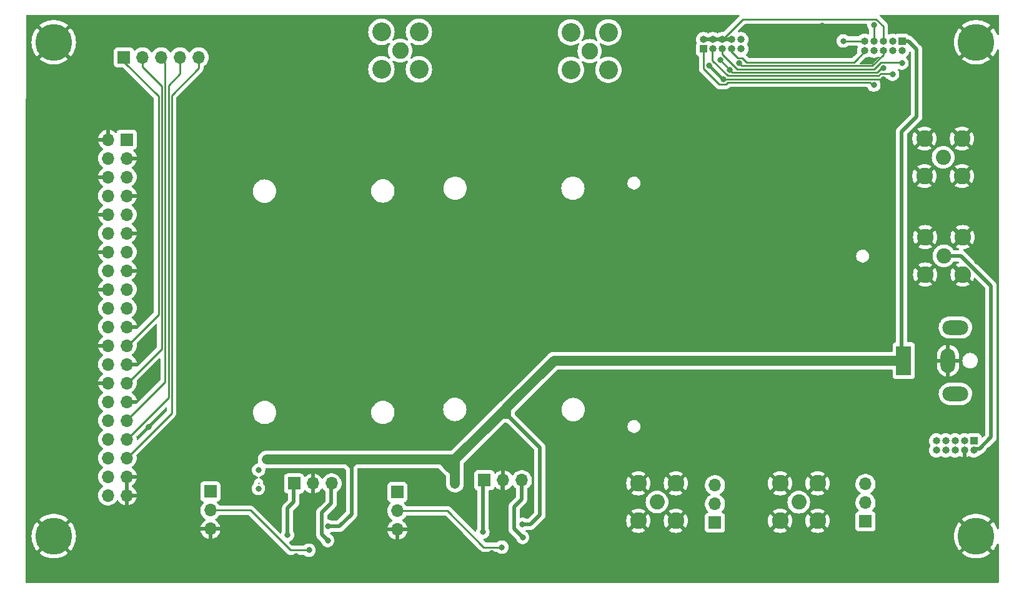
<source format=gbr>
%TF.GenerationSoftware,KiCad,Pcbnew,(7.0.0)*%
%TF.CreationDate,2024-03-13T17:03:37-07:00*%
%TF.ProjectId,2P_miniscope_interconnect_board_v3,32505f6d-696e-4697-9363-6f70655f696e,rev?*%
%TF.SameCoordinates,Original*%
%TF.FileFunction,Copper,L2,Bot*%
%TF.FilePolarity,Positive*%
%FSLAX46Y46*%
G04 Gerber Fmt 4.6, Leading zero omitted, Abs format (unit mm)*
G04 Created by KiCad (PCBNEW (7.0.0)) date 2024-03-13 17:03:37*
%MOMM*%
%LPD*%
G01*
G04 APERTURE LIST*
%TA.AperFunction,ComponentPad*%
%ADD10C,0.800000*%
%TD*%
%TA.AperFunction,ComponentPad*%
%ADD11C,5.000000*%
%TD*%
%TA.AperFunction,ComponentPad*%
%ADD12R,1.000000X1.000000*%
%TD*%
%TA.AperFunction,ComponentPad*%
%ADD13O,1.000000X1.000000*%
%TD*%
%TA.AperFunction,ComponentPad*%
%ADD14C,2.050000*%
%TD*%
%TA.AperFunction,ComponentPad*%
%ADD15C,2.250000*%
%TD*%
%TA.AperFunction,ComponentPad*%
%ADD16R,1.700000X1.700000*%
%TD*%
%TA.AperFunction,ComponentPad*%
%ADD17O,1.700000X1.700000*%
%TD*%
%TA.AperFunction,ComponentPad*%
%ADD18R,2.000000X4.000000*%
%TD*%
%TA.AperFunction,ComponentPad*%
%ADD19O,2.000000X3.300000*%
%TD*%
%TA.AperFunction,ComponentPad*%
%ADD20O,3.500000X2.000000*%
%TD*%
%TA.AperFunction,ComponentPad*%
%ADD21C,2.550000*%
%TD*%
%TA.AperFunction,ViaPad*%
%ADD22C,0.800000*%
%TD*%
%TA.AperFunction,Conductor*%
%ADD23C,0.250000*%
%TD*%
%TA.AperFunction,Conductor*%
%ADD24C,0.500000*%
%TD*%
%TA.AperFunction,Conductor*%
%ADD25C,1.350000*%
%TD*%
G04 APERTURE END LIST*
D10*
%TO.P,H1,1*%
%TO.N,GND*%
X78125000Y-150000000D03*
X78674175Y-148674175D03*
X78674175Y-151325825D03*
X80000000Y-148125000D03*
D11*
X80000000Y-150000000D03*
D10*
X80000000Y-151875000D03*
X81325825Y-148674175D03*
X81325825Y-151325825D03*
X81875000Y-150000000D03*
%TD*%
%TO.P,H2,1*%
%TO.N,GND*%
X78125000Y-83000000D03*
X78674175Y-81674175D03*
X78674175Y-84325825D03*
X80000000Y-81125000D03*
D11*
X80000000Y-83000000D03*
D10*
X80000000Y-84875000D03*
X81325825Y-81674175D03*
X81325825Y-84325825D03*
X81875000Y-83000000D03*
%TD*%
%TO.P,H3,1*%
%TO.N,GND*%
X203125000Y-83000000D03*
X203674175Y-81674175D03*
X203674175Y-84325825D03*
X205000000Y-81125000D03*
D11*
X205000000Y-83000000D03*
D10*
X205000000Y-84875000D03*
X206325825Y-81674175D03*
X206325825Y-84325825D03*
X206875000Y-83000000D03*
%TD*%
%TO.P,H4,1*%
%TO.N,GND*%
X203125000Y-150000000D03*
X203674175Y-148674175D03*
X203674175Y-151325825D03*
X205000000Y-148125000D03*
D11*
X205000000Y-150000000D03*
D10*
X205000000Y-151875000D03*
X206325825Y-148674175D03*
X206325825Y-151325825D03*
X206875000Y-150000000D03*
%TD*%
D12*
%TO.P,J1,1*%
%TO.N,/X*%
X204699999Y-137069999D03*
D13*
%TO.P,J1,2*%
%TO.N,/Y*%
X204699999Y-138339999D03*
%TO.P,J1,3*%
%TO.N,+5V*%
X203429999Y-137069999D03*
%TO.P,J1,4*%
%TO.N,GND*%
X203429999Y-138339999D03*
%TO.P,J1,5*%
%TO.N,/OE*%
X202159999Y-137069999D03*
%TO.P,J1,6*%
%TO.N,Net-(J1-Pad6)*%
X202159999Y-138339999D03*
%TO.P,J1,7*%
%TO.N,Net-(J1-Pad7)*%
X200889999Y-137069999D03*
%TO.P,J1,8*%
%TO.N,Net-(J1-Pad8)*%
X200889999Y-138339999D03*
%TO.P,J1,9*%
%TO.N,/X_Filt*%
X199619999Y-137069999D03*
%TO.P,J1,10*%
%TO.N,/Y_Filt*%
X199619999Y-138339999D03*
%TD*%
D14*
%TO.P,J4,1*%
%TO.N,/X*%
X200534000Y-98610000D03*
D15*
%TO.P,J4,2*%
%TO.N,GND*%
X197994000Y-96070000D03*
X197994000Y-101150000D03*
X203074000Y-96070000D03*
X203074000Y-101150000D03*
%TD*%
D14*
%TO.P,J5,1*%
%TO.N,/Y*%
X200630000Y-111970000D03*
D15*
%TO.P,J5,2*%
%TO.N,GND*%
X198090000Y-109430000D03*
X198090000Y-114510000D03*
X203170000Y-109430000D03*
X203170000Y-114510000D03*
%TD*%
D12*
%TO.P,J2,1*%
%TO.N,/X+*%
X168049999Y-83899999D03*
D13*
%TO.P,J2,2*%
%TO.N,GND1*%
X168049999Y-82629999D03*
%TO.P,J2,3*%
%TO.N,/X-*%
X169319999Y-83899999D03*
%TO.P,J2,4*%
%TO.N,GND1*%
X169319999Y-82629999D03*
%TO.P,J2,5*%
%TO.N,/Y-*%
X170589999Y-83899999D03*
%TO.P,J2,6*%
%TO.N,GND1*%
X170589999Y-82629999D03*
%TO.P,J2,7*%
%TO.N,/Y+*%
X171859999Y-83899999D03*
%TO.P,J2,8*%
%TO.N,GND1*%
X171859999Y-82629999D03*
%TO.P,J2,9*%
%TO.N,Net-(J2-Pad9)*%
X173129999Y-83899999D03*
%TO.P,J2,10*%
%TO.N,Net-(J2-Pad10)*%
X173129999Y-82629999D03*
%TD*%
D16*
%TO.P,JP1,1*%
%TO.N,/X_Filt_d*%
X169609999Y-148159999D03*
D17*
%TO.P,JP1,2*%
%TO.N,/X_Filt*%
X169609999Y-145619999D03*
%TO.P,JP1,3*%
%TO.N,/X_Filt_Osc*%
X169609999Y-143079999D03*
%TD*%
D16*
%TO.P,JP2,1*%
%TO.N,/Y_Filt_d*%
X190009999Y-147999999D03*
D17*
%TO.P,JP2,2*%
%TO.N,/Y_Filt*%
X190009999Y-145459999D03*
%TO.P,JP2,3*%
%TO.N,/Y_Filt_Osc*%
X190009999Y-142919999D03*
%TD*%
D18*
%TO.P,J3,1*%
%TO.N,+5V*%
X195189999Y-126199999D03*
D19*
%TO.P,J3,2*%
%TO.N,GND*%
X201189999Y-126199999D03*
D20*
%TO.P,J3,MP*%
%TO.N,N/C*%
X202189999Y-130699999D03*
X202189999Y-121699999D03*
%TD*%
D12*
%TO.P,J7,1*%
%TO.N,+5V*%
X194949999Y-82839999D03*
D13*
%TO.P,J7,2*%
%TO.N,/Y-*%
X194949999Y-84109999D03*
%TO.P,J7,3*%
%TO.N,/I2C_SCL*%
X193679999Y-82839999D03*
%TO.P,J7,4*%
%TO.N,/X-*%
X193679999Y-84109999D03*
%TO.P,J7,5*%
%TO.N,GND1*%
X192409999Y-82839999D03*
%TO.P,J7,6*%
%TO.N,GND*%
X192409999Y-84109999D03*
%TO.P,J7,7*%
%TO.N,/I2C_SDA*%
X191139999Y-82839999D03*
%TO.P,J7,8*%
%TO.N,/X+*%
X191139999Y-84109999D03*
%TO.P,J7,9*%
%TO.N,/Vref*%
X189869999Y-82839999D03*
%TO.P,J7,10*%
%TO.N,/Y+*%
X189869999Y-84109999D03*
%TD*%
D16*
%TO.P,J6,1*%
%TO.N,/Vref*%
X89889999Y-96209999D03*
D17*
%TO.P,J6,2*%
%TO.N,GND*%
X87349999Y-96209999D03*
%TO.P,J6,3*%
X89889999Y-98749999D03*
%TO.P,J6,4*%
%TO.N,Net-(J6-Pad4)*%
X87349999Y-98749999D03*
%TO.P,J6,5*%
%TO.N,/I2C_SDA*%
X89889999Y-101289999D03*
%TO.P,J6,6*%
%TO.N,GND*%
X87349999Y-101289999D03*
%TO.P,J6,7*%
X89889999Y-103829999D03*
%TO.P,J6,8*%
%TO.N,Net-(J6-Pad8)*%
X87349999Y-103829999D03*
%TO.P,J6,9*%
%TO.N,/I2C_SCL*%
X89889999Y-106369999D03*
%TO.P,J6,10*%
%TO.N,GND*%
X87349999Y-106369999D03*
%TO.P,J6,11*%
X89889999Y-108909999D03*
%TO.P,J6,12*%
%TO.N,Net-(J6-Pad12)*%
X87349999Y-108909999D03*
%TO.P,J6,13*%
%TO.N,/OE*%
X89889999Y-111449999D03*
%TO.P,J6,14*%
%TO.N,GND*%
X87349999Y-111449999D03*
%TO.P,J6,15*%
X89889999Y-113989999D03*
%TO.P,J6,16*%
%TO.N,Net-(J6-Pad16)*%
X87349999Y-113989999D03*
%TO.P,J6,17*%
%TO.N,/X_Filt_d*%
X89889999Y-116529999D03*
%TO.P,J6,18*%
%TO.N,GND*%
X87349999Y-116529999D03*
%TO.P,J6,19*%
%TO.N,/Y_Filt_d*%
X89889999Y-119069999D03*
%TO.P,J6,20*%
%TO.N,/NC*%
X87349999Y-119069999D03*
%TO.P,J6,21*%
%TO.N,GND*%
X89889999Y-121609999D03*
%TO.P,J6,22*%
%TO.N,Net-(J6-Pad22)*%
X87349999Y-121609999D03*
%TO.P,J6,23*%
%TO.N,Net-(J12-Pad1)*%
X89889999Y-124149999D03*
%TO.P,J6,24*%
%TO.N,GND*%
X87349999Y-124149999D03*
%TO.P,J6,25*%
X89889999Y-126689999D03*
%TO.P,J6,26*%
%TO.N,Net-(J6-Pad26)*%
X87349999Y-126689999D03*
%TO.P,J6,27*%
%TO.N,Net-(J12-Pad2)*%
X89889999Y-129229999D03*
%TO.P,J6,28*%
%TO.N,GND*%
X87349999Y-129229999D03*
%TO.P,J6,29*%
X89889999Y-131769999D03*
%TO.P,J6,30*%
%TO.N,Net-(J6-Pad30)*%
X87349999Y-131769999D03*
%TO.P,J6,31*%
%TO.N,Net-(J12-Pad3)*%
X89889999Y-134309999D03*
%TO.P,J6,32*%
%TO.N,Net-(J6-Pad32)*%
X87349999Y-134309999D03*
%TO.P,J6,33*%
%TO.N,Net-(J12-Pad4)*%
X89889999Y-136849999D03*
%TO.P,J6,34*%
%TO.N,Net-(J6-Pad34)*%
X87349999Y-136849999D03*
%TO.P,J6,35*%
%TO.N,Net-(J12-Pad5)*%
X89889999Y-139389999D03*
%TO.P,J6,36*%
%TO.N,Net-(J6-Pad36)*%
X87349999Y-139389999D03*
%TO.P,J6,37*%
%TO.N,GND*%
X89889999Y-141929999D03*
%TO.P,J6,38*%
%TO.N,Net-(J6-Pad38)*%
X87349999Y-141929999D03*
%TO.P,J6,39*%
%TO.N,GND*%
X89889999Y-144469999D03*
%TO.P,J6,40*%
%TO.N,Net-(D2-Pad2)*%
X87349999Y-144469999D03*
%TD*%
D14*
%TO.P,J8,1*%
%TO.N,/X_Filt_Osc*%
X161760000Y-145370000D03*
D15*
%TO.P,J8,2*%
%TO.N,GND*%
X159220000Y-142830000D03*
X159220000Y-147910000D03*
X164300000Y-142830000D03*
X164300000Y-147910000D03*
%TD*%
D14*
%TO.P,J9,1*%
%TO.N,/Y_Filt_Osc*%
X180970000Y-145380000D03*
D15*
%TO.P,J9,2*%
%TO.N,GND*%
X178430000Y-142840000D03*
X178430000Y-147920000D03*
X183510000Y-142840000D03*
X183510000Y-147920000D03*
%TD*%
D16*
%TO.P,J12,1*%
%TO.N,Net-(J12-Pad1)*%
X89499999Y-85059999D03*
D17*
%TO.P,J12,2*%
%TO.N,Net-(J12-Pad2)*%
X92039999Y-85059999D03*
%TO.P,J12,3*%
%TO.N,Net-(J12-Pad3)*%
X94579999Y-85059999D03*
%TO.P,J12,4*%
%TO.N,Net-(J12-Pad4)*%
X97119999Y-85059999D03*
%TO.P,J12,5*%
%TO.N,Net-(J12-Pad5)*%
X99659999Y-85059999D03*
%TD*%
D15*
%TO.P,J15,1*%
%TO.N,/SiPM_G_Cathode*%
X152620000Y-84200000D03*
D21*
%TO.P,J15,2*%
%TO.N,/SiPM_G_Anode*%
X150080000Y-81660000D03*
%TO.P,J15,3*%
%TO.N,N/C*%
X150080000Y-86740000D03*
%TO.P,J15,4*%
X155160000Y-86740000D03*
%TO.P,J15,5*%
X155160000Y-81660000D03*
%TD*%
D15*
%TO.P,J16,1*%
%TO.N,/SiPM_R_Cathode*%
X126950000Y-84140000D03*
D21*
%TO.P,J16,2*%
%TO.N,/SiPM_R_Anode*%
X124410000Y-81600000D03*
%TO.P,J16,3*%
%TO.N,N/C*%
X124410000Y-86680000D03*
%TO.P,J16,4*%
X129490000Y-86680000D03*
%TO.P,J16,5*%
X129490000Y-81600000D03*
%TD*%
D16*
%TO.P,J10,1*%
%TO.N,/+5V_G_SiPM*%
X112579999Y-142849999D03*
D17*
%TO.P,J10,2*%
%TO.N,GND*%
X115119999Y-142849999D03*
%TO.P,J10,3*%
%TO.N,/-5V_G_SiPM*%
X117659999Y-142849999D03*
%TD*%
D16*
%TO.P,J11,1*%
%TO.N,/+5V_R_SiPM*%
X138359999Y-142409999D03*
D17*
%TO.P,J11,2*%
%TO.N,GND*%
X140899999Y-142409999D03*
%TO.P,J11,3*%
%TO.N,/-5V_R_SiPM*%
X143439999Y-142409999D03*
%TD*%
D16*
%TO.P,JP3,1*%
%TO.N,+5V*%
X101229999Y-143949999D03*
D17*
%TO.P,JP3,2*%
%TO.N,Net-(D1-Pad2)*%
X101229999Y-146489999D03*
%TO.P,JP3,3*%
%TO.N,GND*%
X101229999Y-149029999D03*
%TD*%
D16*
%TO.P,JP4,1*%
%TO.N,+5V*%
X126559999Y-144029999D03*
D17*
%TO.P,JP4,2*%
%TO.N,Net-(D3-Pad2)*%
X126559999Y-146569999D03*
%TO.P,JP4,3*%
%TO.N,GND*%
X126559999Y-149109999D03*
%TD*%
D22*
%TO.N,GND*%
X124720000Y-153000000D03*
X186240000Y-142540000D03*
X97460000Y-108480000D03*
X170310000Y-85440000D03*
X205160000Y-112780000D03*
X186810000Y-145360000D03*
X207080000Y-114450000D03*
X153160000Y-149530000D03*
X192410000Y-90220000D03*
X156450000Y-94010000D03*
X123160000Y-91200000D03*
X183470000Y-91200000D03*
X192200000Y-94080000D03*
X103640000Y-151180000D03*
X122527500Y-146507500D03*
X148410000Y-150520000D03*
X98560000Y-117820000D03*
X181580000Y-82670000D03*
X172900000Y-153770000D03*
X179040000Y-84580000D03*
X117850000Y-91200000D03*
X149360000Y-148180000D03*
X145660000Y-134160000D03*
X192410000Y-92400000D03*
X170730000Y-88000000D03*
X133070000Y-84040000D03*
X101290000Y-152560000D03*
X112810000Y-91200000D03*
X184110000Y-80780000D03*
X175900000Y-82860000D03*
X136410000Y-81660000D03*
X155080000Y-151400000D03*
X175340000Y-94120000D03*
X195470000Y-136020000D03*
X162260000Y-122820000D03*
X163440000Y-153710000D03*
X205110000Y-116660000D03*
X92410000Y-102550000D03*
X184750000Y-94120000D03*
X189410000Y-138220000D03*
X150910000Y-94050000D03*
X183660000Y-138350000D03*
X166890000Y-148430000D03*
X183740000Y-150880000D03*
X115700000Y-153660000D03*
X112810000Y-94050000D03*
X137050000Y-125470000D03*
X109150000Y-125710000D03*
X139310000Y-91200000D03*
X183710000Y-153960000D03*
X97260000Y-125930000D03*
X117850000Y-94050000D03*
X97450000Y-132600000D03*
X92520000Y-97450000D03*
X92850000Y-105430000D03*
X198890000Y-142500000D03*
X129320000Y-117940000D03*
X139780000Y-128120000D03*
X185235000Y-89435000D03*
X130900000Y-153020000D03*
X97690000Y-112740000D03*
X128755000Y-94005000D03*
X204960000Y-128150000D03*
X120030000Y-153720000D03*
X140810000Y-148810000D03*
X169110000Y-122420000D03*
X105500000Y-150680000D03*
X92530000Y-99950000D03*
X127450000Y-151640000D03*
X114300000Y-150360000D03*
X100410000Y-97260000D03*
X172905000Y-85845000D03*
X158890000Y-153780000D03*
X178790000Y-138410000D03*
X156450000Y-91200000D03*
X92849999Y-129080001D03*
X177270000Y-136070000D03*
X109880000Y-117850000D03*
X178570000Y-153840000D03*
X97290000Y-129670000D03*
X98250000Y-95080000D03*
X136600000Y-153580000D03*
X92222071Y-149898345D03*
X120770000Y-125570000D03*
X187445000Y-91425000D03*
X140810000Y-150060000D03*
X206930000Y-105200000D03*
X133865000Y-94045000D03*
X103820000Y-117700000D03*
X178330000Y-129610000D03*
X132510000Y-150430000D03*
X150800000Y-139200000D03*
X168750000Y-94090000D03*
X114300000Y-149130000D03*
X148730000Y-152980000D03*
X92849999Y-135190001D03*
X178330000Y-122430000D03*
X97090000Y-122570000D03*
X206990000Y-109450000D03*
X114690000Y-117690000D03*
X150910000Y-91200000D03*
X205080000Y-119280000D03*
X134470000Y-122720000D03*
X195920000Y-145320000D03*
X92850000Y-114900000D03*
X197020000Y-140930000D03*
X186900000Y-129610000D03*
X193980000Y-143720000D03*
X162450000Y-91200000D03*
X110440000Y-81560000D03*
X106930000Y-83990000D03*
X92780000Y-117790000D03*
X172850000Y-140230000D03*
X192410000Y-88000000D03*
X205180000Y-131630000D03*
X97330000Y-105310000D03*
X167660000Y-153780000D03*
X144220000Y-153440000D03*
X141960000Y-135850000D03*
X192410000Y-86500000D03*
X172910000Y-150860000D03*
X152850000Y-141300000D03*
X112850000Y-152690000D03*
X152910000Y-145620000D03*
X133880000Y-91200000D03*
X183970000Y-84480000D03*
X107590000Y-91200000D03*
X92850000Y-108400000D03*
X189370000Y-89500000D03*
X130640000Y-150430000D03*
X92810000Y-139130000D03*
X145280000Y-91200000D03*
X107550000Y-94120000D03*
X166950000Y-145770000D03*
X166860000Y-141750000D03*
X171645000Y-86775000D03*
X204980000Y-102080000D03*
X189350000Y-136000000D03*
X128690000Y-91200000D03*
X92960000Y-123450000D03*
X154620000Y-153710000D03*
X169130000Y-129690000D03*
X96040000Y-135320000D03*
X129730000Y-125980000D03*
X136450000Y-86640000D03*
X178540000Y-151060000D03*
X102240000Y-91200000D03*
X175300000Y-91200000D03*
X186870000Y-122420000D03*
X124760000Y-117720000D03*
X168750000Y-91200000D03*
X188620000Y-151940000D03*
X106620000Y-150720000D03*
X186940000Y-148270000D03*
X109810000Y-153540000D03*
X205200000Y-109460000D03*
X110460000Y-86410000D03*
X123170000Y-94080000D03*
X92780000Y-112780000D03*
X145300000Y-94050000D03*
X207010000Y-101650000D03*
X206760000Y-138340000D03*
X106220000Y-152860000D03*
X168840000Y-86200000D03*
X174620000Y-142390000D03*
X204990000Y-122590000D03*
X97820000Y-115120000D03*
X195550000Y-138310000D03*
X139360000Y-152270000D03*
X121890000Y-150900000D03*
X97210000Y-102190000D03*
X147900000Y-145880000D03*
X120130000Y-117780000D03*
X151900000Y-151940000D03*
X205160000Y-105230000D03*
X183600000Y-136040000D03*
X179100000Y-80890000D03*
X148400000Y-136920000D03*
X205140000Y-134550000D03*
X132010000Y-120410000D03*
X139310000Y-94060000D03*
X162475000Y-94075000D03*
X190485000Y-95795000D03*
%TO.N,+5V*%
X117170000Y-148670000D03*
X121020000Y-139500000D03*
X110952500Y-139597500D03*
X134392500Y-142877500D03*
X126560000Y-139670000D03*
X108780000Y-139650000D03*
X107765000Y-141035000D03*
X133835000Y-140155000D03*
X115370000Y-139500000D03*
X143540000Y-148390000D03*
X130632500Y-139597500D03*
X107740000Y-143550000D03*
%TO.N,/Y-*%
X194950000Y-85820000D03*
%TO.N,/X-*%
X193680000Y-87350000D03*
%TO.N,/X+*%
X191140000Y-88810000D03*
%TO.N,/I2C_SDA*%
X191140000Y-80630000D03*
%TO.N,/Vref*%
X186990000Y-82840000D03*
%TO.N,/+5V_G_SiPM*%
X111695000Y-149845000D03*
%TO.N,/-5V_R_SiPM*%
X143550000Y-150180000D03*
%TO.N,/+5V_R_SiPM*%
X138150000Y-149440000D03*
%TO.N,/-5V_G_SiPM*%
X117135000Y-150585000D03*
%TO.N,Net-(D1-Pad2)*%
X114590000Y-151910000D03*
%TO.N,Net-(D3-Pad2)*%
X140740000Y-151490000D03*
%TD*%
D23*
%TO.N,GND*%
X170730000Y-88000000D02*
X170570000Y-88000000D01*
X171645000Y-86775000D02*
X171600000Y-86730000D01*
X172905000Y-85845000D02*
X172750000Y-85690000D01*
D24*
X98250000Y-95080000D02*
X98250000Y-95080000D01*
X102240000Y-91200000D02*
X102130000Y-91200000D01*
X117850000Y-91200000D02*
X112810000Y-91200000D01*
X100410000Y-97260000D02*
X100410000Y-97260000D01*
X168750000Y-94090000D02*
X168720000Y-94120000D01*
X162475000Y-94075000D02*
X162520000Y-94120000D01*
X156450000Y-94010000D02*
X156450000Y-94110000D01*
X150910000Y-94050000D02*
X150980000Y-94120000D01*
X145300000Y-94050000D02*
X145370000Y-94120000D01*
X139310000Y-94060000D02*
X139370000Y-94120000D01*
X133865000Y-94045000D02*
X133790000Y-94120000D01*
X128755000Y-94005000D02*
X128870000Y-94120000D01*
X123170000Y-94080000D02*
X123210000Y-94120000D01*
X117850000Y-94050000D02*
X117780000Y-94120000D01*
X112810000Y-94050000D02*
X112810000Y-94050000D01*
X107550000Y-94120000D02*
X107360000Y-94120000D01*
X185235000Y-89435000D02*
X185300000Y-89370000D01*
D23*
X170310000Y-85440000D02*
X170230000Y-85360000D01*
D24*
X189370000Y-89500000D02*
X189435000Y-89435000D01*
X145280000Y-91200000D02*
X145280000Y-94030000D01*
X126080000Y-94120000D02*
X126280000Y-94120000D01*
X175340000Y-94120000D02*
X172170000Y-94120000D01*
X192240000Y-92570000D02*
X192410000Y-92400000D01*
X153850000Y-94120000D02*
X153490000Y-94120000D01*
X172420000Y-91200000D02*
X175340000Y-94120000D01*
D23*
X172300020Y-87099980D02*
X171969980Y-87099980D01*
D24*
X175300000Y-91200000D02*
X178220000Y-94120000D01*
X172380000Y-94120000D02*
X172170000Y-94120000D01*
X123170000Y-94080000D02*
X125940000Y-91310000D01*
X104630000Y-91200000D02*
X104620000Y-91200000D01*
X153810000Y-91370000D02*
X153810000Y-91200000D01*
X148450000Y-94120000D02*
X148220000Y-94120000D01*
X139310000Y-91200000D02*
X142230000Y-94120000D01*
X100855000Y-92815000D02*
X102855000Y-94815000D01*
X136700000Y-93810000D02*
X139310000Y-91200000D01*
X100410000Y-97240000D02*
X98250000Y-95080000D01*
X190600000Y-90220000D02*
X192410000Y-90220000D01*
X183470000Y-91200000D02*
X181490000Y-91200000D01*
X165890000Y-94120000D02*
X165390000Y-94120000D01*
X109970000Y-93580000D02*
X109970000Y-94120000D01*
X139310000Y-91200000D02*
X136310000Y-91200000D01*
X140810000Y-150060000D02*
X140810000Y-148810000D01*
X123210000Y-94120000D02*
X120270000Y-94120000D01*
X120670000Y-91200000D02*
X120670000Y-91230000D01*
X131340000Y-91420000D02*
X131340000Y-91200000D01*
X100410000Y-93050000D02*
X100345000Y-92985000D01*
X142170000Y-91200000D02*
X142390000Y-91200000D01*
X153810000Y-91200000D02*
X150910000Y-91200000D01*
X187445000Y-91425000D02*
X189370000Y-89500000D01*
X133790000Y-94120000D02*
X131500000Y-94120000D01*
X112810000Y-94050000D02*
X109960000Y-91200000D01*
X171630000Y-91200000D02*
X168750000Y-91200000D01*
X188870000Y-94120000D02*
X192160000Y-94120000D01*
X142230000Y-94120000D02*
X142660000Y-94120000D01*
D23*
X192160000Y-86500000D02*
X191560020Y-87099980D01*
D24*
X168750000Y-91200000D02*
X168750000Y-94090000D01*
X178750000Y-91200000D02*
X178180000Y-91200000D01*
X171970000Y-91200000D02*
X171630000Y-91200000D01*
X150910000Y-94050000D02*
X153760000Y-91200000D01*
X150910000Y-94050000D02*
X150910000Y-94050000D01*
X110460000Y-91200000D02*
X109640000Y-91200000D01*
X150910000Y-91200000D02*
X148220000Y-93890000D01*
X168750000Y-91200000D02*
X165810000Y-91200000D01*
D23*
X171645000Y-86775000D02*
X170310000Y-85440000D01*
D24*
X107590000Y-91200000D02*
X109970000Y-93580000D01*
X100345000Y-92985000D02*
X99250000Y-94080000D01*
X112810000Y-91200000D02*
X110460000Y-91200000D01*
X109970000Y-94120000D02*
X107550000Y-94120000D01*
X131300000Y-93780000D02*
X131300000Y-93810000D01*
X172170000Y-94120000D02*
X168720000Y-94120000D01*
X181520000Y-94120000D02*
X178290000Y-94120000D01*
X128755000Y-94005000D02*
X125950000Y-91200000D01*
X112810000Y-91200000D02*
X112810000Y-94050000D01*
X112880000Y-94120000D02*
X109970000Y-94120000D01*
X156450000Y-94010000D02*
X159260000Y-91200000D01*
X109970000Y-94040000D02*
X109970000Y-94120000D01*
X128690000Y-91200000D02*
X125790000Y-94100000D01*
X156450000Y-94010000D02*
X153810000Y-91370000D01*
X156440000Y-94120000D02*
X153850000Y-94120000D01*
X153490000Y-94120000D02*
X150980000Y-94120000D01*
X148220000Y-94120000D02*
X145370000Y-94120000D01*
X120270000Y-94120000D02*
X117780000Y-94120000D01*
X171670000Y-94120000D02*
X172170000Y-94120000D01*
X131500000Y-94120000D02*
X128870000Y-94120000D01*
X123160000Y-91200000D02*
X120670000Y-91200000D01*
X175300000Y-91200000D02*
X175300000Y-93980000D01*
X128690000Y-91200000D02*
X125940000Y-91200000D01*
X123160000Y-94070000D02*
X123170000Y-94080000D01*
D23*
X173259960Y-86199960D02*
X172905000Y-85845000D01*
D24*
X114300000Y-150360000D02*
X114300000Y-149130000D01*
X117850000Y-91200000D02*
X117850000Y-94050000D01*
X100855000Y-92475000D02*
X100855000Y-92815000D01*
X188590000Y-92230000D02*
X190600000Y-90220000D01*
X187445000Y-91425000D02*
X188590000Y-92570000D01*
X128870000Y-94120000D02*
X126280000Y-94120000D01*
X102130000Y-91200000D02*
X100855000Y-92475000D01*
X178180000Y-91200000D02*
X175300000Y-91200000D01*
X178220000Y-94120000D02*
X178290000Y-94120000D01*
X165390000Y-94120000D02*
X162520000Y-94120000D01*
X189435000Y-89435000D02*
X189815000Y-89435000D01*
X115195000Y-91395000D02*
X117850000Y-94050000D01*
X136450000Y-91200000D02*
X136310000Y-91200000D01*
X162475000Y-94075000D02*
X159600000Y-91200000D01*
X136310000Y-91200000D02*
X133880000Y-91200000D01*
X112810000Y-94050000D02*
X115195000Y-91665000D01*
X120270000Y-94090000D02*
X120270000Y-94120000D01*
X102570000Y-91200000D02*
X102240000Y-91200000D01*
X171630000Y-91200000D02*
X172420000Y-91200000D01*
X142660000Y-94120000D02*
X139370000Y-94120000D01*
X162450000Y-91200000D02*
X159520000Y-91200000D01*
D23*
X192410000Y-84110000D02*
X192410000Y-84730000D01*
D24*
X131340000Y-91520000D02*
X133865000Y-94045000D01*
X165350000Y-91200000D02*
X165510000Y-91200000D01*
X153870000Y-91200000D02*
X153810000Y-91200000D01*
X159260000Y-91200000D02*
X159520000Y-91200000D01*
X140810000Y-148810000D02*
X140810000Y-142460000D01*
X175340000Y-94120000D02*
X178260000Y-91200000D01*
X178290000Y-94120000D02*
X178570000Y-94120000D01*
X131340000Y-91200000D02*
X131340000Y-91520000D01*
X110460000Y-91210000D02*
X110460000Y-91200000D01*
X183470000Y-92170000D02*
X181520000Y-94120000D01*
X168750000Y-94090000D02*
X171640000Y-91200000D01*
X120670000Y-91200000D02*
X117850000Y-91200000D01*
X136450000Y-91460000D02*
X136450000Y-91200000D01*
X153760000Y-91200000D02*
X153870000Y-91200000D01*
X107590000Y-91200000D02*
X104620000Y-91200000D01*
X133880000Y-91200000D02*
X131300000Y-93780000D01*
X131500000Y-94010000D02*
X131500000Y-94120000D01*
X114300000Y-146120000D02*
X115100000Y-145320000D01*
X184750000Y-94120000D02*
X188870000Y-94120000D01*
X102265000Y-95405000D02*
X100410000Y-97260000D01*
X100855000Y-92475000D02*
X100345000Y-92985000D01*
X183470000Y-91200000D02*
X185235000Y-89435000D01*
X168750000Y-91200000D02*
X171670000Y-94120000D01*
X139310000Y-94060000D02*
X139310000Y-94060000D01*
D23*
X190943012Y-86196988D02*
X185353012Y-86196988D01*
D24*
X159770000Y-94120000D02*
X159200000Y-94120000D01*
X128690000Y-93940000D02*
X128755000Y-94005000D01*
X105160000Y-94120000D02*
X105210000Y-94120000D01*
X107360000Y-94120000D02*
X105210000Y-94120000D01*
X165830000Y-94120000D02*
X165390000Y-94120000D01*
X165810000Y-91200000D02*
X165510000Y-91200000D01*
X120270000Y-93620000D02*
X117850000Y-91200000D01*
D23*
X168930000Y-86200000D02*
X168840000Y-86200000D01*
D24*
X192160000Y-94120000D02*
X192200000Y-94080000D01*
X117850000Y-91200000D02*
X120290000Y-91200000D01*
X188590000Y-92570000D02*
X188590000Y-92230000D01*
X185300000Y-89370000D02*
X187400000Y-91470000D01*
X168720000Y-94120000D02*
X165890000Y-94120000D01*
X131300000Y-93810000D02*
X131500000Y-94010000D01*
X159520000Y-91200000D02*
X156450000Y-91200000D01*
X188590000Y-92570000D02*
X188590000Y-93840000D01*
X139310000Y-94060000D02*
X142170000Y-91200000D01*
X102240000Y-91200000D02*
X105160000Y-94120000D01*
X103550000Y-94120000D02*
X102855000Y-94815000D01*
X162475000Y-94075000D02*
X165350000Y-91200000D01*
X115000000Y-91200000D02*
X115195000Y-91395000D01*
X178180000Y-91200000D02*
X178600000Y-91200000D01*
X102240000Y-91200000D02*
X102240000Y-95380000D01*
X181490000Y-91200000D02*
X178750000Y-91200000D01*
X162450000Y-91200000D02*
X165370000Y-94120000D01*
X105210000Y-94120000D02*
X104830000Y-94120000D01*
X109960000Y-91200000D02*
X109640000Y-91200000D01*
X123160000Y-91200000D02*
X120270000Y-94090000D01*
X183470000Y-91200000D02*
X183470000Y-92170000D01*
X178600000Y-91200000D02*
X181520000Y-94120000D01*
X107590000Y-91200000D02*
X107590000Y-93890000D01*
D23*
X185350040Y-86199960D02*
X173260000Y-86199960D01*
D24*
X156450000Y-94110000D02*
X156440000Y-94120000D01*
X125940000Y-91310000D02*
X125940000Y-91200000D01*
X165370000Y-94120000D02*
X165890000Y-94120000D01*
X131340000Y-91200000D02*
X128690000Y-91200000D01*
X133880000Y-91200000D02*
X133880000Y-94030000D01*
X148370000Y-91200000D02*
X147680000Y-91200000D01*
X100410000Y-97260000D02*
X100410000Y-93050000D01*
X165860000Y-91200000D02*
X165810000Y-91200000D01*
X162450000Y-91200000D02*
X162450000Y-94050000D01*
X114300000Y-149130000D02*
X114300000Y-146120000D01*
X142450000Y-91200000D02*
X142390000Y-91200000D01*
X175300000Y-91200000D02*
X171970000Y-91200000D01*
X112810000Y-91200000D02*
X109970000Y-94040000D01*
X175300000Y-91200000D02*
X172380000Y-94120000D01*
X185235000Y-89435000D02*
X189815000Y-89435000D01*
X107550000Y-94120000D02*
X104630000Y-91200000D01*
X159370000Y-94120000D02*
X159770000Y-94120000D01*
X100410000Y-97260000D02*
X100410000Y-97240000D01*
X107590000Y-91200000D02*
X104830000Y-93960000D01*
X115000000Y-94050000D02*
X117850000Y-91200000D01*
X102240000Y-95380000D02*
X102265000Y-95405000D01*
X104830000Y-94120000D02*
X103550000Y-94120000D01*
X136700000Y-94020000D02*
X136700000Y-94120000D01*
X120670000Y-91230000D02*
X117850000Y-94050000D01*
X150980000Y-94120000D02*
X148450000Y-94120000D01*
D23*
X192410000Y-84730000D02*
X190943012Y-86196988D01*
D24*
X133880000Y-94030000D02*
X133865000Y-94045000D01*
X99290000Y-94120000D02*
X99250000Y-94080000D01*
X120270000Y-94120000D02*
X120270000Y-93620000D01*
X162520000Y-94120000D02*
X159770000Y-94120000D01*
D23*
X171969980Y-87099980D02*
X171645000Y-86775000D01*
D24*
X150910000Y-94050000D02*
X148060000Y-91200000D01*
D23*
X170730000Y-88000000D02*
X168930000Y-86200000D01*
D24*
X148060000Y-91200000D02*
X147680000Y-91200000D01*
X145300000Y-94050000D02*
X148150000Y-91200000D01*
X115100000Y-145320000D02*
X115100000Y-142720000D01*
X125790000Y-94100000D02*
X125790000Y-94120000D01*
X153530000Y-94120000D02*
X153490000Y-94120000D01*
X139310000Y-94060000D02*
X136450000Y-91200000D01*
X159440000Y-148320000D02*
X159280000Y-148160000D01*
X184750000Y-94120000D02*
X181520000Y-94120000D01*
X175440000Y-94120000D02*
X175340000Y-94120000D01*
X183470000Y-91200000D02*
X183470000Y-92840000D01*
X107550000Y-94120000D02*
X110460000Y-91210000D01*
X128690000Y-91200000D02*
X131300000Y-93810000D01*
X115620000Y-94120000D02*
X112880000Y-94120000D01*
X165510000Y-91200000D02*
X162450000Y-91200000D01*
X136700000Y-94120000D02*
X136700000Y-93810000D01*
X123160000Y-91200000D02*
X126080000Y-94120000D01*
X178570000Y-94120000D02*
X181490000Y-91200000D01*
X107590000Y-93890000D02*
X107360000Y-94120000D01*
X120290000Y-91200000D02*
X123170000Y-94080000D01*
X103550000Y-94120000D02*
X99290000Y-94120000D01*
X171640000Y-91200000D02*
X171970000Y-91200000D01*
X150910000Y-91200000D02*
X150910000Y-94050000D01*
X115620000Y-94010000D02*
X115620000Y-94120000D01*
X185300000Y-93570000D02*
X185225000Y-93645000D01*
X178260000Y-91200000D02*
X178750000Y-91200000D01*
X104620000Y-91200000D02*
X102570000Y-91200000D01*
X125950000Y-91200000D02*
X125940000Y-91200000D01*
X142360000Y-94120000D02*
X142230000Y-94120000D01*
X156450000Y-91200000D02*
X153870000Y-91200000D01*
X145370000Y-94120000D02*
X142660000Y-94120000D01*
X145280000Y-94030000D02*
X145300000Y-94050000D01*
X153830000Y-94120000D02*
X153850000Y-94120000D01*
X126280000Y-94120000D02*
X125790000Y-94120000D01*
X150910000Y-91200000D02*
X153830000Y-94120000D01*
X109640000Y-91200000D02*
X107590000Y-91200000D01*
X125790000Y-94120000D02*
X123210000Y-94120000D01*
X139310000Y-91200000D02*
X139310000Y-94060000D01*
D23*
X173260000Y-86199960D02*
X173259960Y-86199960D01*
D24*
X133880000Y-91200000D02*
X136700000Y-94020000D01*
X168750000Y-91200000D02*
X165830000Y-94120000D01*
X104830000Y-93960000D02*
X104830000Y-94120000D01*
X112810000Y-94050000D02*
X112880000Y-94120000D01*
X156450000Y-91200000D02*
X159370000Y-94120000D01*
X148220000Y-93890000D02*
X148220000Y-94120000D01*
X159600000Y-91200000D02*
X159520000Y-91200000D01*
X102855000Y-94815000D02*
X102265000Y-95405000D01*
X125940000Y-91200000D02*
X123160000Y-91200000D01*
X147680000Y-91200000D02*
X145280000Y-91200000D01*
X162450000Y-94050000D02*
X162475000Y-94075000D01*
X184750000Y-94120000D02*
X185225000Y-93645000D01*
X156450000Y-91200000D02*
X153530000Y-94120000D01*
X159200000Y-94120000D02*
X156440000Y-94120000D01*
D23*
X192410000Y-86500000D02*
X192160000Y-86500000D01*
D24*
X188590000Y-92570000D02*
X192240000Y-92570000D01*
X115195000Y-91665000D02*
X115195000Y-91395000D01*
X99250000Y-94080000D02*
X98250000Y-95080000D01*
X145280000Y-91200000D02*
X142390000Y-91200000D01*
D23*
X192410000Y-88000000D02*
X170730000Y-88000000D01*
D24*
X128690000Y-91200000D02*
X128690000Y-93940000D01*
X117780000Y-94120000D02*
X115620000Y-94120000D01*
X112810000Y-94050000D02*
X115000000Y-94050000D01*
X142390000Y-91200000D02*
X139310000Y-91200000D01*
X162450000Y-91200000D02*
X159530000Y-94120000D01*
X112810000Y-91200000D02*
X115620000Y-94010000D01*
X150910000Y-91200000D02*
X148370000Y-91200000D01*
D23*
X185353012Y-86196988D02*
X185350040Y-86199960D01*
D24*
X178290000Y-94120000D02*
X175440000Y-94120000D01*
X117850000Y-94050000D02*
X117850000Y-94050000D01*
X187400000Y-91470000D02*
X187445000Y-91425000D01*
X148150000Y-91200000D02*
X148370000Y-91200000D01*
X159530000Y-94120000D02*
X159200000Y-94120000D01*
X189815000Y-89435000D02*
X190600000Y-90220000D01*
X128755000Y-94005000D02*
X131340000Y-91420000D01*
X156450000Y-91200000D02*
X156450000Y-94010000D01*
X112810000Y-91200000D02*
X115000000Y-91200000D01*
X168750000Y-94090000D02*
X165860000Y-91200000D01*
X168750000Y-94090000D02*
X168750000Y-94090000D01*
X145300000Y-94050000D02*
X142450000Y-91200000D01*
X183470000Y-92840000D02*
X184750000Y-94120000D01*
X148200000Y-94120000D02*
X148450000Y-94120000D01*
X133865000Y-94045000D02*
X136450000Y-91460000D01*
X136700000Y-94120000D02*
X133790000Y-94120000D01*
X133880000Y-91200000D02*
X131340000Y-91200000D01*
X175300000Y-93980000D02*
X175440000Y-94120000D01*
X145280000Y-91200000D02*
X142360000Y-94120000D01*
X185225000Y-93645000D02*
X187400000Y-91470000D01*
X123160000Y-91200000D02*
X123160000Y-94070000D01*
X188590000Y-93840000D02*
X188870000Y-94120000D01*
X145280000Y-91200000D02*
X148200000Y-94120000D01*
X185300000Y-89370000D02*
X185300000Y-93570000D01*
X139370000Y-94120000D02*
X136700000Y-94120000D01*
D23*
X191560020Y-87099980D02*
X172300020Y-87099980D01*
%TO.N,+5V*%
X108780000Y-139650000D02*
X108832500Y-139597500D01*
D25*
X133835000Y-140155000D02*
X134392500Y-139597500D01*
D24*
X120370000Y-140555000D02*
X121327500Y-139597500D01*
X120370000Y-140740000D02*
X120370000Y-140555000D01*
D25*
X130632500Y-139597500D02*
X131777500Y-139597500D01*
D24*
X194950000Y-82840000D02*
X195086002Y-82840000D01*
D25*
X147790000Y-126200000D02*
X141395000Y-132595000D01*
D24*
X140240000Y-133850000D02*
X140190000Y-133800000D01*
D25*
X140190000Y-133800000D02*
X134392500Y-139597500D01*
D24*
X120370000Y-140740000D02*
X120370000Y-140150000D01*
X118720000Y-148670000D02*
X120370000Y-147020000D01*
D25*
X133530000Y-140460000D02*
X133835000Y-140155000D01*
X134342500Y-142827500D02*
X134392500Y-142877500D01*
D24*
X196940000Y-83970000D02*
X196940000Y-93090000D01*
D25*
X132627500Y-139597500D02*
X133530000Y-140500000D01*
X134342500Y-139597500D02*
X134342500Y-141312500D01*
D24*
X145880000Y-138000000D02*
X141730000Y-133850000D01*
D25*
X131777500Y-139597500D02*
X134392500Y-139597500D01*
X140935000Y-133055000D02*
X140190000Y-133800000D01*
D24*
X120370000Y-140720000D02*
X119247500Y-139597500D01*
X141730000Y-133850000D02*
X140935000Y-133055000D01*
D25*
X131777500Y-139597500D02*
X132627500Y-139597500D01*
X134342500Y-141312500D02*
X134342500Y-142827500D01*
X110952500Y-139597500D02*
X108832500Y-139597500D01*
D24*
X196940000Y-93090000D02*
X194870000Y-95160000D01*
D25*
X141395000Y-132595000D02*
X140935000Y-133055000D01*
D24*
X120370000Y-147020000D02*
X120370000Y-140740000D01*
D23*
X107762500Y-142787500D02*
X107765000Y-142785000D01*
D25*
X110952500Y-139597500D02*
X110952500Y-139597500D01*
D24*
X145880000Y-147100000D02*
X145880000Y-138000000D01*
X120370000Y-140740000D02*
X120370000Y-140720000D01*
X141730000Y-133850000D02*
X140240000Y-133850000D01*
D25*
X133530000Y-140500000D02*
X133530000Y-140460000D01*
D24*
X141730000Y-133850000D02*
X141730000Y-132930000D01*
D25*
X121327500Y-139597500D02*
X119247500Y-139597500D01*
D24*
X120370000Y-140150000D02*
X121020000Y-139500000D01*
X144590000Y-148390000D02*
X145880000Y-147100000D01*
X117170000Y-148670000D02*
X118720000Y-148670000D01*
D25*
X134392500Y-139597500D02*
X134342500Y-139597500D01*
D24*
X143540000Y-148390000D02*
X144590000Y-148390000D01*
X195106002Y-82860000D02*
X195830000Y-82860000D01*
D25*
X195190000Y-126200000D02*
X147790000Y-126200000D01*
D24*
X195086002Y-82840000D02*
X195106002Y-82860000D01*
X195830000Y-82860000D02*
X196940000Y-83970000D01*
D25*
X130632500Y-139597500D02*
X121327500Y-139597500D01*
D24*
X194870000Y-95160000D02*
X194870000Y-126300000D01*
D25*
X133530000Y-140500000D02*
X134342500Y-141312500D01*
X119247500Y-139597500D02*
X110952500Y-139597500D01*
D24*
X141730000Y-132930000D02*
X141395000Y-132595000D01*
%TO.N,/Y*%
X207010000Y-136570002D02*
X205450000Y-138130002D01*
X205450000Y-138130002D02*
X204859998Y-138130002D01*
X204859998Y-138130002D02*
X204750000Y-138240000D01*
X207010000Y-116018998D02*
X207010000Y-136570002D01*
X202961002Y-111970000D02*
X207010000Y-116018998D01*
X200630000Y-111970000D02*
X202961002Y-111970000D01*
D23*
%TO.N,/Y+*%
X172679999Y-85119999D02*
X173279999Y-85119999D01*
X185163640Y-85749950D02*
X185166612Y-85746978D01*
X173279999Y-85119999D02*
X173909950Y-85749950D01*
X185166612Y-85746978D02*
X188443022Y-85746978D01*
X188910000Y-85280000D02*
X189930000Y-84260000D01*
X171820000Y-84260000D02*
X172679999Y-85119999D01*
X173909950Y-85749950D02*
X185163640Y-85749950D01*
X188443022Y-85746978D02*
X188910000Y-85280000D01*
X171820000Y-83940000D02*
X171820000Y-84260000D01*
X171860000Y-83900000D02*
X171820000Y-83940000D01*
%TO.N,/Y-*%
X170590000Y-84646998D02*
X172592972Y-86649970D01*
X170590000Y-83900000D02*
X170590000Y-84646998D01*
X186950030Y-86649970D02*
X186953002Y-86646998D01*
X194904999Y-85774999D02*
X192061999Y-85774999D01*
X191190000Y-86646998D02*
X186953002Y-86646998D01*
X194950000Y-85820000D02*
X194904999Y-85774999D01*
X192061999Y-85774999D02*
X191190000Y-86646998D01*
X172592972Y-86649970D02*
X186950030Y-86649970D01*
%TO.N,/X-*%
X171352992Y-87549990D02*
X169280000Y-85476998D01*
X193680000Y-87350000D02*
X193430000Y-87350000D01*
X193430000Y-87350000D02*
X193354999Y-87274999D01*
X169280000Y-85476998D02*
X169280000Y-83860000D01*
X192065001Y-87274999D02*
X191790010Y-87549990D01*
X191790010Y-87549990D02*
X171352992Y-87549990D01*
X193354999Y-87274999D02*
X192065001Y-87274999D01*
%TO.N,/X+*%
X190600010Y-88450010D02*
X171352992Y-88450010D01*
X170205001Y-88725001D02*
X170170000Y-88690000D01*
X171352992Y-88450010D02*
X171078001Y-88725001D01*
X171078001Y-88725001D02*
X170205001Y-88725001D01*
X190960000Y-88810000D02*
X190600010Y-88450010D01*
X170170000Y-88690000D02*
X168060000Y-86580000D01*
X191140000Y-88810000D02*
X190960000Y-88810000D01*
X168060000Y-86580000D02*
X168060000Y-83850000D01*
%TO.N,/I2C_SDA*%
X191140000Y-80630000D02*
X191140000Y-80460000D01*
X191140000Y-82840000D02*
X191140000Y-80630000D01*
%TO.N,/Vref*%
X186990000Y-82840000D02*
X186990000Y-82840000D01*
X189870000Y-82840000D02*
X186990000Y-82840000D01*
%TO.N,GND1*%
X191453002Y-79870000D02*
X173430000Y-79870000D01*
D24*
X168050000Y-82630000D02*
X171780000Y-82630000D01*
D23*
X192410000Y-82840000D02*
X192410000Y-80826998D01*
D24*
X171780000Y-82630000D02*
X171830000Y-82580000D01*
D23*
X192410000Y-80826998D02*
X191453002Y-79870000D01*
X173430000Y-79870000D02*
X170570000Y-82730000D01*
%TO.N,Net-(J12-Pad5)*%
X99660000Y-85060000D02*
X99660000Y-86490000D01*
X99660000Y-86526410D02*
X99660000Y-86490000D01*
X95990020Y-133289980D02*
X95990020Y-90196390D01*
X95990020Y-90196390D02*
X99660000Y-86526410D01*
X89890000Y-139390000D02*
X95990020Y-133289980D01*
%TO.N,Net-(J12-Pad4)*%
X95360000Y-131430000D02*
X89790000Y-137000000D01*
X95540010Y-131249990D02*
X95360000Y-131430000D01*
X97120000Y-87300000D02*
X97120000Y-85070000D01*
X95540010Y-90009990D02*
X95540010Y-131249990D01*
X95540010Y-90009990D02*
X95540010Y-89000000D01*
X95540010Y-89000000D02*
X95540010Y-88879990D01*
X95540010Y-88879990D02*
X97120000Y-87300000D01*
%TO.N,Net-(J12-Pad3)*%
X94580000Y-85060000D02*
X94580000Y-85310000D01*
X94580000Y-85310000D02*
X95090000Y-85820000D01*
X89920000Y-134270000D02*
X89920000Y-134310000D01*
X95090000Y-129100000D02*
X89920000Y-134270000D01*
X95090000Y-85820000D02*
X95090000Y-129100000D01*
%TO.N,Net-(J12-Pad2)*%
X94639990Y-124600010D02*
X89830000Y-129410000D01*
X92040000Y-86340000D02*
X94639990Y-88939990D01*
X94639990Y-88939990D02*
X94639990Y-124600010D01*
X92040000Y-85060000D02*
X92040000Y-86340000D01*
%TO.N,Net-(J12-Pad1)*%
X94189980Y-113443610D02*
X94189980Y-119920020D01*
X89500000Y-85666410D02*
X94189980Y-90356390D01*
X94189980Y-90356390D02*
X94189980Y-113443610D01*
X89500000Y-85060000D02*
X89500000Y-85666410D01*
X94189980Y-119920020D02*
X89790000Y-124320000D01*
D24*
%TO.N,/+5V_G_SiPM*%
X111695000Y-149845000D02*
X111695000Y-146215000D01*
X112550000Y-145360000D02*
X112550000Y-142530000D01*
X111695000Y-146215000D02*
X112550000Y-145360000D01*
%TO.N,/-5V_R_SiPM*%
X143550000Y-150180000D02*
X142370000Y-149000000D01*
X142370000Y-146020000D02*
X143410000Y-144980000D01*
X143410000Y-144980000D02*
X143410000Y-142300000D01*
X143550000Y-142610000D02*
X143320000Y-142380000D01*
X142370000Y-149000000D02*
X142370000Y-146020000D01*
%TO.N,/+5V_R_SiPM*%
X138150000Y-149440000D02*
X138150000Y-142300000D01*
%TO.N,/-5V_G_SiPM*%
X117600000Y-145530000D02*
X117600000Y-142710000D01*
X116319999Y-149769999D02*
X116319999Y-146810001D01*
X116319999Y-146810001D02*
X117600000Y-145530000D01*
X117135000Y-150585000D02*
X116319999Y-149769999D01*
D23*
%TO.N,Net-(D1-Pad2)*%
X106630000Y-146490000D02*
X112050000Y-151910000D01*
X101230000Y-146490000D02*
X106630000Y-146490000D01*
X112050000Y-151910000D02*
X114590000Y-151910000D01*
%TO.N,Net-(D3-Pad2)*%
X133370000Y-146570000D02*
X138290000Y-151490000D01*
X126560000Y-146570000D02*
X133370000Y-146570000D01*
X138290000Y-151490000D02*
X140740000Y-151490000D01*
%TD*%
%TA.AperFunction,Conductor*%
%TO.N,GND*%
G36*
X95304581Y-132531638D02*
G01*
X95342787Y-132576371D01*
X95356520Y-132633574D01*
X95356520Y-132975386D01*
X95346929Y-133023604D01*
X95319615Y-133064481D01*
X91466870Y-136917223D01*
X91404905Y-136951173D01*
X91334409Y-136946430D01*
X91277549Y-136904487D01*
X91252206Y-136838535D01*
X91234564Y-136625632D01*
X91216920Y-136555958D01*
X91217585Y-136491580D01*
X91249967Y-136435935D01*
X95141424Y-132544479D01*
X95191584Y-132513741D01*
X95250231Y-132509125D01*
X95304581Y-132531638D01*
G37*
%TD.AperFunction*%
%TA.AperFunction,Conductor*%
G36*
X94404561Y-125881659D02*
G01*
X94442767Y-125926392D01*
X94456500Y-125983595D01*
X94456500Y-128785406D01*
X94446909Y-128833624D01*
X94419595Y-128874501D01*
X91306999Y-131987095D01*
X91266122Y-132014409D01*
X91217904Y-132024000D01*
X89762000Y-132024000D01*
X89699000Y-132007119D01*
X89652881Y-131961000D01*
X89636000Y-131898000D01*
X89636000Y-131642000D01*
X89652881Y-131579000D01*
X89699000Y-131532881D01*
X89762000Y-131516000D01*
X91212160Y-131516000D01*
X91223248Y-131513434D01*
X91223013Y-131502056D01*
X91180099Y-131332591D01*
X91176729Y-131322776D01*
X91090511Y-131126221D01*
X91085568Y-131117086D01*
X90968177Y-130937406D01*
X90961789Y-130929200D01*
X90816432Y-130771299D01*
X90808788Y-130764262D01*
X90639411Y-130632431D01*
X90630713Y-130626749D01*
X90601792Y-130611097D01*
X90553520Y-130564780D01*
X90535762Y-130500281D01*
X90553523Y-130435784D01*
X90601791Y-130389472D01*
X90635576Y-130371189D01*
X90813240Y-130232906D01*
X90965722Y-130067268D01*
X91088860Y-129878791D01*
X91179296Y-129672616D01*
X91234564Y-129454368D01*
X91253156Y-129230000D01*
X91234564Y-129005632D01*
X91231064Y-128991810D01*
X91231730Y-128927433D01*
X91264112Y-128871790D01*
X94241404Y-125894500D01*
X94291564Y-125863762D01*
X94350211Y-125859146D01*
X94404561Y-125881659D01*
G37*
%TD.AperFunction*%
%TA.AperFunction,Conductor*%
G36*
X93954551Y-121201668D02*
G01*
X93992757Y-121246401D01*
X94006490Y-121303604D01*
X94006490Y-124285415D01*
X93996899Y-124333633D01*
X93969585Y-124374511D01*
X91400345Y-126943747D01*
X91348033Y-126975162D01*
X91287094Y-126978314D01*
X91231821Y-126952462D01*
X91225082Y-126946989D01*
X91212160Y-126944000D01*
X89762000Y-126944000D01*
X89699000Y-126927119D01*
X89652881Y-126881000D01*
X89636000Y-126818000D01*
X89636000Y-126562000D01*
X89652881Y-126499000D01*
X89699000Y-126452881D01*
X89762000Y-126436000D01*
X91212160Y-126436000D01*
X91223248Y-126433434D01*
X91223013Y-126422056D01*
X91180099Y-126252591D01*
X91176729Y-126242776D01*
X91090511Y-126046221D01*
X91085568Y-126037086D01*
X90968177Y-125857406D01*
X90961789Y-125849200D01*
X90816432Y-125691299D01*
X90808788Y-125684262D01*
X90639411Y-125552431D01*
X90630713Y-125546749D01*
X90601792Y-125531097D01*
X90553520Y-125484780D01*
X90535762Y-125420281D01*
X90553523Y-125355784D01*
X90601791Y-125309472D01*
X90635576Y-125291189D01*
X90813240Y-125152906D01*
X90965722Y-124987268D01*
X91088860Y-124798791D01*
X91179296Y-124592616D01*
X91234564Y-124374368D01*
X91253156Y-124150000D01*
X91234564Y-123925632D01*
X91220961Y-123871916D01*
X91221626Y-123807539D01*
X91254008Y-123751894D01*
X93791394Y-121214509D01*
X93841554Y-121183771D01*
X93900201Y-121179155D01*
X93954551Y-121201668D01*
G37*
%TD.AperFunction*%
%TA.AperFunction,Conductor*%
G36*
X172877108Y-79293733D02*
G01*
X172921841Y-79331939D01*
X172944354Y-79386289D01*
X172939738Y-79444936D01*
X172909000Y-79495095D01*
X170811907Y-81592186D01*
X170765260Y-81621725D01*
X170710462Y-81628484D01*
X170590000Y-81616620D01*
X170583837Y-81617227D01*
X170398461Y-81635484D01*
X170398450Y-81635486D01*
X170392299Y-81636092D01*
X170386382Y-81637886D01*
X170386376Y-81637888D01*
X170208119Y-81691962D01*
X170208116Y-81691963D01*
X170202196Y-81693759D01*
X170196738Y-81696676D01*
X170196734Y-81696678D01*
X170032451Y-81784488D01*
X170032441Y-81784494D01*
X170026996Y-81787405D01*
X170023953Y-81789901D01*
X169979579Y-81808280D01*
X169930421Y-81808280D01*
X169886046Y-81789901D01*
X169883004Y-81787405D01*
X169877553Y-81784491D01*
X169877548Y-81784488D01*
X169713265Y-81696678D01*
X169707804Y-81693759D01*
X169692845Y-81689221D01*
X169523623Y-81637888D01*
X169523619Y-81637887D01*
X169517701Y-81636092D01*
X169511547Y-81635485D01*
X169511538Y-81635484D01*
X169326163Y-81617227D01*
X169320000Y-81616620D01*
X169313837Y-81617227D01*
X169128461Y-81635484D01*
X169128450Y-81635486D01*
X169122299Y-81636092D01*
X169116382Y-81637886D01*
X169116376Y-81637888D01*
X168938119Y-81691962D01*
X168938116Y-81691963D01*
X168932196Y-81693759D01*
X168926738Y-81696676D01*
X168926734Y-81696678D01*
X168762451Y-81784488D01*
X168762441Y-81784494D01*
X168756996Y-81787405D01*
X168753953Y-81789901D01*
X168709579Y-81808280D01*
X168660421Y-81808280D01*
X168616046Y-81789901D01*
X168613004Y-81787405D01*
X168607553Y-81784491D01*
X168607548Y-81784488D01*
X168443265Y-81696678D01*
X168437804Y-81693759D01*
X168422845Y-81689221D01*
X168253623Y-81637888D01*
X168253619Y-81637887D01*
X168247701Y-81636092D01*
X168241547Y-81635485D01*
X168241538Y-81635484D01*
X168056163Y-81617227D01*
X168050000Y-81616620D01*
X168043837Y-81617227D01*
X167858461Y-81635484D01*
X167858450Y-81635486D01*
X167852299Y-81636092D01*
X167846382Y-81637886D01*
X167846376Y-81637888D01*
X167668119Y-81691962D01*
X167668116Y-81691963D01*
X167662196Y-81693759D01*
X167656738Y-81696676D01*
X167656734Y-81696678D01*
X167492454Y-81784487D01*
X167492453Y-81784488D01*
X167486996Y-81787405D01*
X167482217Y-81791326D01*
X167482211Y-81791331D01*
X167338211Y-81909509D01*
X167338205Y-81909514D01*
X167333432Y-81913432D01*
X167329514Y-81918205D01*
X167329509Y-81918211D01*
X167211331Y-82062211D01*
X167211326Y-82062217D01*
X167207405Y-82066996D01*
X167204490Y-82072449D01*
X167204487Y-82072454D01*
X167127249Y-82216957D01*
X167113759Y-82242196D01*
X167111963Y-82248116D01*
X167111962Y-82248119D01*
X167057888Y-82426376D01*
X167057886Y-82426382D01*
X167056092Y-82432299D01*
X167055486Y-82438450D01*
X167055484Y-82438461D01*
X167041271Y-82582777D01*
X167036620Y-82630000D01*
X167037227Y-82636163D01*
X167055484Y-82821538D01*
X167055485Y-82821547D01*
X167056092Y-82827701D01*
X167057887Y-82833619D01*
X167057888Y-82833623D01*
X167111916Y-83011729D01*
X167113759Y-83017804D01*
X167116675Y-83023261D01*
X167117769Y-83025900D01*
X167126380Y-83089811D01*
X167107049Y-83137702D01*
X167108829Y-83138674D01*
X167104509Y-83146584D01*
X167099111Y-83153796D01*
X167095964Y-83162232D01*
X167095963Y-83162235D01*
X167050763Y-83283419D01*
X167050761Y-83283423D01*
X167048011Y-83290799D01*
X167047169Y-83298625D01*
X167047168Y-83298632D01*
X167042061Y-83346143D01*
X167041500Y-83351362D01*
X167041500Y-84448638D01*
X167041859Y-84451985D01*
X167041860Y-84451988D01*
X167047168Y-84501367D01*
X167047169Y-84501373D01*
X167048011Y-84509201D01*
X167050762Y-84516578D01*
X167050763Y-84516580D01*
X167095962Y-84637763D01*
X167095964Y-84637766D01*
X167099111Y-84646204D01*
X167104508Y-84653414D01*
X167104510Y-84653417D01*
X167181340Y-84756049D01*
X167186739Y-84763261D01*
X167303796Y-84850889D01*
X167344535Y-84866084D01*
X167387450Y-84892947D01*
X167416327Y-84934538D01*
X167426500Y-84984138D01*
X167426500Y-86501233D01*
X167425972Y-86512416D01*
X167424298Y-86519909D01*
X167424547Y-86527833D01*
X167424547Y-86527835D01*
X167426438Y-86587986D01*
X167426500Y-86591945D01*
X167426500Y-86619856D01*
X167426995Y-86623774D01*
X167426997Y-86623806D01*
X167427008Y-86623888D01*
X167427937Y-86635697D01*
X167429077Y-86671969D01*
X167429078Y-86671976D01*
X167429327Y-86679889D01*
X167431537Y-86687498D01*
X167431538Y-86687500D01*
X167434978Y-86699342D01*
X167438986Y-86718693D01*
X167440051Y-86727127D01*
X167441526Y-86738797D01*
X167444444Y-86746169D01*
X167444445Y-86746170D01*
X167457800Y-86779901D01*
X167461645Y-86791130D01*
X167471771Y-86825986D01*
X167471773Y-86825992D01*
X167473982Y-86833593D01*
X167478014Y-86840411D01*
X167478015Y-86840413D01*
X167484293Y-86851029D01*
X167492990Y-86868782D01*
X167500448Y-86887617D01*
X167505107Y-86894030D01*
X167505108Y-86894031D01*
X167526432Y-86923381D01*
X167532948Y-86933301D01*
X167540791Y-86946562D01*
X167555458Y-86971362D01*
X167561063Y-86976967D01*
X167569778Y-86985682D01*
X167582618Y-87000715D01*
X167586866Y-87006562D01*
X167594528Y-87017107D01*
X167600635Y-87022159D01*
X167600636Y-87022160D01*
X167628598Y-87045292D01*
X167637378Y-87053282D01*
X169701345Y-89117249D01*
X169708886Y-89125534D01*
X169713001Y-89132019D01*
X169729622Y-89147627D01*
X169762654Y-89178646D01*
X169765496Y-89181401D01*
X169785231Y-89201136D01*
X169788361Y-89203564D01*
X169788433Y-89203620D01*
X169797441Y-89211314D01*
X169829680Y-89241587D01*
X169836628Y-89245406D01*
X169836630Y-89245408D01*
X169847427Y-89251344D01*
X169863951Y-89262198D01*
X169873695Y-89269756D01*
X169873698Y-89269758D01*
X169879960Y-89274615D01*
X169909661Y-89287467D01*
X169920536Y-89292173D01*
X169931201Y-89297398D01*
X169969941Y-89318696D01*
X169989561Y-89323733D01*
X170008253Y-89330131D01*
X170026856Y-89338182D01*
X170070526Y-89345098D01*
X170082126Y-89347499D01*
X170124971Y-89358501D01*
X170145225Y-89358501D01*
X170164935Y-89360051D01*
X170184944Y-89363221D01*
X170228962Y-89359059D01*
X170240820Y-89358501D01*
X170999234Y-89358501D01*
X171010417Y-89359028D01*
X171017910Y-89360703D01*
X171085986Y-89358563D01*
X171089946Y-89358501D01*
X171113895Y-89358501D01*
X171117857Y-89358501D01*
X171121857Y-89357995D01*
X171133700Y-89357062D01*
X171177890Y-89355674D01*
X171197334Y-89350024D01*
X171216703Y-89346013D01*
X171236798Y-89343475D01*
X171277916Y-89327194D01*
X171289118Y-89323358D01*
X171331594Y-89311019D01*
X171349040Y-89300700D01*
X171366770Y-89292014D01*
X171385618Y-89284553D01*
X171421388Y-89258562D01*
X171431299Y-89252052D01*
X171469363Y-89229543D01*
X171483689Y-89215216D01*
X171498718Y-89202379D01*
X171515108Y-89190473D01*
X171543288Y-89156407D01*
X171551279Y-89147627D01*
X171578491Y-89120415D01*
X171619368Y-89093101D01*
X171667586Y-89083510D01*
X190182072Y-89083510D01*
X190233322Y-89094404D01*
X190275709Y-89125201D01*
X190301905Y-89170575D01*
X190305473Y-89181556D01*
X190366621Y-89287467D01*
X190387338Y-89323351D01*
X190400960Y-89346944D01*
X190528747Y-89488866D01*
X190683248Y-89601118D01*
X190857712Y-89678794D01*
X191044513Y-89718500D01*
X191228884Y-89718500D01*
X191235487Y-89718500D01*
X191422288Y-89678794D01*
X191596752Y-89601118D01*
X191751253Y-89488866D01*
X191879040Y-89346944D01*
X191974527Y-89181556D01*
X192033542Y-88999928D01*
X192053504Y-88810000D01*
X192033542Y-88620072D01*
X192001935Y-88522797D01*
X191976569Y-88444728D01*
X191976568Y-88444726D01*
X191974527Y-88438444D01*
X191965991Y-88423660D01*
X191915855Y-88336822D01*
X191899533Y-88285678D01*
X191905984Y-88232382D01*
X191934036Y-88186609D01*
X191978591Y-88156671D01*
X191989930Y-88152181D01*
X192001127Y-88148347D01*
X192043603Y-88136008D01*
X192061049Y-88125689D01*
X192078779Y-88117003D01*
X192097627Y-88109542D01*
X192133397Y-88083551D01*
X192143308Y-88077041D01*
X192181372Y-88054532D01*
X192195698Y-88040205D01*
X192210727Y-88027368D01*
X192227117Y-88015462D01*
X192255297Y-87981396D01*
X192263288Y-87972616D01*
X192290500Y-87945404D01*
X192331377Y-87918090D01*
X192379595Y-87908499D01*
X192904270Y-87908499D01*
X192955519Y-87919392D01*
X192997906Y-87950189D01*
X193051176Y-88009352D01*
X193068747Y-88028866D01*
X193074089Y-88032747D01*
X193074091Y-88032749D01*
X193096358Y-88048927D01*
X193223248Y-88141118D01*
X193397712Y-88218794D01*
X193584513Y-88258500D01*
X193768884Y-88258500D01*
X193775487Y-88258500D01*
X193962288Y-88218794D01*
X194136752Y-88141118D01*
X194291253Y-88028866D01*
X194419040Y-87886944D01*
X194514527Y-87721556D01*
X194573542Y-87539928D01*
X194593504Y-87350000D01*
X194573542Y-87160072D01*
X194536247Y-87045292D01*
X194516569Y-86984728D01*
X194516568Y-86984726D01*
X194514527Y-86978444D01*
X194452838Y-86871596D01*
X194430331Y-86832612D01*
X194413478Y-86772251D01*
X194427789Y-86711236D01*
X194469723Y-86664664D01*
X194528907Y-86644054D01*
X194590699Y-86654505D01*
X194613515Y-86664664D01*
X194661676Y-86686107D01*
X194661679Y-86686108D01*
X194667712Y-86688794D01*
X194854513Y-86728500D01*
X195038884Y-86728500D01*
X195045487Y-86728500D01*
X195232288Y-86688794D01*
X195406752Y-86611118D01*
X195561253Y-86498866D01*
X195689040Y-86356944D01*
X195784527Y-86191556D01*
X195843542Y-86009928D01*
X195863504Y-85820000D01*
X195843542Y-85630072D01*
X195784527Y-85448444D01*
X195689040Y-85283056D01*
X195561253Y-85141134D01*
X195555908Y-85137250D01*
X195555904Y-85137247D01*
X195545751Y-85129870D01*
X195508401Y-85086784D01*
X195493869Y-85031645D01*
X195505131Y-84975746D01*
X195539877Y-84930540D01*
X195666568Y-84826568D01*
X195792595Y-84673004D01*
X195886241Y-84497804D01*
X195934925Y-84337313D01*
X195973669Y-84278079D01*
X196038236Y-84249078D01*
X196108251Y-84259464D01*
X196161619Y-84305959D01*
X196181500Y-84373890D01*
X196181500Y-92723629D01*
X196171909Y-92771847D01*
X196144597Y-92812721D01*
X195703138Y-93254181D01*
X194379225Y-94578093D01*
X194365377Y-94590061D01*
X194351830Y-94600147D01*
X194345942Y-94604531D01*
X194341229Y-94610147D01*
X194341220Y-94610156D01*
X194313771Y-94642868D01*
X194306370Y-94650947D01*
X194305022Y-94652295D01*
X194305008Y-94652310D01*
X194302420Y-94654899D01*
X194300149Y-94657770D01*
X194300140Y-94657781D01*
X194282997Y-94679460D01*
X194280688Y-94682294D01*
X194236685Y-94734736D01*
X194236677Y-94734746D01*
X194231968Y-94740360D01*
X194228676Y-94746911D01*
X194226809Y-94749752D01*
X194226567Y-94750087D01*
X194226361Y-94750456D01*
X194224582Y-94753340D01*
X194220033Y-94759094D01*
X194216935Y-94765736D01*
X194216929Y-94765747D01*
X194187995Y-94827794D01*
X194186401Y-94831087D01*
X194155684Y-94892253D01*
X194155681Y-94892259D01*
X194152391Y-94898812D01*
X194150700Y-94905944D01*
X194149543Y-94909124D01*
X194149378Y-94909522D01*
X194149266Y-94909917D01*
X194148194Y-94913150D01*
X194145097Y-94919794D01*
X194143613Y-94926976D01*
X194143611Y-94926985D01*
X194129759Y-94994064D01*
X194128967Y-94997637D01*
X194113192Y-95064200D01*
X194113190Y-95064209D01*
X194111500Y-95071344D01*
X194111500Y-95078680D01*
X194111110Y-95082017D01*
X194111038Y-95082463D01*
X194111020Y-95082876D01*
X194110723Y-95086261D01*
X194109241Y-95093442D01*
X194109454Y-95100768D01*
X194109454Y-95100771D01*
X194111447Y-95169258D01*
X194111500Y-95172923D01*
X194111500Y-123599076D01*
X194101327Y-123648676D01*
X194072450Y-123690266D01*
X194029533Y-123717131D01*
X193952242Y-123745959D01*
X193952231Y-123745964D01*
X193943796Y-123749111D01*
X193936588Y-123754506D01*
X193936582Y-123754510D01*
X193833950Y-123831340D01*
X193833946Y-123831343D01*
X193826739Y-123836739D01*
X193821343Y-123843946D01*
X193821340Y-123843950D01*
X193744510Y-123946582D01*
X193744506Y-123946588D01*
X193739111Y-123953796D01*
X193735965Y-123962230D01*
X193735962Y-123962236D01*
X193690763Y-124083419D01*
X193690761Y-124083423D01*
X193688011Y-124090799D01*
X193687169Y-124098625D01*
X193687168Y-124098632D01*
X193683367Y-124133995D01*
X193681500Y-124151362D01*
X193681500Y-124154731D01*
X193681500Y-124890500D01*
X193664619Y-124953500D01*
X193618500Y-124999619D01*
X193555500Y-125016500D01*
X147820262Y-125016500D01*
X147814443Y-125016366D01*
X147740925Y-125012967D01*
X147735107Y-125012698D01*
X147729337Y-125013502D01*
X147729333Y-125013503D01*
X147656434Y-125023671D01*
X147650656Y-125024341D01*
X147577402Y-125031130D01*
X147577397Y-125031130D01*
X147571601Y-125031668D01*
X147566004Y-125033260D01*
X147566000Y-125033261D01*
X147553536Y-125036807D01*
X147536481Y-125040404D01*
X147523653Y-125042194D01*
X147523643Y-125042196D01*
X147517876Y-125043001D01*
X147512362Y-125044848D01*
X147512345Y-125044853D01*
X147442569Y-125068239D01*
X147437013Y-125069960D01*
X147366235Y-125090098D01*
X147366227Y-125090100D01*
X147360639Y-125091691D01*
X147355435Y-125094281D01*
X147355425Y-125094286D01*
X147343828Y-125100061D01*
X147327716Y-125106735D01*
X147315429Y-125110853D01*
X147315424Y-125110855D01*
X147309911Y-125112703D01*
X147304829Y-125115533D01*
X147304828Y-125115534D01*
X147240538Y-125151342D01*
X147235394Y-125154053D01*
X147169513Y-125186859D01*
X147169499Y-125186867D01*
X147164299Y-125189457D01*
X147159660Y-125192959D01*
X147159647Y-125192968D01*
X147149311Y-125200774D01*
X147134698Y-125210296D01*
X147123380Y-125216600D01*
X147123371Y-125216605D01*
X147118296Y-125219433D01*
X147113824Y-125223145D01*
X147113823Y-125223147D01*
X147057203Y-125270162D01*
X147052644Y-125273773D01*
X146993913Y-125318125D01*
X146993902Y-125318134D01*
X146989266Y-125321636D01*
X146985348Y-125325932D01*
X146985341Y-125325940D01*
X146935763Y-125380324D01*
X146931744Y-125384532D01*
X140596827Y-131719450D01*
X140596827Y-131719451D01*
X140136826Y-132179451D01*
X140136826Y-132179450D01*
X139391826Y-132924450D01*
X139391822Y-132924455D01*
X133939183Y-138377095D01*
X133898306Y-138404409D01*
X133850088Y-138414000D01*
X132718396Y-138414000D01*
X132700988Y-138412792D01*
X132682393Y-138410198D01*
X132676573Y-138410467D01*
X132603057Y-138413866D01*
X132597238Y-138414000D01*
X131832213Y-138414000D01*
X130687213Y-138414000D01*
X121382213Y-138414000D01*
X119302213Y-138414000D01*
X111007213Y-138414000D01*
X108777787Y-138414000D01*
X108774902Y-138414267D01*
X108774887Y-138414268D01*
X108619906Y-138428629D01*
X108619894Y-138428631D01*
X108614101Y-138429168D01*
X108608497Y-138430762D01*
X108608494Y-138430763D01*
X108408744Y-138487596D01*
X108408741Y-138487596D01*
X108403139Y-138489191D01*
X108397927Y-138491786D01*
X108397925Y-138491787D01*
X108212013Y-138584360D01*
X108212006Y-138584363D01*
X108206799Y-138586957D01*
X108202157Y-138590462D01*
X108202148Y-138590468D01*
X108036416Y-138715623D01*
X108036406Y-138715631D01*
X108031766Y-138719136D01*
X108027848Y-138723432D01*
X108027840Y-138723441D01*
X107887924Y-138876923D01*
X107887921Y-138876926D01*
X107884001Y-138881227D01*
X107880937Y-138886174D01*
X107880935Y-138886178D01*
X107771602Y-139062755D01*
X107771596Y-139062766D01*
X107768536Y-139067709D01*
X107766433Y-139073135D01*
X107766431Y-139073141D01*
X107691408Y-139266796D01*
X107691405Y-139266805D01*
X107689303Y-139272232D01*
X107688234Y-139277948D01*
X107688232Y-139277957D01*
X107668258Y-139384811D01*
X107649000Y-139487833D01*
X107649000Y-139707167D01*
X107650069Y-139712889D01*
X107650070Y-139712892D01*
X107688232Y-139917042D01*
X107688233Y-139917048D01*
X107689303Y-139922768D01*
X107691406Y-139928197D01*
X107691408Y-139928203D01*
X107707259Y-139969117D01*
X107715517Y-140022584D01*
X107700592Y-140074585D01*
X107665235Y-140115533D01*
X107615966Y-140137880D01*
X107489176Y-140164831D01*
X107489166Y-140164833D01*
X107482712Y-140166206D01*
X107476682Y-140168890D01*
X107476681Y-140168891D01*
X107314278Y-140241197D01*
X107314275Y-140241198D01*
X107308248Y-140243882D01*
X107302907Y-140247762D01*
X107302906Y-140247763D01*
X107159091Y-140352250D01*
X107159083Y-140352256D01*
X107153747Y-140356134D01*
X107149330Y-140361039D01*
X107149325Y-140361044D01*
X107030379Y-140493148D01*
X107025960Y-140498056D01*
X107022661Y-140503769D01*
X107022658Y-140503774D01*
X106933777Y-140657721D01*
X106930473Y-140663444D01*
X106928434Y-140669718D01*
X106928430Y-140669728D01*
X106873497Y-140838794D01*
X106873495Y-140838801D01*
X106871458Y-140845072D01*
X106870768Y-140851633D01*
X106870768Y-140851635D01*
X106863565Y-140920170D01*
X106851496Y-141035000D01*
X106871458Y-141224928D01*
X106873495Y-141231200D01*
X106873497Y-141231205D01*
X106928430Y-141400271D01*
X106928433Y-141400278D01*
X106930473Y-141406556D01*
X107025960Y-141571944D01*
X107107097Y-141662056D01*
X107147341Y-141706752D01*
X107153747Y-141713866D01*
X107159089Y-141717747D01*
X107159091Y-141717749D01*
X107202298Y-141749141D01*
X107308248Y-141826118D01*
X107482712Y-141903794D01*
X107595372Y-141927740D01*
X107654072Y-141957882D01*
X107689488Y-142013559D01*
X107691906Y-142079501D01*
X107660664Y-142137623D01*
X107604329Y-142171984D01*
X107519018Y-142196769D01*
X107519012Y-142196771D01*
X107511407Y-142198981D01*
X107504590Y-142203012D01*
X107504582Y-142203016D01*
X107389277Y-142271209D01*
X107373638Y-142280458D01*
X107368039Y-142286056D01*
X107368031Y-142286063D01*
X107289160Y-142364934D01*
X107289152Y-142364942D01*
X107286365Y-142367730D01*
X107283946Y-142370847D01*
X107283942Y-142370853D01*
X107217745Y-142456194D01*
X107217743Y-142456197D01*
X107212886Y-142462459D01*
X107209739Y-142469729D01*
X107209736Y-142469736D01*
X107152466Y-142602081D01*
X107152464Y-142602086D01*
X107149319Y-142609355D01*
X107148080Y-142617175D01*
X107148079Y-142617180D01*
X107125519Y-142759614D01*
X107125518Y-142759621D01*
X107124280Y-142767443D01*
X107125025Y-142775327D01*
X107125025Y-142775337D01*
X107128369Y-142810711D01*
X107122555Y-142862130D01*
X107096565Y-142906875D01*
X107000960Y-143013056D01*
X106997661Y-143018769D01*
X106997658Y-143018774D01*
X106908777Y-143172721D01*
X106905473Y-143178444D01*
X106903434Y-143184718D01*
X106903430Y-143184728D01*
X106848497Y-143353794D01*
X106848495Y-143353801D01*
X106846458Y-143360072D01*
X106845768Y-143366633D01*
X106845768Y-143366635D01*
X106841308Y-143409069D01*
X106826496Y-143550000D01*
X106827186Y-143556565D01*
X106836053Y-143640935D01*
X106846458Y-143739928D01*
X106848495Y-143746200D01*
X106848497Y-143746205D01*
X106903430Y-143915271D01*
X106903433Y-143915278D01*
X106905473Y-143921556D01*
X106949332Y-143997521D01*
X106981557Y-144053338D01*
X107000960Y-144086944D01*
X107074251Y-144168342D01*
X107118951Y-144217987D01*
X107128747Y-144228866D01*
X107134089Y-144232747D01*
X107134091Y-144232749D01*
X107164025Y-144254497D01*
X107283248Y-144341118D01*
X107457712Y-144418794D01*
X107644513Y-144458500D01*
X107828884Y-144458500D01*
X107835487Y-144458500D01*
X108022288Y-144418794D01*
X108196752Y-144341118D01*
X108351253Y-144228866D01*
X108479040Y-144086944D01*
X108574527Y-143921556D01*
X108633542Y-143739928D01*
X108653504Y-143550000D01*
X108633542Y-143360072D01*
X108597631Y-143249551D01*
X108576569Y-143184728D01*
X108576568Y-143184726D01*
X108574527Y-143178444D01*
X108479040Y-143013056D01*
X108474622Y-143008149D01*
X108474616Y-143008141D01*
X108426760Y-142954992D01*
X108399584Y-142906467D01*
X108395948Y-142850969D01*
X108396011Y-142850573D01*
X108403220Y-142805057D01*
X108388157Y-142645707D01*
X108333939Y-142495111D01*
X108243973Y-142362729D01*
X108123910Y-142256879D01*
X107981297Y-142184214D01*
X107973565Y-142182485D01*
X107973555Y-142182482D01*
X107934391Y-142173728D01*
X107874858Y-142141886D01*
X107840310Y-142083882D01*
X107840664Y-142016370D01*
X107875819Y-141958732D01*
X107935681Y-141927516D01*
X108047288Y-141903794D01*
X108221752Y-141826118D01*
X108376253Y-141713866D01*
X108504040Y-141571944D01*
X108599527Y-141406556D01*
X108658542Y-141224928D01*
X108678504Y-141035000D01*
X108666435Y-140920169D01*
X108678497Y-140851765D01*
X108724975Y-140800146D01*
X108791745Y-140781000D01*
X110897787Y-140781000D01*
X111007213Y-140781000D01*
X119192787Y-140781000D01*
X119302213Y-140781000D01*
X119306129Y-140781000D01*
X119354347Y-140790591D01*
X119395224Y-140817905D01*
X119574595Y-140997276D01*
X119601909Y-141038153D01*
X119611500Y-141086371D01*
X119611500Y-146653629D01*
X119601909Y-146701847D01*
X119574595Y-146742724D01*
X118442724Y-147874595D01*
X118401847Y-147901909D01*
X118353629Y-147911500D01*
X117712587Y-147911500D01*
X117673652Y-147905333D01*
X117638528Y-147887437D01*
X117632097Y-147882765D01*
X117632094Y-147882763D01*
X117626752Y-147878882D01*
X117452288Y-147801206D01*
X117445835Y-147799834D01*
X117445831Y-147799833D01*
X117271943Y-147762872D01*
X117271940Y-147762871D01*
X117265487Y-147761500D01*
X117258884Y-147761500D01*
X117204499Y-147761500D01*
X117141499Y-147744619D01*
X117095380Y-147698500D01*
X117078499Y-147635500D01*
X117078499Y-147176372D01*
X117088090Y-147128154D01*
X117115401Y-147087279D01*
X118090784Y-146111895D01*
X118104623Y-146099937D01*
X118124058Y-146085469D01*
X118139225Y-146067393D01*
X118156221Y-146047138D01*
X118163660Y-146039020D01*
X118167581Y-146035100D01*
X118187013Y-146010523D01*
X118189276Y-146007744D01*
X118238032Y-145949640D01*
X118241326Y-145943078D01*
X118243178Y-145940264D01*
X118243429Y-145939915D01*
X118243652Y-145939517D01*
X118245408Y-145936670D01*
X118249967Y-145930905D01*
X118282035Y-145862132D01*
X118283570Y-145858963D01*
X118317609Y-145791188D01*
X118319302Y-145784041D01*
X118320447Y-145780896D01*
X118320619Y-145780480D01*
X118320743Y-145780043D01*
X118321793Y-145776872D01*
X118324903Y-145770206D01*
X118340241Y-145695919D01*
X118341022Y-145692397D01*
X118358500Y-145618656D01*
X118358500Y-145611312D01*
X118358889Y-145607984D01*
X118358962Y-145607532D01*
X118358980Y-145607124D01*
X118359275Y-145603740D01*
X118360759Y-145596558D01*
X118358552Y-145520741D01*
X118358500Y-145517077D01*
X118358500Y-144089427D01*
X118371303Y-144034089D01*
X118407109Y-143989996D01*
X118474217Y-143937763D01*
X118583240Y-143852906D01*
X118735722Y-143687268D01*
X118858860Y-143498791D01*
X118949296Y-143292616D01*
X119004564Y-143074368D01*
X119023156Y-142850000D01*
X119004564Y-142625632D01*
X118949296Y-142407384D01*
X118858860Y-142201209D01*
X118735722Y-142012732D01*
X118657481Y-141927740D01*
X118586772Y-141850930D01*
X118586767Y-141850925D01*
X118583240Y-141847094D01*
X118405576Y-141708811D01*
X118400997Y-141706333D01*
X118400994Y-141706331D01*
X118212159Y-141604139D01*
X118212156Y-141604137D01*
X118207574Y-141601658D01*
X118202650Y-141599967D01*
X118202642Y-141599964D01*
X117999565Y-141530248D01*
X117999559Y-141530246D01*
X117994635Y-141528556D01*
X117989498Y-141527698D01*
X117989495Y-141527698D01*
X117777706Y-141492357D01*
X117777703Y-141492356D01*
X117772569Y-141491500D01*
X117547431Y-141491500D01*
X117542297Y-141492356D01*
X117542293Y-141492357D01*
X117330504Y-141527698D01*
X117330498Y-141527699D01*
X117325365Y-141528556D01*
X117320443Y-141530245D01*
X117320434Y-141530248D01*
X117117357Y-141599964D01*
X117117344Y-141599969D01*
X117112426Y-141601658D01*
X117107847Y-141604135D01*
X117107840Y-141604139D01*
X116919005Y-141706331D01*
X116918997Y-141706336D01*
X116914424Y-141708811D01*
X116910313Y-141712010D01*
X116910311Y-141712012D01*
X116740878Y-141843888D01*
X116740872Y-141843893D01*
X116736760Y-141847094D01*
X116733237Y-141850919D01*
X116733227Y-141850930D01*
X116587806Y-142008899D01*
X116587802Y-142008902D01*
X116584278Y-142012732D01*
X116526665Y-142100915D01*
X116495184Y-142149101D01*
X116449670Y-142190999D01*
X116389701Y-142206185D01*
X116329732Y-142190999D01*
X116284218Y-142149101D01*
X116198177Y-142017407D01*
X116191789Y-142009200D01*
X116046432Y-141851299D01*
X116038788Y-141844262D01*
X115869411Y-141712431D01*
X115860718Y-141706752D01*
X115671957Y-141604599D01*
X115662440Y-141600424D01*
X115459442Y-141530735D01*
X115449372Y-141528185D01*
X115387538Y-141517867D01*
X115376401Y-141518443D01*
X115374000Y-141529336D01*
X115374000Y-144170664D01*
X115376401Y-144181556D01*
X115387538Y-144182132D01*
X115449372Y-144171814D01*
X115459442Y-144169264D01*
X115662440Y-144099575D01*
X115671957Y-144095400D01*
X115860718Y-143993247D01*
X115869411Y-143987568D01*
X116038788Y-143855737D01*
X116046432Y-143848700D01*
X116191789Y-143690799D01*
X116198181Y-143682587D01*
X116284218Y-143550899D01*
X116329732Y-143509000D01*
X116389701Y-143493814D01*
X116449670Y-143509000D01*
X116495183Y-143550898D01*
X116584278Y-143687268D01*
X116624227Y-143730664D01*
X116733227Y-143849069D01*
X116733231Y-143849073D01*
X116736760Y-143852906D01*
X116768014Y-143877232D01*
X116792891Y-143896595D01*
X116828697Y-143940688D01*
X116841500Y-143996026D01*
X116841500Y-145163629D01*
X116831909Y-145211847D01*
X116804597Y-145252721D01*
X116059713Y-145997605D01*
X115829224Y-146228094D01*
X115815376Y-146240062D01*
X115801829Y-146250148D01*
X115795941Y-146254532D01*
X115791228Y-146260148D01*
X115791219Y-146260157D01*
X115763770Y-146292869D01*
X115756369Y-146300948D01*
X115755021Y-146302296D01*
X115755007Y-146302311D01*
X115752419Y-146304900D01*
X115750148Y-146307771D01*
X115750139Y-146307782D01*
X115732996Y-146329461D01*
X115730687Y-146332295D01*
X115686684Y-146384737D01*
X115686676Y-146384747D01*
X115681967Y-146390361D01*
X115678675Y-146396912D01*
X115676808Y-146399753D01*
X115676566Y-146400088D01*
X115676360Y-146400457D01*
X115674581Y-146403341D01*
X115670032Y-146409095D01*
X115666934Y-146415737D01*
X115666928Y-146415748D01*
X115637994Y-146477795D01*
X115636400Y-146481088D01*
X115605683Y-146542254D01*
X115605680Y-146542260D01*
X115602390Y-146548813D01*
X115600699Y-146555945D01*
X115599542Y-146559125D01*
X115599377Y-146559523D01*
X115599265Y-146559918D01*
X115598193Y-146563151D01*
X115595096Y-146569795D01*
X115593612Y-146576977D01*
X115593610Y-146576986D01*
X115579758Y-146644065D01*
X115578966Y-146647638D01*
X115563191Y-146714201D01*
X115563189Y-146714210D01*
X115561499Y-146721345D01*
X115561499Y-146728681D01*
X115561109Y-146732018D01*
X115561037Y-146732464D01*
X115561019Y-146732877D01*
X115560722Y-146736262D01*
X115559240Y-146743443D01*
X115559453Y-146750769D01*
X115559453Y-146750772D01*
X115561446Y-146819259D01*
X115561499Y-146822924D01*
X115561499Y-149705557D01*
X115560169Y-149723819D01*
X115557721Y-149740527D01*
X115557720Y-149740532D01*
X115556658Y-149747788D01*
X115557297Y-149755093D01*
X115557297Y-149755097D01*
X115561020Y-149797645D01*
X115561499Y-149808627D01*
X115561499Y-149814179D01*
X115561923Y-149817814D01*
X115561925Y-149817833D01*
X115565134Y-149845290D01*
X115565506Y-149848930D01*
X115565737Y-149851565D01*
X115572112Y-149924425D01*
X115574420Y-149931392D01*
X115575105Y-149934710D01*
X115575172Y-149935128D01*
X115575282Y-149935515D01*
X115576068Y-149938832D01*
X115576920Y-149946112D01*
X115602861Y-150017387D01*
X115604046Y-150020797D01*
X115627885Y-150092737D01*
X115631736Y-150098981D01*
X115633159Y-150102032D01*
X115633328Y-150102439D01*
X115633529Y-150102800D01*
X115635055Y-150105839D01*
X115637564Y-150112731D01*
X115641594Y-150118859D01*
X115641595Y-150118860D01*
X115679231Y-150176082D01*
X115681201Y-150179175D01*
X115717114Y-150237401D01*
X115717116Y-150237404D01*
X115720969Y-150243650D01*
X115726160Y-150248841D01*
X115728243Y-150251475D01*
X115728504Y-150251837D01*
X115728783Y-150252141D01*
X115730964Y-150254741D01*
X115734998Y-150260873D01*
X115790154Y-150312910D01*
X115792783Y-150315464D01*
X116214874Y-150737555D01*
X116245612Y-150787713D01*
X116255971Y-150819595D01*
X116300473Y-150956556D01*
X116395960Y-151121944D01*
X116523747Y-151263866D01*
X116678248Y-151376118D01*
X116852712Y-151453794D01*
X117039513Y-151493500D01*
X117223884Y-151493500D01*
X117230487Y-151493500D01*
X117417288Y-151453794D01*
X117591752Y-151376118D01*
X117746253Y-151263866D01*
X117874040Y-151121944D01*
X117969527Y-150956556D01*
X118028542Y-150774928D01*
X118048504Y-150585000D01*
X118028542Y-150395072D01*
X117999636Y-150306108D01*
X117971569Y-150219728D01*
X117971568Y-150219726D01*
X117969527Y-150213444D01*
X117874040Y-150048056D01*
X117746253Y-149906134D01*
X117740911Y-149902253D01*
X117740908Y-149902250D01*
X117653074Y-149838435D01*
X117591752Y-149793882D01*
X117504639Y-149755097D01*
X117494085Y-149750398D01*
X117448249Y-149715606D01*
X117422663Y-149664063D01*
X117422663Y-149606518D01*
X117448250Y-149554975D01*
X117494084Y-149520185D01*
X117626752Y-149461118D01*
X117635111Y-149455044D01*
X117638528Y-149452563D01*
X117673652Y-149434667D01*
X117712587Y-149428500D01*
X118655558Y-149428500D01*
X118673820Y-149429830D01*
X118697789Y-149433341D01*
X118747646Y-149428978D01*
X118758628Y-149428500D01*
X118760513Y-149428500D01*
X118764180Y-149428500D01*
X118795300Y-149424861D01*
X118798903Y-149424493D01*
X118874426Y-149417887D01*
X118881393Y-149415578D01*
X118884697Y-149414896D01*
X118885120Y-149414827D01*
X118885552Y-149414705D01*
X118888813Y-149413932D01*
X118896113Y-149413079D01*
X118967420Y-149387124D01*
X118970769Y-149385961D01*
X119029305Y-149366565D01*
X125226751Y-149366565D01*
X125226986Y-149377943D01*
X125269900Y-149547408D01*
X125273270Y-149557223D01*
X125359488Y-149753778D01*
X125364431Y-149762913D01*
X125481822Y-149942593D01*
X125488210Y-149950799D01*
X125633567Y-150108700D01*
X125641211Y-150115737D01*
X125810588Y-150247568D01*
X125819281Y-150253247D01*
X126008042Y-150355400D01*
X126017559Y-150359575D01*
X126220557Y-150429264D01*
X126230627Y-150431814D01*
X126292461Y-150442132D01*
X126303598Y-150441556D01*
X126306000Y-150430664D01*
X126814000Y-150430664D01*
X126816401Y-150441556D01*
X126827538Y-150442132D01*
X126889372Y-150431814D01*
X126899442Y-150429264D01*
X127102440Y-150359575D01*
X127111957Y-150355400D01*
X127300718Y-150253247D01*
X127309411Y-150247568D01*
X127478788Y-150115737D01*
X127486432Y-150108700D01*
X127631789Y-149950799D01*
X127638177Y-149942593D01*
X127755568Y-149762913D01*
X127760511Y-149753778D01*
X127846729Y-149557223D01*
X127850099Y-149547408D01*
X127893013Y-149377943D01*
X127893248Y-149366565D01*
X127882160Y-149364000D01*
X126830590Y-149364000D01*
X126817506Y-149367506D01*
X126814000Y-149380590D01*
X126814000Y-150430664D01*
X126306000Y-150430664D01*
X126306000Y-149380590D01*
X126302493Y-149367506D01*
X126289410Y-149364000D01*
X125237840Y-149364000D01*
X125226751Y-149366565D01*
X119029305Y-149366565D01*
X119042738Y-149362114D01*
X119048989Y-149358257D01*
X119052025Y-149356842D01*
X119052443Y-149356668D01*
X119052830Y-149356453D01*
X119055827Y-149354947D01*
X119062732Y-149352435D01*
X119126139Y-149310729D01*
X119129097Y-149308845D01*
X119193651Y-149269030D01*
X119198845Y-149263834D01*
X119201472Y-149261758D01*
X119201837Y-149261494D01*
X119202165Y-149261194D01*
X119204732Y-149259039D01*
X119210874Y-149255001D01*
X119262962Y-149199789D01*
X119265448Y-149197231D01*
X120860778Y-147601901D01*
X120874623Y-147589937D01*
X120894058Y-147575469D01*
X120926221Y-147537138D01*
X120933660Y-147529020D01*
X120937580Y-147525101D01*
X120957004Y-147500534D01*
X120959302Y-147497713D01*
X120960647Y-147496111D01*
X121008032Y-147439640D01*
X121011324Y-147433082D01*
X121013172Y-147430274D01*
X121013429Y-147429916D01*
X121013650Y-147429522D01*
X121015410Y-147426668D01*
X121019967Y-147420906D01*
X121052010Y-147352186D01*
X121053572Y-147348958D01*
X121087609Y-147281188D01*
X121089300Y-147274048D01*
X121090454Y-147270881D01*
X121090619Y-147270482D01*
X121090741Y-147270052D01*
X121091797Y-147266865D01*
X121094902Y-147260207D01*
X121110251Y-147185866D01*
X121111001Y-147182484D01*
X121128500Y-147108656D01*
X121128500Y-147101312D01*
X121128890Y-147097976D01*
X121128960Y-147097541D01*
X121128979Y-147097114D01*
X121129273Y-147093747D01*
X121130758Y-147086558D01*
X121128552Y-147010776D01*
X121128500Y-147007112D01*
X121128500Y-146570000D01*
X125196844Y-146570000D01*
X125197274Y-146575189D01*
X125214803Y-146786739D01*
X125215436Y-146794368D01*
X125216717Y-146799426D01*
X125258790Y-146965571D01*
X125270704Y-147012616D01*
X125272797Y-147017389D01*
X125272799Y-147017393D01*
X125303453Y-147087277D01*
X125361140Y-147218791D01*
X125484278Y-147407268D01*
X125521146Y-147447317D01*
X125633227Y-147569069D01*
X125633231Y-147569073D01*
X125636760Y-147572906D01*
X125814424Y-147711189D01*
X125819000Y-147713665D01*
X125819004Y-147713668D01*
X125829582Y-147719392D01*
X125848205Y-147729470D01*
X125896476Y-147775784D01*
X125914237Y-147840281D01*
X125896479Y-147904779D01*
X125848209Y-147951096D01*
X125819285Y-147966749D01*
X125810588Y-147972431D01*
X125641211Y-148104262D01*
X125633567Y-148111299D01*
X125488210Y-148269200D01*
X125481822Y-148277406D01*
X125364431Y-148457086D01*
X125359488Y-148466221D01*
X125273270Y-148662776D01*
X125269900Y-148672591D01*
X125226986Y-148842056D01*
X125226751Y-148853434D01*
X125237840Y-148856000D01*
X127882160Y-148856000D01*
X127893248Y-148853434D01*
X127893013Y-148842056D01*
X127850099Y-148672591D01*
X127846729Y-148662776D01*
X127760511Y-148466221D01*
X127755568Y-148457086D01*
X127638177Y-148277406D01*
X127631789Y-148269200D01*
X127486432Y-148111299D01*
X127478788Y-148104262D01*
X127309411Y-147972431D01*
X127300713Y-147966749D01*
X127271792Y-147951097D01*
X127223520Y-147904780D01*
X127205762Y-147840281D01*
X127223523Y-147775784D01*
X127271791Y-147729472D01*
X127305576Y-147711189D01*
X127483240Y-147572906D01*
X127635722Y-147407268D01*
X127731555Y-147260583D01*
X127777069Y-147218686D01*
X127837038Y-147203500D01*
X133055406Y-147203500D01*
X133103624Y-147213091D01*
X133144500Y-147240404D01*
X135482595Y-149578500D01*
X137786347Y-151882252D01*
X137793886Y-151890535D01*
X137798000Y-151897018D01*
X137803782Y-151902447D01*
X137803784Y-151902450D01*
X137847649Y-151943642D01*
X137850492Y-151946397D01*
X137870230Y-151966135D01*
X137873360Y-151968563D01*
X137873432Y-151968619D01*
X137882440Y-151976313D01*
X137914679Y-152006586D01*
X137921627Y-152010405D01*
X137921629Y-152010407D01*
X137932426Y-152016343D01*
X137948950Y-152027197D01*
X137958694Y-152034755D01*
X137958697Y-152034757D01*
X137964959Y-152039614D01*
X137972232Y-152042761D01*
X138005535Y-152057172D01*
X138016200Y-152062397D01*
X138054940Y-152083695D01*
X138074560Y-152088732D01*
X138093252Y-152095130D01*
X138111855Y-152103181D01*
X138155525Y-152110097D01*
X138167125Y-152112498D01*
X138209970Y-152123500D01*
X138230224Y-152123500D01*
X138249934Y-152125050D01*
X138269943Y-152128220D01*
X138313961Y-152124058D01*
X138325819Y-152123500D01*
X140031800Y-152123500D01*
X140083047Y-152134392D01*
X140118724Y-152160312D01*
X140119420Y-152159540D01*
X140124331Y-152163962D01*
X140128747Y-152168866D01*
X140283248Y-152281118D01*
X140457712Y-152358794D01*
X140644513Y-152398500D01*
X140828884Y-152398500D01*
X140835487Y-152398500D01*
X141022288Y-152358794D01*
X141157154Y-152298748D01*
X203065827Y-152298748D01*
X203073638Y-152310256D01*
X203197894Y-152414519D01*
X203203764Y-152418889D01*
X203490396Y-152607409D01*
X203496718Y-152611059D01*
X203803303Y-152765032D01*
X203810018Y-152767928D01*
X204132380Y-152885258D01*
X204139403Y-152887361D01*
X204473225Y-152966479D01*
X204480413Y-152967746D01*
X204821159Y-153007574D01*
X204828473Y-153008000D01*
X205171527Y-153008000D01*
X205178840Y-153007574D01*
X205519586Y-152967746D01*
X205526774Y-152966479D01*
X205860596Y-152887361D01*
X205867619Y-152885258D01*
X206189981Y-152767928D01*
X206196696Y-152765032D01*
X206503281Y-152611059D01*
X206509603Y-152607409D01*
X206796235Y-152418889D01*
X206802105Y-152414519D01*
X206926360Y-152310256D01*
X206934171Y-152298749D01*
X206927392Y-152286603D01*
X205011729Y-150370939D01*
X205000000Y-150364167D01*
X204988270Y-150370939D01*
X203072605Y-152286604D01*
X203065827Y-152298748D01*
X141157154Y-152298748D01*
X141196752Y-152281118D01*
X141351253Y-152168866D01*
X141479040Y-152026944D01*
X141574527Y-151861556D01*
X141633542Y-151679928D01*
X141653504Y-151490000D01*
X141633542Y-151300072D01*
X141574527Y-151118444D01*
X141479040Y-150953056D01*
X141351253Y-150811134D01*
X141345911Y-150807253D01*
X141345908Y-150807250D01*
X141262210Y-150746440D01*
X141196752Y-150698882D01*
X141022288Y-150621206D01*
X141015835Y-150619834D01*
X141015831Y-150619833D01*
X140841943Y-150582872D01*
X140841940Y-150582871D01*
X140835487Y-150581500D01*
X140644513Y-150581500D01*
X140638060Y-150582871D01*
X140638056Y-150582872D01*
X140464168Y-150619833D01*
X140464161Y-150619835D01*
X140457712Y-150621206D01*
X140451682Y-150623890D01*
X140451681Y-150623891D01*
X140289278Y-150696197D01*
X140289275Y-150696198D01*
X140283248Y-150698882D01*
X140277907Y-150702762D01*
X140277906Y-150702763D01*
X140134086Y-150807254D01*
X140134080Y-150807259D01*
X140128747Y-150811134D01*
X140124333Y-150816035D01*
X140119420Y-150820460D01*
X140118724Y-150819687D01*
X140083047Y-150845608D01*
X140031800Y-150856500D01*
X138604594Y-150856500D01*
X138556376Y-150846909D01*
X138515499Y-150819595D01*
X138243746Y-150547842D01*
X138210718Y-150489762D01*
X138212030Y-150422961D01*
X138247312Y-150366222D01*
X138306643Y-150335500D01*
X138432288Y-150308794D01*
X138606752Y-150231118D01*
X138761253Y-150118866D01*
X138889040Y-149976944D01*
X138984527Y-149811556D01*
X139043542Y-149629928D01*
X139063504Y-149440000D01*
X139043542Y-149250072D01*
X139012542Y-149154666D01*
X138986569Y-149074728D01*
X138986568Y-149074726D01*
X138984527Y-149068444D01*
X138925380Y-148966000D01*
X138908500Y-148903001D01*
X138908500Y-143894500D01*
X138925381Y-143831500D01*
X138971500Y-143785381D01*
X139034500Y-143768500D01*
X139255269Y-143768500D01*
X139258638Y-143768500D01*
X139319201Y-143761989D01*
X139456204Y-143710889D01*
X139573261Y-143623261D01*
X139660889Y-143506204D01*
X139705195Y-143387414D01*
X139741726Y-143335377D01*
X139799016Y-143307801D01*
X139862478Y-143311711D01*
X139915951Y-143346111D01*
X139973573Y-143408705D01*
X139981211Y-143415737D01*
X140150588Y-143547568D01*
X140159281Y-143553247D01*
X140348042Y-143655400D01*
X140357559Y-143659575D01*
X140560557Y-143729264D01*
X140570627Y-143731814D01*
X140632461Y-143742132D01*
X140643598Y-143741556D01*
X140646000Y-143730664D01*
X140646000Y-141089336D01*
X140643598Y-141078443D01*
X140632461Y-141077867D01*
X140570627Y-141088185D01*
X140560557Y-141090735D01*
X140357559Y-141160424D01*
X140348042Y-141164599D01*
X140159281Y-141266752D01*
X140150588Y-141272431D01*
X139981211Y-141404262D01*
X139973572Y-141411295D01*
X139915950Y-141473889D01*
X139862478Y-141508288D01*
X139799016Y-141512198D01*
X139741726Y-141484622D01*
X139705194Y-141432582D01*
X139697254Y-141411295D01*
X139671693Y-141342762D01*
X139664038Y-141322238D01*
X139664037Y-141322236D01*
X139660889Y-141313796D01*
X139639895Y-141285752D01*
X139591968Y-141221728D01*
X139573261Y-141196739D01*
X139566049Y-141191340D01*
X139463417Y-141114510D01*
X139463414Y-141114508D01*
X139456204Y-141109111D01*
X139447766Y-141105964D01*
X139447763Y-141105962D01*
X139326580Y-141060763D01*
X139326578Y-141060762D01*
X139319201Y-141058011D01*
X139311373Y-141057169D01*
X139311367Y-141057168D01*
X139261988Y-141051860D01*
X139261985Y-141051859D01*
X139258638Y-141051500D01*
X137461362Y-141051500D01*
X137458015Y-141051859D01*
X137458011Y-141051860D01*
X137408632Y-141057168D01*
X137408625Y-141057169D01*
X137400799Y-141058011D01*
X137393423Y-141060761D01*
X137393419Y-141060763D01*
X137272236Y-141105962D01*
X137272230Y-141105965D01*
X137263796Y-141109111D01*
X137256588Y-141114506D01*
X137256582Y-141114510D01*
X137153950Y-141191340D01*
X137153946Y-141191343D01*
X137146739Y-141196739D01*
X137141343Y-141203946D01*
X137141340Y-141203950D01*
X137064510Y-141306582D01*
X137064506Y-141306588D01*
X137059111Y-141313796D01*
X137055965Y-141322230D01*
X137055962Y-141322236D01*
X137010763Y-141443419D01*
X137010761Y-141443423D01*
X137008011Y-141450799D01*
X137007169Y-141458625D01*
X137007168Y-141458632D01*
X137001860Y-141508011D01*
X137001500Y-141511362D01*
X137001500Y-143308638D01*
X137001859Y-143311985D01*
X137001860Y-143311988D01*
X137007168Y-143361367D01*
X137007169Y-143361373D01*
X137008011Y-143369201D01*
X137010762Y-143376578D01*
X137010763Y-143376580D01*
X137055962Y-143497763D01*
X137055964Y-143497766D01*
X137059111Y-143506204D01*
X137064508Y-143513414D01*
X137064510Y-143513417D01*
X137120252Y-143587879D01*
X137146739Y-143623261D01*
X137263796Y-143710889D01*
X137309535Y-143727949D01*
X137352450Y-143754812D01*
X137381327Y-143796403D01*
X137391500Y-143846003D01*
X137391500Y-148903001D01*
X137374619Y-148966000D01*
X137363593Y-148985098D01*
X137321135Y-149058638D01*
X137315473Y-149068444D01*
X137313434Y-149074718D01*
X137313430Y-149074728D01*
X137258497Y-149243794D01*
X137258495Y-149243801D01*
X137256458Y-149250072D01*
X137255768Y-149256628D01*
X137255766Y-149256642D01*
X137254540Y-149268310D01*
X137228179Y-149333144D01*
X137171289Y-149373909D01*
X137101422Y-149378029D01*
X137040136Y-149344231D01*
X133873646Y-146177741D01*
X133866112Y-146169463D01*
X133862000Y-146162982D01*
X133812348Y-146116356D01*
X133809506Y-146113601D01*
X133792574Y-146096669D01*
X133792573Y-146096668D01*
X133789770Y-146093865D01*
X133786575Y-146091386D01*
X133777554Y-146083682D01*
X133765717Y-146072567D01*
X133745321Y-146053414D01*
X133738377Y-146049596D01*
X133738371Y-146049592D01*
X133727566Y-146043652D01*
X133711047Y-146032801D01*
X133695041Y-146020386D01*
X133687766Y-146017238D01*
X133687763Y-146017236D01*
X133654466Y-146002828D01*
X133643804Y-145997605D01*
X133612007Y-145980124D01*
X133612005Y-145980123D01*
X133605060Y-145976305D01*
X133597383Y-145974334D01*
X133597381Y-145974333D01*
X133585438Y-145971267D01*
X133566734Y-145964863D01*
X133555420Y-145959967D01*
X133555418Y-145959966D01*
X133548145Y-145956819D01*
X133540319Y-145955579D01*
X133540318Y-145955579D01*
X133504475Y-145949902D01*
X133492859Y-145947496D01*
X133450030Y-145936500D01*
X133442101Y-145936500D01*
X133429776Y-145936500D01*
X133410065Y-145934949D01*
X133397885Y-145933019D01*
X133397878Y-145933018D01*
X133390057Y-145931780D01*
X133382173Y-145932525D01*
X133382165Y-145932525D01*
X133346039Y-145935941D01*
X133334181Y-145936500D01*
X127837038Y-145936500D01*
X127777069Y-145921314D01*
X127731555Y-145879416D01*
X127730067Y-145877138D01*
X127635722Y-145732732D01*
X127492525Y-145577180D01*
X127463288Y-145523576D01*
X127462685Y-145462520D01*
X127490859Y-145408350D01*
X127541191Y-145373786D01*
X127656204Y-145330889D01*
X127773261Y-145243261D01*
X127860889Y-145126204D01*
X127911989Y-144989201D01*
X127918500Y-144928638D01*
X127918500Y-143131362D01*
X127911989Y-143070799D01*
X127860889Y-142933796D01*
X127850561Y-142920000D01*
X127783187Y-142829999D01*
X127773261Y-142816739D01*
X127747211Y-142797238D01*
X127663417Y-142734510D01*
X127663414Y-142734508D01*
X127656204Y-142729111D01*
X127647766Y-142725964D01*
X127647763Y-142725962D01*
X127526580Y-142680763D01*
X127526578Y-142680762D01*
X127519201Y-142678011D01*
X127511373Y-142677169D01*
X127511367Y-142677168D01*
X127461988Y-142671860D01*
X127461985Y-142671859D01*
X127458638Y-142671500D01*
X125661362Y-142671500D01*
X125658015Y-142671859D01*
X125658011Y-142671860D01*
X125608632Y-142677168D01*
X125608625Y-142677169D01*
X125600799Y-142678011D01*
X125593423Y-142680761D01*
X125593419Y-142680763D01*
X125472236Y-142725962D01*
X125472230Y-142725965D01*
X125463796Y-142729111D01*
X125456588Y-142734506D01*
X125456582Y-142734510D01*
X125353950Y-142811340D01*
X125353946Y-142811343D01*
X125346739Y-142816739D01*
X125341343Y-142823946D01*
X125341340Y-142823950D01*
X125264510Y-142926582D01*
X125264506Y-142926588D01*
X125259111Y-142933796D01*
X125255965Y-142942230D01*
X125255962Y-142942236D01*
X125210763Y-143063419D01*
X125210761Y-143063423D01*
X125208011Y-143070799D01*
X125207169Y-143078625D01*
X125207168Y-143078632D01*
X125201860Y-143128011D01*
X125201500Y-143131362D01*
X125201500Y-144928638D01*
X125201859Y-144931985D01*
X125201860Y-144931988D01*
X125207168Y-144981367D01*
X125207169Y-144981373D01*
X125208011Y-144989201D01*
X125210762Y-144996578D01*
X125210763Y-144996580D01*
X125255962Y-145117763D01*
X125255964Y-145117766D01*
X125259111Y-145126204D01*
X125264508Y-145133414D01*
X125264510Y-145133417D01*
X125341028Y-145235632D01*
X125346739Y-145243261D01*
X125353950Y-145248659D01*
X125426412Y-145302904D01*
X125463796Y-145330889D01*
X125472235Y-145334036D01*
X125472236Y-145334037D01*
X125578806Y-145373786D01*
X125629140Y-145408350D01*
X125657314Y-145462520D01*
X125656711Y-145523576D01*
X125627474Y-145577180D01*
X125487806Y-145728899D01*
X125487802Y-145728902D01*
X125484278Y-145732732D01*
X125481430Y-145737090D01*
X125481427Y-145737095D01*
X125364890Y-145915469D01*
X125361140Y-145921209D01*
X125359048Y-145925978D01*
X125359046Y-145925982D01*
X125272799Y-146122606D01*
X125272796Y-146122614D01*
X125270704Y-146127384D01*
X125269423Y-146132440D01*
X125269422Y-146132445D01*
X125226713Y-146301100D01*
X125215436Y-146345632D01*
X125215006Y-146350820D01*
X125215005Y-146350827D01*
X125203903Y-146484811D01*
X125196844Y-146570000D01*
X121128500Y-146570000D01*
X121128500Y-140921371D01*
X121138091Y-140873153D01*
X121165405Y-140832276D01*
X121179776Y-140817905D01*
X121220653Y-140790591D01*
X121268871Y-140781000D01*
X121272787Y-140781000D01*
X121382213Y-140781000D01*
X130577787Y-140781000D01*
X130687213Y-140781000D01*
X131722787Y-140781000D01*
X131832213Y-140781000D01*
X132085088Y-140781000D01*
X132133306Y-140790591D01*
X132174183Y-140817905D01*
X132628867Y-141272589D01*
X132640322Y-141285752D01*
X132648123Y-141296083D01*
X132648127Y-141296087D01*
X132651636Y-141300734D01*
X132675223Y-141322236D01*
X132710312Y-141354224D01*
X132714522Y-141358244D01*
X133122095Y-141765817D01*
X133149409Y-141806694D01*
X133159000Y-141854912D01*
X133159000Y-142797238D01*
X133158866Y-142803057D01*
X133155719Y-142871134D01*
X133155198Y-142882393D01*
X133156002Y-142888163D01*
X133156003Y-142888166D01*
X133166171Y-142961064D01*
X133166841Y-142966842D01*
X133173630Y-143040099D01*
X133174168Y-143045899D01*
X133175758Y-143051489D01*
X133175761Y-143051503D01*
X133179306Y-143063961D01*
X133182906Y-143081025D01*
X133184044Y-143089186D01*
X133185501Y-143099624D01*
X133187353Y-143105151D01*
X133187354Y-143105153D01*
X133210735Y-143174913D01*
X133212457Y-143180473D01*
X133231461Y-143247268D01*
X133234191Y-143256861D01*
X133236786Y-143262072D01*
X133236789Y-143262080D01*
X133242559Y-143273666D01*
X133249237Y-143289788D01*
X133253352Y-143302068D01*
X133253354Y-143302073D01*
X133255203Y-143307589D01*
X133258033Y-143312671D01*
X133258035Y-143312674D01*
X133293851Y-143376976D01*
X133296564Y-143382124D01*
X133331957Y-143453201D01*
X133335463Y-143457844D01*
X133335467Y-143457850D01*
X133343271Y-143468183D01*
X133352797Y-143482802D01*
X133359097Y-143494114D01*
X133359101Y-143494120D01*
X133361933Y-143499204D01*
X133365653Y-143503684D01*
X133365658Y-143503691D01*
X133412667Y-143560302D01*
X133416281Y-143564864D01*
X133460623Y-143623583D01*
X133460627Y-143623587D01*
X133464136Y-143628234D01*
X133493936Y-143655400D01*
X133522812Y-143681724D01*
X133527022Y-143685744D01*
X133594327Y-143753049D01*
X133720796Y-143858067D01*
X133837203Y-143922906D01*
X133879030Y-143946204D01*
X133912411Y-143964797D01*
X134120376Y-144034499D01*
X134337608Y-144064802D01*
X134556709Y-144054672D01*
X134770218Y-144004455D01*
X134970863Y-143915862D01*
X135151815Y-143791907D01*
X135306907Y-143636815D01*
X135430862Y-143455863D01*
X135519455Y-143255218D01*
X135569672Y-143041709D01*
X135579802Y-142822608D01*
X135549499Y-142605376D01*
X135532531Y-142554752D01*
X135526000Y-142514712D01*
X135526000Y-141342762D01*
X135526134Y-141336943D01*
X135527204Y-141313796D01*
X135529802Y-141257608D01*
X135527207Y-141239011D01*
X135526000Y-141221605D01*
X135526000Y-140189912D01*
X135535591Y-140141694D01*
X135562905Y-140100817D01*
X141018317Y-134645405D01*
X141059194Y-134618091D01*
X141107412Y-134608500D01*
X141363629Y-134608500D01*
X141411847Y-134618091D01*
X141452724Y-134645405D01*
X145084595Y-138277276D01*
X145111909Y-138318153D01*
X145121500Y-138366371D01*
X145121500Y-146733629D01*
X145111909Y-146781847D01*
X145084595Y-146822724D01*
X144312724Y-147594595D01*
X144271847Y-147621909D01*
X144223629Y-147631500D01*
X144082587Y-147631500D01*
X144043652Y-147625333D01*
X144008528Y-147607437D01*
X144002097Y-147602765D01*
X144002094Y-147602763D01*
X143996752Y-147598882D01*
X143822288Y-147521206D01*
X143815835Y-147519834D01*
X143815831Y-147519833D01*
X143641943Y-147482872D01*
X143641940Y-147482871D01*
X143635487Y-147481500D01*
X143444513Y-147481500D01*
X143438060Y-147482871D01*
X143438056Y-147482872D01*
X143280697Y-147516320D01*
X143225086Y-147515592D01*
X143175206Y-147490993D01*
X143140774Y-147447317D01*
X143128500Y-147393073D01*
X143128500Y-146386372D01*
X143138091Y-146338154D01*
X143165404Y-146297277D01*
X143349080Y-146113601D01*
X143900781Y-145561898D01*
X143914618Y-145549940D01*
X143934058Y-145535469D01*
X143961413Y-145502868D01*
X143966221Y-145497138D01*
X143973660Y-145489020D01*
X143977580Y-145485101D01*
X143997004Y-145460534D01*
X143999302Y-145457713D01*
X144005721Y-145450064D01*
X144048032Y-145399640D01*
X144051324Y-145393082D01*
X144053172Y-145390274D01*
X144053428Y-145389919D01*
X144053649Y-145389523D01*
X144055408Y-145386670D01*
X144059967Y-145380906D01*
X144092031Y-145312141D01*
X144093570Y-145308963D01*
X144127609Y-145241188D01*
X144129301Y-145234042D01*
X144130450Y-145230888D01*
X144130620Y-145230477D01*
X144130744Y-145230040D01*
X144131795Y-145226865D01*
X144134902Y-145220206D01*
X144150229Y-145145972D01*
X144151021Y-145142399D01*
X144156617Y-145118791D01*
X144168500Y-145068656D01*
X144168500Y-145061313D01*
X144168890Y-145057976D01*
X144168961Y-145057533D01*
X144168980Y-145057114D01*
X144169275Y-145053739D01*
X144170758Y-145046558D01*
X144168552Y-144970760D01*
X144168500Y-144967097D01*
X144168500Y-143626077D01*
X144181303Y-143570739D01*
X144217108Y-143526646D01*
X144363240Y-143412906D01*
X144515722Y-143247268D01*
X144638860Y-143058791D01*
X144729296Y-142852616D01*
X144784564Y-142634368D01*
X144803156Y-142410000D01*
X144784564Y-142185632D01*
X144729296Y-141967384D01*
X144638860Y-141761209D01*
X144515722Y-141572732D01*
X144432911Y-141482776D01*
X144366772Y-141410930D01*
X144366767Y-141410925D01*
X144363240Y-141407094D01*
X144185576Y-141268811D01*
X144180997Y-141266333D01*
X144180994Y-141266331D01*
X143992159Y-141164139D01*
X143992156Y-141164137D01*
X143987574Y-141161658D01*
X143982650Y-141159967D01*
X143982642Y-141159964D01*
X143779565Y-141090248D01*
X143779559Y-141090246D01*
X143774635Y-141088556D01*
X143769498Y-141087698D01*
X143769495Y-141087698D01*
X143557706Y-141052357D01*
X143557703Y-141052356D01*
X143552569Y-141051500D01*
X143327431Y-141051500D01*
X143322297Y-141052356D01*
X143322293Y-141052357D01*
X143110504Y-141087698D01*
X143110498Y-141087699D01*
X143105365Y-141088556D01*
X143100443Y-141090245D01*
X143100434Y-141090248D01*
X142897357Y-141159964D01*
X142897344Y-141159969D01*
X142892426Y-141161658D01*
X142887847Y-141164135D01*
X142887840Y-141164139D01*
X142699005Y-141266331D01*
X142698997Y-141266336D01*
X142694424Y-141268811D01*
X142690313Y-141272010D01*
X142690311Y-141272012D01*
X142520878Y-141403888D01*
X142520872Y-141403893D01*
X142516760Y-141407094D01*
X142513237Y-141410919D01*
X142513227Y-141410930D01*
X142367806Y-141568899D01*
X142367802Y-141568902D01*
X142364278Y-141572732D01*
X142275373Y-141708811D01*
X142275184Y-141709101D01*
X142229670Y-141750999D01*
X142169701Y-141766185D01*
X142109732Y-141750999D01*
X142064218Y-141709101D01*
X141978177Y-141577407D01*
X141971789Y-141569200D01*
X141826432Y-141411299D01*
X141818788Y-141404262D01*
X141649411Y-141272431D01*
X141640718Y-141266752D01*
X141451957Y-141164599D01*
X141442440Y-141160424D01*
X141239442Y-141090735D01*
X141229372Y-141088185D01*
X141167538Y-141077867D01*
X141156401Y-141078443D01*
X141154000Y-141089336D01*
X141154000Y-143730664D01*
X141156401Y-143741556D01*
X141167538Y-143742132D01*
X141229372Y-143731814D01*
X141239442Y-143729264D01*
X141442440Y-143659575D01*
X141451957Y-143655400D01*
X141640718Y-143553247D01*
X141649411Y-143547568D01*
X141818788Y-143415737D01*
X141826432Y-143408700D01*
X141971789Y-143250799D01*
X141978181Y-143242587D01*
X142064218Y-143110899D01*
X142109732Y-143069000D01*
X142169701Y-143053814D01*
X142229670Y-143069000D01*
X142275183Y-143110898D01*
X142364278Y-143247268D01*
X142416843Y-143304368D01*
X142513230Y-143409072D01*
X142513233Y-143409075D01*
X142516760Y-143412906D01*
X142520873Y-143416107D01*
X142520877Y-143416111D01*
X142602891Y-143479946D01*
X142638697Y-143524039D01*
X142651500Y-143579377D01*
X142651500Y-144613628D01*
X142641909Y-144661846D01*
X142614595Y-144702724D01*
X141879221Y-145438096D01*
X141865373Y-145450064D01*
X141851830Y-145460147D01*
X141845942Y-145464531D01*
X141841229Y-145470147D01*
X141841220Y-145470156D01*
X141813771Y-145502868D01*
X141806370Y-145510947D01*
X141805022Y-145512295D01*
X141805008Y-145512310D01*
X141802420Y-145514899D01*
X141800149Y-145517770D01*
X141800140Y-145517781D01*
X141782997Y-145539460D01*
X141780688Y-145542294D01*
X141736685Y-145594736D01*
X141736677Y-145594746D01*
X141731968Y-145600360D01*
X141728676Y-145606911D01*
X141726809Y-145609752D01*
X141726567Y-145610087D01*
X141726361Y-145610456D01*
X141724582Y-145613340D01*
X141720033Y-145619094D01*
X141716935Y-145625736D01*
X141716929Y-145625747D01*
X141687995Y-145687794D01*
X141686401Y-145691087D01*
X141655684Y-145752253D01*
X141655681Y-145752259D01*
X141652391Y-145758812D01*
X141650700Y-145765944D01*
X141649543Y-145769124D01*
X141649380Y-145769517D01*
X141649266Y-145769917D01*
X141648194Y-145773150D01*
X141645097Y-145779794D01*
X141643613Y-145786976D01*
X141643611Y-145786985D01*
X141629759Y-145854064D01*
X141628967Y-145857637D01*
X141613192Y-145924200D01*
X141613190Y-145924209D01*
X141611500Y-145931344D01*
X141611500Y-145938680D01*
X141611110Y-145942017D01*
X141611038Y-145942463D01*
X141611020Y-145942876D01*
X141610723Y-145946261D01*
X141609241Y-145953442D01*
X141609454Y-145960768D01*
X141609454Y-145960771D01*
X141611447Y-146029258D01*
X141611500Y-146032923D01*
X141611500Y-148935558D01*
X141610170Y-148953820D01*
X141607722Y-148970528D01*
X141607721Y-148970533D01*
X141606659Y-148977789D01*
X141607298Y-148985094D01*
X141607298Y-148985098D01*
X141611021Y-149027646D01*
X141611500Y-149038628D01*
X141611500Y-149044180D01*
X141611924Y-149047815D01*
X141611926Y-149047834D01*
X141615135Y-149075291D01*
X141615507Y-149078931D01*
X141620398Y-149134827D01*
X141622113Y-149154426D01*
X141624421Y-149161393D01*
X141625106Y-149164711D01*
X141625173Y-149165129D01*
X141625283Y-149165516D01*
X141626069Y-149168833D01*
X141626921Y-149176113D01*
X141652862Y-149247388D01*
X141654047Y-149250798D01*
X141677886Y-149322738D01*
X141681737Y-149328982D01*
X141683160Y-149332033D01*
X141683329Y-149332440D01*
X141683530Y-149332801D01*
X141685056Y-149335840D01*
X141687565Y-149342732D01*
X141691595Y-149348860D01*
X141691596Y-149348861D01*
X141729232Y-149406083D01*
X141731202Y-149409176D01*
X141767115Y-149467402D01*
X141767117Y-149467405D01*
X141770970Y-149473651D01*
X141776161Y-149478842D01*
X141778244Y-149481476D01*
X141778505Y-149481838D01*
X141778784Y-149482142D01*
X141780965Y-149484742D01*
X141784999Y-149490874D01*
X141833600Y-149536727D01*
X141840155Y-149542911D01*
X141842784Y-149545465D01*
X142629874Y-150332555D01*
X142660612Y-150382713D01*
X142715473Y-150551556D01*
X142754893Y-150619833D01*
X142802772Y-150702763D01*
X142810960Y-150716944D01*
X142938747Y-150858866D01*
X143093248Y-150971118D01*
X143267712Y-151048794D01*
X143454513Y-151088500D01*
X143638884Y-151088500D01*
X143645487Y-151088500D01*
X143832288Y-151048794D01*
X144006752Y-150971118D01*
X144161253Y-150858866D01*
X144289040Y-150716944D01*
X144384527Y-150551556D01*
X144443542Y-150369928D01*
X144463504Y-150180000D01*
X144444970Y-150003657D01*
X201987115Y-150003657D01*
X202007062Y-150346143D01*
X202007910Y-150353403D01*
X202067482Y-150691255D01*
X202069172Y-150698382D01*
X202167563Y-151027029D01*
X202170066Y-151033908D01*
X202305943Y-151348907D01*
X202309231Y-151355453D01*
X202480760Y-151652550D01*
X202484778Y-151658659D01*
X202688343Y-151932094D01*
X202697817Y-151937875D01*
X202709691Y-151931096D01*
X204629059Y-150011729D01*
X204635831Y-149999999D01*
X204629059Y-149988270D01*
X202709693Y-148068904D01*
X202697817Y-148062124D01*
X202688342Y-148067906D01*
X202484778Y-148341340D01*
X202480760Y-148347449D01*
X202309231Y-148644546D01*
X202305943Y-148651092D01*
X202170066Y-148966091D01*
X202167563Y-148972970D01*
X202069172Y-149301617D01*
X202067482Y-149308744D01*
X202007910Y-149646596D01*
X202007062Y-149653856D01*
X201987115Y-149996343D01*
X201987115Y-150003657D01*
X144444970Y-150003657D01*
X144443542Y-149990072D01*
X144387578Y-149817833D01*
X144386569Y-149814728D01*
X144386568Y-149814726D01*
X144384527Y-149808444D01*
X144289040Y-149643056D01*
X144161253Y-149501134D01*
X144155911Y-149497253D01*
X144155908Y-149497250D01*
X144063112Y-149429830D01*
X144006752Y-149388882D01*
X144006834Y-149388767D01*
X143964820Y-149347834D01*
X143946428Y-149288592D01*
X143957384Y-149233527D01*
X158261008Y-149233527D01*
X158265571Y-149240353D01*
X158472120Y-149366926D01*
X158480915Y-149371407D01*
X158709241Y-149465983D01*
X158718627Y-149469033D01*
X158958940Y-149526727D01*
X158968686Y-149528271D01*
X159215070Y-149547662D01*
X159224930Y-149547662D01*
X159471313Y-149528271D01*
X159481059Y-149526727D01*
X159721372Y-149469033D01*
X159730758Y-149465983D01*
X159959084Y-149371407D01*
X159967879Y-149366926D01*
X160174435Y-149240349D01*
X160178992Y-149233529D01*
X160178991Y-149233527D01*
X163341008Y-149233527D01*
X163345571Y-149240353D01*
X163552120Y-149366926D01*
X163560915Y-149371407D01*
X163789241Y-149465983D01*
X163798627Y-149469033D01*
X164038940Y-149526727D01*
X164048686Y-149528271D01*
X164295070Y-149547662D01*
X164304930Y-149547662D01*
X164551313Y-149528271D01*
X164561059Y-149526727D01*
X164801372Y-149469033D01*
X164810758Y-149465983D01*
X165039084Y-149371407D01*
X165047879Y-149366926D01*
X165254435Y-149240349D01*
X165258992Y-149233529D01*
X165252210Y-149221420D01*
X164311729Y-148280939D01*
X164299999Y-148274167D01*
X164288271Y-148280938D01*
X163347788Y-149221420D01*
X163341008Y-149233527D01*
X160178991Y-149233527D01*
X160172210Y-149221420D01*
X159231729Y-148280939D01*
X159219999Y-148274167D01*
X159208271Y-148280938D01*
X158267788Y-149221420D01*
X158261008Y-149233527D01*
X143957384Y-149233527D01*
X143958533Y-149227754D01*
X143998201Y-149180065D01*
X144008532Y-149172560D01*
X144043654Y-149154666D01*
X144082587Y-149148500D01*
X144525558Y-149148500D01*
X144543820Y-149149830D01*
X144567789Y-149153341D01*
X144617646Y-149148978D01*
X144628628Y-149148500D01*
X144630513Y-149148500D01*
X144634180Y-149148500D01*
X144665300Y-149144861D01*
X144668903Y-149144493D01*
X144744426Y-149137887D01*
X144751393Y-149135578D01*
X144754697Y-149134896D01*
X144755120Y-149134827D01*
X144755552Y-149134705D01*
X144758813Y-149133932D01*
X144766113Y-149133079D01*
X144837420Y-149107124D01*
X144840769Y-149105961D01*
X144912738Y-149082114D01*
X144918989Y-149078257D01*
X144922025Y-149076842D01*
X144922443Y-149076668D01*
X144922830Y-149076453D01*
X144925827Y-149074947D01*
X144932732Y-149072435D01*
X144996139Y-149030729D01*
X144999097Y-149028845D01*
X145063651Y-148989030D01*
X145068845Y-148983834D01*
X145071472Y-148981758D01*
X145071837Y-148981494D01*
X145072165Y-148981194D01*
X145074732Y-148979039D01*
X145080874Y-148975001D01*
X145132962Y-148919789D01*
X145135448Y-148917231D01*
X146137749Y-147914930D01*
X157582338Y-147914930D01*
X157601728Y-148161313D01*
X157603272Y-148171059D01*
X157660966Y-148411372D01*
X157664016Y-148420758D01*
X157758592Y-148649084D01*
X157763073Y-148657879D01*
X157889645Y-148864426D01*
X157896472Y-148868990D01*
X157908576Y-148862212D01*
X158849059Y-147921730D01*
X158855832Y-147909999D01*
X159584167Y-147909999D01*
X159590939Y-147921729D01*
X160531420Y-148862210D01*
X160543529Y-148868992D01*
X160550349Y-148864435D01*
X160676926Y-148657879D01*
X160681407Y-148649084D01*
X160775983Y-148420758D01*
X160779033Y-148411372D01*
X160836727Y-148171059D01*
X160838271Y-148161313D01*
X160857662Y-147914930D01*
X162662338Y-147914930D01*
X162681728Y-148161313D01*
X162683272Y-148171059D01*
X162740966Y-148411372D01*
X162744016Y-148420758D01*
X162838592Y-148649084D01*
X162843073Y-148657879D01*
X162969645Y-148864426D01*
X162976472Y-148868990D01*
X162988576Y-148862212D01*
X163929059Y-147921730D01*
X163935832Y-147909999D01*
X164664167Y-147909999D01*
X164670939Y-147921729D01*
X165611420Y-148862210D01*
X165623529Y-148868992D01*
X165630349Y-148864435D01*
X165756926Y-148657879D01*
X165761407Y-148649084D01*
X165855983Y-148420758D01*
X165859033Y-148411372D01*
X165916727Y-148171059D01*
X165918271Y-148161313D01*
X165937662Y-147914930D01*
X165937662Y-147905070D01*
X165918271Y-147658686D01*
X165916727Y-147648940D01*
X165859033Y-147408627D01*
X165855983Y-147399241D01*
X165761407Y-147170915D01*
X165756926Y-147162120D01*
X165630353Y-146955571D01*
X165623527Y-146951008D01*
X165611420Y-146957788D01*
X164670938Y-147898271D01*
X164664167Y-147909999D01*
X163935832Y-147909999D01*
X163929060Y-147898270D01*
X162988581Y-146957791D01*
X162976473Y-146951012D01*
X162969639Y-146955582D01*
X162843073Y-147162120D01*
X162838592Y-147170915D01*
X162744016Y-147399241D01*
X162740966Y-147408627D01*
X162683272Y-147648940D01*
X162681728Y-147658686D01*
X162662338Y-147905070D01*
X162662338Y-147914930D01*
X160857662Y-147914930D01*
X160857662Y-147905070D01*
X160838271Y-147658686D01*
X160836727Y-147648940D01*
X160779033Y-147408627D01*
X160775983Y-147399241D01*
X160681407Y-147170915D01*
X160676926Y-147162120D01*
X160550353Y-146955571D01*
X160543527Y-146951008D01*
X160531420Y-146957788D01*
X159590938Y-147898271D01*
X159584167Y-147909999D01*
X158855832Y-147909999D01*
X158849060Y-147898270D01*
X157908581Y-146957791D01*
X157896473Y-146951012D01*
X157889639Y-146955582D01*
X157763073Y-147162120D01*
X157758592Y-147170915D01*
X157664016Y-147399241D01*
X157660966Y-147408627D01*
X157603272Y-147648940D01*
X157601728Y-147658686D01*
X157582338Y-147905070D01*
X157582338Y-147914930D01*
X146137749Y-147914930D01*
X146370778Y-147681901D01*
X146384623Y-147669937D01*
X146404058Y-147655469D01*
X146424431Y-147631189D01*
X146436221Y-147617138D01*
X146443660Y-147609020D01*
X146447580Y-147605101D01*
X146467004Y-147580534D01*
X146469302Y-147577713D01*
X146470647Y-147576111D01*
X146518032Y-147519640D01*
X146521324Y-147513082D01*
X146523172Y-147510274D01*
X146523429Y-147509916D01*
X146523650Y-147509522D01*
X146525410Y-147506668D01*
X146529967Y-147500906D01*
X146562010Y-147432186D01*
X146563572Y-147428958D01*
X146597609Y-147361188D01*
X146599300Y-147354048D01*
X146600454Y-147350881D01*
X146600619Y-147350482D01*
X146600741Y-147350052D01*
X146601797Y-147346865D01*
X146604902Y-147340207D01*
X146620251Y-147265866D01*
X146621001Y-147262484D01*
X146638500Y-147188656D01*
X146638500Y-147181312D01*
X146638890Y-147177976D01*
X146638960Y-147177541D01*
X146638979Y-147177114D01*
X146639273Y-147173747D01*
X146640758Y-147166558D01*
X146638552Y-147090776D01*
X146638500Y-147087112D01*
X146638500Y-146586473D01*
X158261012Y-146586473D01*
X158267791Y-146598581D01*
X159208270Y-147539060D01*
X159219999Y-147545832D01*
X159231730Y-147539059D01*
X160172212Y-146598576D01*
X160178990Y-146586472D01*
X160174426Y-146579645D01*
X159967879Y-146453073D01*
X159959084Y-146448592D01*
X159730758Y-146354016D01*
X159721372Y-146350966D01*
X159481059Y-146293272D01*
X159471313Y-146291728D01*
X159224930Y-146272338D01*
X159215070Y-146272338D01*
X158968686Y-146291728D01*
X158958940Y-146293272D01*
X158718627Y-146350966D01*
X158709241Y-146354016D01*
X158480915Y-146448592D01*
X158472120Y-146453073D01*
X158265582Y-146579639D01*
X158261012Y-146586473D01*
X146638500Y-146586473D01*
X146638500Y-145370000D01*
X160221758Y-145370000D01*
X160222146Y-145374930D01*
X160240307Y-145605700D01*
X160240308Y-145605708D01*
X160240696Y-145610634D01*
X160241850Y-145615442D01*
X160241851Y-145615446D01*
X160295211Y-145837708D01*
X160297045Y-145845343D01*
X160298938Y-145849913D01*
X160298939Y-145849916D01*
X160346410Y-145964522D01*
X160389416Y-146068347D01*
X160392001Y-146072566D01*
X160392002Y-146072567D01*
X160401302Y-146087744D01*
X160515536Y-146274156D01*
X160518743Y-146277911D01*
X160518746Y-146277915D01*
X160664519Y-146448592D01*
X160672299Y-146457701D01*
X160687762Y-146470908D01*
X160837241Y-146598576D01*
X160855844Y-146614464D01*
X161061653Y-146740584D01*
X161284657Y-146832955D01*
X161519366Y-146889304D01*
X161760000Y-146908242D01*
X162000634Y-146889304D01*
X162235343Y-146832955D01*
X162458347Y-146740584D01*
X162664156Y-146614464D01*
X162696929Y-146586473D01*
X163341012Y-146586473D01*
X163347791Y-146598581D01*
X164288270Y-147539060D01*
X164299999Y-147545832D01*
X164311730Y-147539059D01*
X165252212Y-146598576D01*
X165258990Y-146586472D01*
X165254426Y-146579645D01*
X165047879Y-146453073D01*
X165039084Y-146448592D01*
X164810758Y-146354016D01*
X164801372Y-146350966D01*
X164561059Y-146293272D01*
X164551313Y-146291728D01*
X164304930Y-146272338D01*
X164295070Y-146272338D01*
X164048686Y-146291728D01*
X164038940Y-146293272D01*
X163798627Y-146350966D01*
X163789241Y-146354016D01*
X163560915Y-146448592D01*
X163552120Y-146453073D01*
X163345582Y-146579639D01*
X163341012Y-146586473D01*
X162696929Y-146586473D01*
X162847701Y-146457701D01*
X163004464Y-146274156D01*
X163130584Y-146068347D01*
X163222955Y-145845343D01*
X163277055Y-145620000D01*
X168246844Y-145620000D01*
X168247274Y-145625189D01*
X168264999Y-145839104D01*
X168265436Y-145844368D01*
X168288767Y-145936500D01*
X168315716Y-146042921D01*
X168320704Y-146062616D01*
X168322797Y-146067389D01*
X168322799Y-146067393D01*
X168353552Y-146137502D01*
X168411140Y-146268791D01*
X168534278Y-146457268D01*
X168569187Y-146495189D01*
X168677474Y-146612819D01*
X168706711Y-146666423D01*
X168707314Y-146727478D01*
X168679140Y-146781648D01*
X168628807Y-146816212D01*
X168522240Y-146855960D01*
X168522231Y-146855964D01*
X168513796Y-146859111D01*
X168506588Y-146864506D01*
X168506582Y-146864510D01*
X168403950Y-146941340D01*
X168403946Y-146941343D01*
X168396739Y-146946739D01*
X168391343Y-146953946D01*
X168391340Y-146953950D01*
X168314510Y-147056582D01*
X168314506Y-147056588D01*
X168309111Y-147063796D01*
X168305965Y-147072230D01*
X168305962Y-147072236D01*
X168260763Y-147193419D01*
X168260761Y-147193423D01*
X168258011Y-147200799D01*
X168257169Y-147208625D01*
X168257168Y-147208632D01*
X168253753Y-147240405D01*
X168251500Y-147261362D01*
X168251500Y-149058638D01*
X168251859Y-149061985D01*
X168251860Y-149061988D01*
X168257168Y-149111367D01*
X168257169Y-149111373D01*
X168258011Y-149119201D01*
X168260762Y-149126578D01*
X168260763Y-149126580D01*
X168305962Y-149247763D01*
X168305964Y-149247766D01*
X168309111Y-149256204D01*
X168314508Y-149263414D01*
X168314510Y-149263417D01*
X168384448Y-149356842D01*
X168396739Y-149373261D01*
X168417453Y-149388767D01*
X168502673Y-149452563D01*
X168513796Y-149460889D01*
X168650799Y-149511989D01*
X168711362Y-149518500D01*
X170505269Y-149518500D01*
X170508638Y-149518500D01*
X170569201Y-149511989D01*
X170706204Y-149460889D01*
X170823261Y-149373261D01*
X170910889Y-149256204D01*
X170915617Y-149243527D01*
X177471008Y-149243527D01*
X177475571Y-149250353D01*
X177682120Y-149376926D01*
X177690915Y-149381407D01*
X177919241Y-149475983D01*
X177928627Y-149479033D01*
X178168940Y-149536727D01*
X178178686Y-149538271D01*
X178425070Y-149557662D01*
X178434930Y-149557662D01*
X178681313Y-149538271D01*
X178691059Y-149536727D01*
X178931372Y-149479033D01*
X178940758Y-149475983D01*
X179169084Y-149381407D01*
X179177879Y-149376926D01*
X179384435Y-149250349D01*
X179388992Y-149243529D01*
X179388991Y-149243527D01*
X182551008Y-149243527D01*
X182555571Y-149250353D01*
X182762120Y-149376926D01*
X182770915Y-149381407D01*
X182999241Y-149475983D01*
X183008627Y-149479033D01*
X183248940Y-149536727D01*
X183258686Y-149538271D01*
X183505070Y-149557662D01*
X183514930Y-149557662D01*
X183761313Y-149538271D01*
X183771059Y-149536727D01*
X184011372Y-149479033D01*
X184020758Y-149475983D01*
X184249084Y-149381407D01*
X184257879Y-149376926D01*
X184464435Y-149250349D01*
X184468992Y-149243529D01*
X184462210Y-149231420D01*
X183521729Y-148290939D01*
X183509999Y-148284167D01*
X183498271Y-148290938D01*
X182557788Y-149231420D01*
X182551008Y-149243527D01*
X179388991Y-149243527D01*
X179382210Y-149231420D01*
X178441729Y-148290939D01*
X178429999Y-148284167D01*
X178418271Y-148290938D01*
X177477788Y-149231420D01*
X177471008Y-149243527D01*
X170915617Y-149243527D01*
X170961989Y-149119201D01*
X170968500Y-149058638D01*
X170968500Y-147924930D01*
X176792338Y-147924930D01*
X176811728Y-148171313D01*
X176813272Y-148181059D01*
X176870966Y-148421372D01*
X176874016Y-148430758D01*
X176968592Y-148659084D01*
X176973073Y-148667879D01*
X177099645Y-148874426D01*
X177106472Y-148878990D01*
X177118576Y-148872212D01*
X178059059Y-147931730D01*
X178065832Y-147919999D01*
X178794167Y-147919999D01*
X178800939Y-147931729D01*
X179741420Y-148872210D01*
X179753529Y-148878992D01*
X179760349Y-148874435D01*
X179886926Y-148667879D01*
X179891407Y-148659084D01*
X179985983Y-148430758D01*
X179989033Y-148421372D01*
X180046727Y-148181059D01*
X180048271Y-148171313D01*
X180067662Y-147924930D01*
X181872338Y-147924930D01*
X181891728Y-148171313D01*
X181893272Y-148181059D01*
X181950966Y-148421372D01*
X181954016Y-148430758D01*
X182048592Y-148659084D01*
X182053073Y-148667879D01*
X182179645Y-148874426D01*
X182186472Y-148878990D01*
X182198576Y-148872212D01*
X183139059Y-147931730D01*
X183145832Y-147919999D01*
X183874167Y-147919999D01*
X183880939Y-147931729D01*
X184821420Y-148872210D01*
X184833529Y-148878992D01*
X184840349Y-148874435D01*
X184966926Y-148667879D01*
X184971407Y-148659084D01*
X185065983Y-148430758D01*
X185069033Y-148421372D01*
X185126727Y-148181059D01*
X185128271Y-148171313D01*
X185147662Y-147924930D01*
X185147662Y-147915070D01*
X185128271Y-147668686D01*
X185126727Y-147658940D01*
X185069033Y-147418627D01*
X185065983Y-147409241D01*
X184971407Y-147180915D01*
X184966926Y-147172120D01*
X184840353Y-146965571D01*
X184833527Y-146961008D01*
X184821420Y-146967788D01*
X183880938Y-147908271D01*
X183874167Y-147919999D01*
X183145832Y-147919999D01*
X183139060Y-147908270D01*
X182198581Y-146967791D01*
X182186473Y-146961012D01*
X182179639Y-146965582D01*
X182053073Y-147172120D01*
X182048592Y-147180915D01*
X181954016Y-147409241D01*
X181950966Y-147418627D01*
X181893272Y-147658940D01*
X181891728Y-147668686D01*
X181872338Y-147915070D01*
X181872338Y-147924930D01*
X180067662Y-147924930D01*
X180067662Y-147915070D01*
X180048271Y-147668686D01*
X180046727Y-147658940D01*
X179989033Y-147418627D01*
X179985983Y-147409241D01*
X179891407Y-147180915D01*
X179886926Y-147172120D01*
X179760353Y-146965571D01*
X179753527Y-146961008D01*
X179741420Y-146967788D01*
X178800938Y-147908271D01*
X178794167Y-147919999D01*
X178065832Y-147919999D01*
X178059060Y-147908270D01*
X177118581Y-146967791D01*
X177106473Y-146961012D01*
X177099639Y-146965582D01*
X176973073Y-147172120D01*
X176968592Y-147180915D01*
X176874016Y-147409241D01*
X176870966Y-147418627D01*
X176813272Y-147658940D01*
X176811728Y-147668686D01*
X176792338Y-147915070D01*
X176792338Y-147924930D01*
X170968500Y-147924930D01*
X170968500Y-147261362D01*
X170961989Y-147200799D01*
X170910889Y-147063796D01*
X170899537Y-147048632D01*
X170829881Y-146955582D01*
X170823261Y-146946739D01*
X170785194Y-146918242D01*
X170713417Y-146864510D01*
X170713414Y-146864508D01*
X170706204Y-146859111D01*
X170697765Y-146855963D01*
X170697757Y-146855959D01*
X170591193Y-146816212D01*
X170540859Y-146781648D01*
X170512685Y-146727478D01*
X170513288Y-146666422D01*
X170542523Y-146612821D01*
X170557573Y-146596473D01*
X177471012Y-146596473D01*
X177477791Y-146608581D01*
X178418270Y-147549060D01*
X178429999Y-147555832D01*
X178441730Y-147549059D01*
X179382212Y-146608576D01*
X179388990Y-146596472D01*
X179384426Y-146589645D01*
X179177879Y-146463073D01*
X179169084Y-146458592D01*
X178940758Y-146364016D01*
X178931372Y-146360966D01*
X178691059Y-146303272D01*
X178681313Y-146301728D01*
X178434930Y-146282338D01*
X178425070Y-146282338D01*
X178178686Y-146301728D01*
X178168940Y-146303272D01*
X177928627Y-146360966D01*
X177919241Y-146364016D01*
X177690915Y-146458592D01*
X177682120Y-146463073D01*
X177475582Y-146589639D01*
X177471012Y-146596473D01*
X170557573Y-146596473D01*
X170685722Y-146457268D01*
X170808860Y-146268791D01*
X170899296Y-146062616D01*
X170954564Y-145844368D01*
X170973156Y-145620000D01*
X170954564Y-145395632D01*
X170950605Y-145380000D01*
X179431758Y-145380000D01*
X179432146Y-145384930D01*
X179450307Y-145615700D01*
X179450308Y-145615708D01*
X179450696Y-145620634D01*
X179451850Y-145625442D01*
X179451851Y-145625446D01*
X179504797Y-145845982D01*
X179507045Y-145855343D01*
X179508938Y-145859913D01*
X179508939Y-145859916D01*
X179552432Y-145964917D01*
X179599416Y-146078347D01*
X179602001Y-146082566D01*
X179602002Y-146082567D01*
X179721711Y-146277915D01*
X179725536Y-146284156D01*
X179728743Y-146287911D01*
X179728746Y-146287915D01*
X179869661Y-146452904D01*
X179882299Y-146467701D01*
X179896067Y-146479460D01*
X180057158Y-146617046D01*
X180065844Y-146624464D01*
X180271653Y-146750584D01*
X180494657Y-146842955D01*
X180729366Y-146899304D01*
X180970000Y-146918242D01*
X181210634Y-146899304D01*
X181445343Y-146842955D01*
X181668347Y-146750584D01*
X181874156Y-146624464D01*
X181906929Y-146596473D01*
X182551012Y-146596473D01*
X182557791Y-146608581D01*
X183498270Y-147549060D01*
X183509999Y-147555832D01*
X183521730Y-147549059D01*
X184462212Y-146608576D01*
X184468990Y-146596472D01*
X184464426Y-146589645D01*
X184257879Y-146463073D01*
X184249084Y-146458592D01*
X184020758Y-146364016D01*
X184011372Y-146360966D01*
X183771059Y-146303272D01*
X183761313Y-146301728D01*
X183514930Y-146282338D01*
X183505070Y-146282338D01*
X183258686Y-146301728D01*
X183248940Y-146303272D01*
X183008627Y-146360966D01*
X182999241Y-146364016D01*
X182770915Y-146458592D01*
X182762120Y-146463073D01*
X182555582Y-146589639D01*
X182551012Y-146596473D01*
X181906929Y-146596473D01*
X182057701Y-146467701D01*
X182214464Y-146284156D01*
X182340584Y-146078347D01*
X182432955Y-145855343D01*
X182489304Y-145620634D01*
X182501946Y-145460000D01*
X188646844Y-145460000D01*
X188647686Y-145470156D01*
X188663175Y-145657090D01*
X188665436Y-145684368D01*
X188687100Y-145769917D01*
X188717205Y-145888801D01*
X188720704Y-145902616D01*
X188722797Y-145907389D01*
X188722799Y-145907393D01*
X188786509Y-146052637D01*
X188811140Y-146108791D01*
X188934278Y-146297268D01*
X189014800Y-146384737D01*
X189077474Y-146452819D01*
X189106711Y-146506423D01*
X189107314Y-146567478D01*
X189079140Y-146621648D01*
X189028807Y-146656212D01*
X188922240Y-146695960D01*
X188922231Y-146695964D01*
X188913796Y-146699111D01*
X188906588Y-146704506D01*
X188906582Y-146704510D01*
X188803950Y-146781340D01*
X188803946Y-146781343D01*
X188796739Y-146786739D01*
X188791343Y-146793946D01*
X188791340Y-146793950D01*
X188714510Y-146896582D01*
X188714506Y-146896588D01*
X188709111Y-146903796D01*
X188705965Y-146912230D01*
X188705962Y-146912236D01*
X188660763Y-147033419D01*
X188660761Y-147033423D01*
X188658011Y-147040799D01*
X188657169Y-147048625D01*
X188657168Y-147048632D01*
X188651916Y-147097493D01*
X188651500Y-147101362D01*
X188651500Y-148898638D01*
X188651859Y-148901985D01*
X188651860Y-148901988D01*
X188657168Y-148951367D01*
X188657169Y-148951373D01*
X188658011Y-148959201D01*
X188660762Y-148966578D01*
X188660763Y-148966580D01*
X188705962Y-149087763D01*
X188705964Y-149087766D01*
X188709111Y-149096204D01*
X188714508Y-149103414D01*
X188714510Y-149103417D01*
X188791340Y-149206049D01*
X188796739Y-149213261D01*
X188803950Y-149218659D01*
X188870275Y-149268310D01*
X188913796Y-149300889D01*
X189050799Y-149351989D01*
X189111362Y-149358500D01*
X190905269Y-149358500D01*
X190908638Y-149358500D01*
X190969201Y-149351989D01*
X191106204Y-149300889D01*
X191223261Y-149213261D01*
X191310889Y-149096204D01*
X191361989Y-148959201D01*
X191368500Y-148898638D01*
X191368500Y-147701250D01*
X203065827Y-147701250D01*
X203072605Y-147713394D01*
X204988270Y-149629059D01*
X205000000Y-149635831D01*
X205011729Y-149629059D01*
X206927393Y-147713394D01*
X206934171Y-147701250D01*
X206926360Y-147689742D01*
X206802105Y-147585480D01*
X206796235Y-147581110D01*
X206509603Y-147392590D01*
X206503281Y-147388940D01*
X206196696Y-147234967D01*
X206189981Y-147232071D01*
X205867619Y-147114741D01*
X205860596Y-147112638D01*
X205526774Y-147033520D01*
X205519586Y-147032253D01*
X205178840Y-146992425D01*
X205171527Y-146992000D01*
X204828473Y-146992000D01*
X204821159Y-146992425D01*
X204480413Y-147032253D01*
X204473225Y-147033520D01*
X204139403Y-147112638D01*
X204132380Y-147114741D01*
X203810018Y-147232071D01*
X203803303Y-147234967D01*
X203496718Y-147388940D01*
X203490396Y-147392590D01*
X203203764Y-147581110D01*
X203197894Y-147585480D01*
X203073638Y-147689742D01*
X203065827Y-147701250D01*
X191368500Y-147701250D01*
X191368500Y-147101362D01*
X191361989Y-147040799D01*
X191310889Y-146903796D01*
X191300040Y-146889304D01*
X191228659Y-146793950D01*
X191223261Y-146786739D01*
X191216049Y-146781340D01*
X191113417Y-146704510D01*
X191113414Y-146704508D01*
X191106204Y-146699111D01*
X191097765Y-146695963D01*
X191097757Y-146695959D01*
X190991193Y-146656212D01*
X190940859Y-146621648D01*
X190912685Y-146567478D01*
X190913288Y-146506422D01*
X190942523Y-146452821D01*
X191085722Y-146297268D01*
X191208860Y-146108791D01*
X191299296Y-145902616D01*
X191354564Y-145684368D01*
X191373156Y-145460000D01*
X191354564Y-145235632D01*
X191299296Y-145017384D01*
X191208860Y-144811209D01*
X191085722Y-144622732D01*
X190956179Y-144482012D01*
X190936772Y-144460930D01*
X190936767Y-144460925D01*
X190933240Y-144457094D01*
X190755576Y-144318811D01*
X190751002Y-144316336D01*
X190750995Y-144316331D01*
X190722320Y-144300814D01*
X190674048Y-144254498D01*
X190656289Y-144190000D01*
X190674048Y-144125502D01*
X190722320Y-144079186D01*
X190722537Y-144079069D01*
X190755576Y-144061189D01*
X190933240Y-143922906D01*
X191085722Y-143757268D01*
X191208860Y-143568791D01*
X191299296Y-143362616D01*
X191354564Y-143144368D01*
X191373156Y-142920000D01*
X191354564Y-142695632D01*
X191299296Y-142477384D01*
X191208860Y-142271209D01*
X191085722Y-142082732D01*
X190979536Y-141967384D01*
X190936772Y-141920930D01*
X190936767Y-141920925D01*
X190933240Y-141917094D01*
X190755576Y-141778811D01*
X190750997Y-141776333D01*
X190750994Y-141776331D01*
X190562159Y-141674139D01*
X190562156Y-141674137D01*
X190557574Y-141671658D01*
X190552650Y-141669967D01*
X190552642Y-141669964D01*
X190349565Y-141600248D01*
X190349559Y-141600246D01*
X190344635Y-141598556D01*
X190339498Y-141597698D01*
X190339495Y-141597698D01*
X190127706Y-141562357D01*
X190127703Y-141562356D01*
X190122569Y-141561500D01*
X189897431Y-141561500D01*
X189892297Y-141562356D01*
X189892293Y-141562357D01*
X189680504Y-141597698D01*
X189680498Y-141597699D01*
X189675365Y-141598556D01*
X189670443Y-141600245D01*
X189670434Y-141600248D01*
X189467357Y-141669964D01*
X189467344Y-141669969D01*
X189462426Y-141671658D01*
X189457847Y-141674135D01*
X189457840Y-141674139D01*
X189269005Y-141776331D01*
X189268997Y-141776336D01*
X189264424Y-141778811D01*
X189260313Y-141782010D01*
X189260311Y-141782012D01*
X189090878Y-141913888D01*
X189090872Y-141913893D01*
X189086760Y-141917094D01*
X189083237Y-141920919D01*
X189083227Y-141920930D01*
X188937806Y-142078899D01*
X188937802Y-142078902D01*
X188934278Y-142082732D01*
X188931430Y-142087090D01*
X188931427Y-142087095D01*
X188820502Y-142256879D01*
X188811140Y-142271209D01*
X188809048Y-142275978D01*
X188809046Y-142275982D01*
X188722799Y-142472606D01*
X188722796Y-142472614D01*
X188720704Y-142477384D01*
X188719423Y-142482440D01*
X188719422Y-142482445D01*
X188671547Y-142671500D01*
X188665436Y-142695632D01*
X188665006Y-142700820D01*
X188665005Y-142700827D01*
X188649960Y-142882393D01*
X188646844Y-142920000D01*
X188647913Y-142932906D01*
X188664080Y-143128011D01*
X188665436Y-143144368D01*
X188720704Y-143362616D01*
X188722797Y-143367389D01*
X188722799Y-143367393D01*
X188782350Y-143503156D01*
X188811140Y-143568791D01*
X188934278Y-143757268D01*
X188970305Y-143796403D01*
X189083227Y-143919069D01*
X189083231Y-143919073D01*
X189086760Y-143922906D01*
X189264424Y-144061189D01*
X189269002Y-144063666D01*
X189269009Y-144063671D01*
X189297680Y-144079187D01*
X189345951Y-144125503D01*
X189363710Y-144190000D01*
X189345951Y-144254497D01*
X189297680Y-144300813D01*
X189269009Y-144316328D01*
X189268993Y-144316338D01*
X189264424Y-144318811D01*
X189260313Y-144322010D01*
X189260311Y-144322012D01*
X189090878Y-144453888D01*
X189090872Y-144453893D01*
X189086760Y-144457094D01*
X189083237Y-144460919D01*
X189083227Y-144460930D01*
X188937806Y-144618899D01*
X188937802Y-144618902D01*
X188934278Y-144622732D01*
X188931430Y-144627090D01*
X188931427Y-144627095D01*
X188826894Y-144787095D01*
X188811140Y-144811209D01*
X188809048Y-144815978D01*
X188809046Y-144815982D01*
X188722799Y-145012606D01*
X188722796Y-145012614D01*
X188720704Y-145017384D01*
X188719423Y-145022440D01*
X188719422Y-145022445D01*
X188681396Y-145172606D01*
X188665436Y-145235632D01*
X188665006Y-145240820D01*
X188665005Y-145240827D01*
X188649615Y-145426558D01*
X188646844Y-145460000D01*
X182501946Y-145460000D01*
X182508242Y-145380000D01*
X182489304Y-145139366D01*
X182432955Y-144904657D01*
X182340584Y-144681653D01*
X182214464Y-144475844D01*
X182209522Y-144470058D01*
X182065480Y-144301407D01*
X182057701Y-144292299D01*
X182045993Y-144282299D01*
X181906930Y-144163527D01*
X182551008Y-144163527D01*
X182555571Y-144170353D01*
X182762120Y-144296926D01*
X182770915Y-144301407D01*
X182999241Y-144395983D01*
X183008627Y-144399033D01*
X183248940Y-144456727D01*
X183258686Y-144458271D01*
X183505070Y-144477662D01*
X183514930Y-144477662D01*
X183761313Y-144458271D01*
X183771059Y-144456727D01*
X184011372Y-144399033D01*
X184020758Y-144395983D01*
X184249084Y-144301407D01*
X184257879Y-144296926D01*
X184464435Y-144170349D01*
X184468992Y-144163529D01*
X184462210Y-144151420D01*
X183521729Y-143210939D01*
X183509999Y-143204167D01*
X183498271Y-143210938D01*
X182557788Y-144151420D01*
X182551008Y-144163527D01*
X181906930Y-144163527D01*
X181877915Y-144138746D01*
X181877911Y-144138743D01*
X181874156Y-144135536D01*
X181857837Y-144125536D01*
X181672567Y-144012002D01*
X181672566Y-144012001D01*
X181668347Y-144009416D01*
X181533153Y-143953417D01*
X181449916Y-143918939D01*
X181449913Y-143918938D01*
X181445343Y-143917045D01*
X181440535Y-143915890D01*
X181440530Y-143915889D01*
X181215446Y-143861851D01*
X181215442Y-143861850D01*
X181210634Y-143860696D01*
X181205708Y-143860308D01*
X181205700Y-143860307D01*
X180974930Y-143842146D01*
X180970000Y-143841758D01*
X180965070Y-143842146D01*
X180734299Y-143860307D01*
X180734289Y-143860308D01*
X180729366Y-143860696D01*
X180724559Y-143861850D01*
X180724553Y-143861851D01*
X180499469Y-143915889D01*
X180499460Y-143915891D01*
X180494657Y-143917045D01*
X180490089Y-143918936D01*
X180490083Y-143918939D01*
X180276227Y-144007521D01*
X180276222Y-144007523D01*
X180271653Y-144009416D01*
X180267438Y-144011998D01*
X180267432Y-144012002D01*
X180070058Y-144132953D01*
X180070052Y-144132957D01*
X180065844Y-144135536D01*
X180062094Y-144138738D01*
X180062084Y-144138746D01*
X179886054Y-144289091D01*
X179886047Y-144289097D01*
X179882299Y-144292299D01*
X179879097Y-144296047D01*
X179879091Y-144296054D01*
X179728746Y-144472084D01*
X179728738Y-144472094D01*
X179725536Y-144475844D01*
X179722957Y-144480052D01*
X179722953Y-144480058D01*
X179602002Y-144677432D01*
X179601998Y-144677438D01*
X179599416Y-144681653D01*
X179597523Y-144686222D01*
X179597521Y-144686227D01*
X179508939Y-144900083D01*
X179508936Y-144900089D01*
X179507045Y-144904657D01*
X179505891Y-144909460D01*
X179505889Y-144909469D01*
X179451851Y-145134553D01*
X179451850Y-145134559D01*
X179450696Y-145139366D01*
X179450308Y-145144289D01*
X179450307Y-145144299D01*
X179437204Y-145310799D01*
X179431758Y-145380000D01*
X170950605Y-145380000D01*
X170899296Y-145177384D01*
X170808860Y-144971209D01*
X170685722Y-144782732D01*
X170609033Y-144699426D01*
X170536772Y-144620930D01*
X170536767Y-144620925D01*
X170533240Y-144617094D01*
X170355576Y-144478811D01*
X170351002Y-144476336D01*
X170350995Y-144476331D01*
X170324667Y-144462084D01*
X170322319Y-144460813D01*
X170274048Y-144414498D01*
X170256289Y-144350000D01*
X170274048Y-144285502D01*
X170322320Y-144239186D01*
X170350990Y-144223671D01*
X170355576Y-144221189D01*
X170429659Y-144163527D01*
X177471008Y-144163527D01*
X177475571Y-144170353D01*
X177682120Y-144296926D01*
X177690915Y-144301407D01*
X177919241Y-144395983D01*
X177928627Y-144399033D01*
X178168940Y-144456727D01*
X178178686Y-144458271D01*
X178425070Y-144477662D01*
X178434930Y-144477662D01*
X178681313Y-144458271D01*
X178691059Y-144456727D01*
X178931372Y-144399033D01*
X178940758Y-144395983D01*
X179169084Y-144301407D01*
X179177879Y-144296926D01*
X179384435Y-144170349D01*
X179388992Y-144163529D01*
X179382210Y-144151420D01*
X178441729Y-143210939D01*
X178429999Y-143204167D01*
X178418271Y-143210938D01*
X177477788Y-144151420D01*
X177471008Y-144163527D01*
X170429659Y-144163527D01*
X170533240Y-144082906D01*
X170685722Y-143917268D01*
X170808860Y-143728791D01*
X170899296Y-143522616D01*
X170954564Y-143304368D01*
X170973156Y-143080000D01*
X170954564Y-142855632D01*
X170951854Y-142844930D01*
X176792338Y-142844930D01*
X176811728Y-143091313D01*
X176813272Y-143101059D01*
X176870966Y-143341372D01*
X176874016Y-143350758D01*
X176968592Y-143579084D01*
X176973073Y-143587879D01*
X177099645Y-143794426D01*
X177106472Y-143798990D01*
X177118576Y-143792212D01*
X178059059Y-142851730D01*
X178065832Y-142839999D01*
X178794167Y-142839999D01*
X178800939Y-142851729D01*
X179741420Y-143792210D01*
X179753529Y-143798992D01*
X179760349Y-143794435D01*
X179886926Y-143587879D01*
X179891407Y-143579084D01*
X179985983Y-143350758D01*
X179989033Y-143341372D01*
X180046727Y-143101059D01*
X180048271Y-143091313D01*
X180067662Y-142844930D01*
X181872338Y-142844930D01*
X181891728Y-143091313D01*
X181893272Y-143101059D01*
X181950966Y-143341372D01*
X181954016Y-143350758D01*
X182048592Y-143579084D01*
X182053073Y-143587879D01*
X182179645Y-143794426D01*
X182186472Y-143798990D01*
X182198576Y-143792212D01*
X183139059Y-142851730D01*
X183145832Y-142839999D01*
X183874167Y-142839999D01*
X183880939Y-142851729D01*
X184821420Y-143792210D01*
X184833529Y-143798992D01*
X184840349Y-143794435D01*
X184966926Y-143587879D01*
X184971407Y-143579084D01*
X185065983Y-143350758D01*
X185069033Y-143341372D01*
X185126727Y-143101059D01*
X185128271Y-143091313D01*
X185147662Y-142844930D01*
X185147662Y-142835070D01*
X185128271Y-142588686D01*
X185126727Y-142578940D01*
X185069033Y-142338627D01*
X185065983Y-142329241D01*
X184971407Y-142100915D01*
X184966926Y-142092120D01*
X184840353Y-141885571D01*
X184833527Y-141881008D01*
X184821420Y-141887788D01*
X183880938Y-142828271D01*
X183874167Y-142839999D01*
X183145832Y-142839999D01*
X183139060Y-142828270D01*
X182198581Y-141887791D01*
X182186473Y-141881012D01*
X182179639Y-141885582D01*
X182053073Y-142092120D01*
X182048592Y-142100915D01*
X181954016Y-142329241D01*
X181950966Y-142338627D01*
X181893272Y-142578940D01*
X181891728Y-142588686D01*
X181872338Y-142835070D01*
X181872338Y-142844930D01*
X180067662Y-142844930D01*
X180067662Y-142835070D01*
X180048271Y-142588686D01*
X180046727Y-142578940D01*
X179989033Y-142338627D01*
X179985983Y-142329241D01*
X179891407Y-142100915D01*
X179886926Y-142092120D01*
X179760353Y-141885571D01*
X179753527Y-141881008D01*
X179741420Y-141887788D01*
X178800938Y-142828271D01*
X178794167Y-142839999D01*
X178065832Y-142839999D01*
X178059060Y-142828270D01*
X177118581Y-141887791D01*
X177106473Y-141881012D01*
X177099639Y-141885582D01*
X176973073Y-142092120D01*
X176968592Y-142100915D01*
X176874016Y-142329241D01*
X176870966Y-142338627D01*
X176813272Y-142578940D01*
X176811728Y-142588686D01*
X176792338Y-142835070D01*
X176792338Y-142844930D01*
X170951854Y-142844930D01*
X170899296Y-142637384D01*
X170808860Y-142431209D01*
X170685722Y-142242732D01*
X170609033Y-142159426D01*
X170536772Y-142080930D01*
X170536767Y-142080925D01*
X170533240Y-142077094D01*
X170355576Y-141938811D01*
X170350997Y-141936333D01*
X170350994Y-141936331D01*
X170162159Y-141834139D01*
X170162156Y-141834137D01*
X170157574Y-141831658D01*
X170152650Y-141829967D01*
X170152642Y-141829964D01*
X169949565Y-141760248D01*
X169949559Y-141760246D01*
X169944635Y-141758556D01*
X169939498Y-141757698D01*
X169939495Y-141757698D01*
X169727706Y-141722357D01*
X169727703Y-141722356D01*
X169722569Y-141721500D01*
X169497431Y-141721500D01*
X169492297Y-141722356D01*
X169492293Y-141722357D01*
X169280504Y-141757698D01*
X169280498Y-141757699D01*
X169275365Y-141758556D01*
X169270443Y-141760245D01*
X169270434Y-141760248D01*
X169067357Y-141829964D01*
X169067344Y-141829969D01*
X169062426Y-141831658D01*
X169057847Y-141834135D01*
X169057840Y-141834139D01*
X168869005Y-141936331D01*
X168868997Y-141936336D01*
X168864424Y-141938811D01*
X168860313Y-141942010D01*
X168860311Y-141942012D01*
X168690878Y-142073888D01*
X168690872Y-142073893D01*
X168686760Y-142077094D01*
X168683237Y-142080919D01*
X168683227Y-142080930D01*
X168537806Y-142238899D01*
X168537802Y-142238902D01*
X168534278Y-142242732D01*
X168531430Y-142247090D01*
X168531427Y-142247095D01*
X168423399Y-142412445D01*
X168411140Y-142431209D01*
X168409048Y-142435978D01*
X168409046Y-142435982D01*
X168322799Y-142632606D01*
X168322796Y-142632614D01*
X168320704Y-142637384D01*
X168319423Y-142642440D01*
X168319422Y-142642445D01*
X168276652Y-142811340D01*
X168265436Y-142855632D01*
X168265006Y-142860820D01*
X168265005Y-142860827D01*
X168252391Y-143013056D01*
X168246844Y-143080000D01*
X168247274Y-143085189D01*
X168264227Y-143289788D01*
X168265436Y-143304368D01*
X168291858Y-143408705D01*
X168315911Y-143503691D01*
X168320704Y-143522616D01*
X168322797Y-143527389D01*
X168322799Y-143527393D01*
X168364992Y-143623583D01*
X168411140Y-143728791D01*
X168534278Y-143917268D01*
X168553145Y-143937763D01*
X168683227Y-144079069D01*
X168683231Y-144079073D01*
X168686760Y-144082906D01*
X168864424Y-144221189D01*
X168869002Y-144223666D01*
X168869009Y-144223671D01*
X168897680Y-144239187D01*
X168945951Y-144285503D01*
X168963710Y-144350000D01*
X168945951Y-144414497D01*
X168897680Y-144460813D01*
X168869009Y-144476328D01*
X168868993Y-144476338D01*
X168864424Y-144478811D01*
X168860313Y-144482010D01*
X168860311Y-144482012D01*
X168690878Y-144613888D01*
X168690872Y-144613893D01*
X168686760Y-144617094D01*
X168683237Y-144620919D01*
X168683227Y-144620930D01*
X168537806Y-144778899D01*
X168537802Y-144778902D01*
X168534278Y-144782732D01*
X168531430Y-144787090D01*
X168531427Y-144787095D01*
X168441154Y-144925269D01*
X168411140Y-144971209D01*
X168409048Y-144975978D01*
X168409046Y-144975982D01*
X168322799Y-145172606D01*
X168322796Y-145172614D01*
X168320704Y-145177384D01*
X168319423Y-145182440D01*
X168319422Y-145182445D01*
X168266883Y-145389919D01*
X168265436Y-145395632D01*
X168265006Y-145400820D01*
X168265005Y-145400827D01*
X168253518Y-145539460D01*
X168246844Y-145620000D01*
X163277055Y-145620000D01*
X163279304Y-145610634D01*
X163298242Y-145370000D01*
X163279304Y-145129366D01*
X163222955Y-144894657D01*
X163130584Y-144671653D01*
X163004464Y-144465844D01*
X162996677Y-144456727D01*
X162863514Y-144300814D01*
X162847701Y-144282299D01*
X162835057Y-144271500D01*
X162696930Y-144153527D01*
X163341008Y-144153527D01*
X163345571Y-144160353D01*
X163552120Y-144286926D01*
X163560915Y-144291407D01*
X163789241Y-144385983D01*
X163798627Y-144389033D01*
X164038940Y-144446727D01*
X164048686Y-144448271D01*
X164295070Y-144467662D01*
X164304930Y-144467662D01*
X164551313Y-144448271D01*
X164561059Y-144446727D01*
X164801372Y-144389033D01*
X164810758Y-144385983D01*
X165039084Y-144291407D01*
X165047879Y-144286926D01*
X165254435Y-144160349D01*
X165258992Y-144153529D01*
X165252210Y-144141420D01*
X164311729Y-143200939D01*
X164299999Y-143194167D01*
X164288271Y-143200938D01*
X163347788Y-144141420D01*
X163341008Y-144153527D01*
X162696930Y-144153527D01*
X162667915Y-144128746D01*
X162667911Y-144128743D01*
X162664156Y-144125536D01*
X162478885Y-144012002D01*
X162462567Y-144002002D01*
X162462566Y-144002001D01*
X162458347Y-143999416D01*
X162374769Y-143964797D01*
X162239916Y-143908939D01*
X162239913Y-143908938D01*
X162235343Y-143907045D01*
X162230535Y-143905890D01*
X162230530Y-143905889D01*
X162005446Y-143851851D01*
X162005442Y-143851850D01*
X162000634Y-143850696D01*
X161995708Y-143850308D01*
X161995700Y-143850307D01*
X161764930Y-143832146D01*
X161760000Y-143831758D01*
X161755070Y-143832146D01*
X161524299Y-143850307D01*
X161524289Y-143850308D01*
X161519366Y-143850696D01*
X161514559Y-143851850D01*
X161514553Y-143851851D01*
X161289469Y-143905889D01*
X161289460Y-143905891D01*
X161284657Y-143907045D01*
X161280089Y-143908936D01*
X161280083Y-143908939D01*
X161066227Y-143997521D01*
X161066222Y-143997523D01*
X161061653Y-143999416D01*
X161057438Y-144001998D01*
X161057432Y-144002002D01*
X160860058Y-144122953D01*
X160860052Y-144122957D01*
X160855844Y-144125536D01*
X160852094Y-144128738D01*
X160852084Y-144128746D01*
X160676054Y-144279091D01*
X160676047Y-144279097D01*
X160672299Y-144282299D01*
X160669097Y-144286047D01*
X160669091Y-144286054D01*
X160518746Y-144462084D01*
X160518738Y-144462094D01*
X160515536Y-144465844D01*
X160512957Y-144470052D01*
X160512953Y-144470058D01*
X160392002Y-144667432D01*
X160391998Y-144667438D01*
X160389416Y-144671653D01*
X160387523Y-144676222D01*
X160387521Y-144676227D01*
X160298939Y-144890083D01*
X160298936Y-144890089D01*
X160297045Y-144894657D01*
X160295891Y-144899460D01*
X160295889Y-144899469D01*
X160241851Y-145124553D01*
X160241850Y-145124559D01*
X160240696Y-145129366D01*
X160240308Y-145134289D01*
X160240307Y-145134299D01*
X160226417Y-145310799D01*
X160221758Y-145370000D01*
X146638500Y-145370000D01*
X146638500Y-144153527D01*
X158261008Y-144153527D01*
X158265571Y-144160353D01*
X158472120Y-144286926D01*
X158480915Y-144291407D01*
X158709241Y-144385983D01*
X158718627Y-144389033D01*
X158958940Y-144446727D01*
X158968686Y-144448271D01*
X159215070Y-144467662D01*
X159224930Y-144467662D01*
X159471313Y-144448271D01*
X159481059Y-144446727D01*
X159721372Y-144389033D01*
X159730758Y-144385983D01*
X159959084Y-144291407D01*
X159967879Y-144286926D01*
X160174435Y-144160349D01*
X160178992Y-144153529D01*
X160172210Y-144141420D01*
X159231729Y-143200939D01*
X159219999Y-143194167D01*
X159208271Y-143200938D01*
X158267788Y-144141420D01*
X158261008Y-144153527D01*
X146638500Y-144153527D01*
X146638500Y-142834930D01*
X157582338Y-142834930D01*
X157601728Y-143081313D01*
X157603272Y-143091059D01*
X157660966Y-143331372D01*
X157664016Y-143340758D01*
X157758592Y-143569084D01*
X157763073Y-143577879D01*
X157889645Y-143784426D01*
X157896472Y-143788990D01*
X157908576Y-143782212D01*
X158849059Y-142841730D01*
X158855832Y-142829999D01*
X159584167Y-142829999D01*
X159590939Y-142841729D01*
X160531420Y-143782210D01*
X160543529Y-143788992D01*
X160550349Y-143784435D01*
X160676926Y-143577879D01*
X160681407Y-143569084D01*
X160775983Y-143340758D01*
X160779033Y-143331372D01*
X160836727Y-143091059D01*
X160838271Y-143081313D01*
X160857662Y-142834930D01*
X162662338Y-142834930D01*
X162681728Y-143081313D01*
X162683272Y-143091059D01*
X162740966Y-143331372D01*
X162744016Y-143340758D01*
X162838592Y-143569084D01*
X162843073Y-143577879D01*
X162969645Y-143784426D01*
X162976472Y-143788990D01*
X162988576Y-143782212D01*
X163929059Y-142841730D01*
X163935832Y-142829999D01*
X164664167Y-142829999D01*
X164670939Y-142841729D01*
X165611420Y-143782210D01*
X165623529Y-143788992D01*
X165630349Y-143784435D01*
X165756926Y-143577879D01*
X165761407Y-143569084D01*
X165855983Y-143340758D01*
X165859033Y-143331372D01*
X165916727Y-143091059D01*
X165918271Y-143081313D01*
X165937662Y-142834930D01*
X165937662Y-142825070D01*
X165918271Y-142578686D01*
X165916727Y-142568940D01*
X165859033Y-142328627D01*
X165855983Y-142319241D01*
X165761407Y-142090915D01*
X165756926Y-142082120D01*
X165630353Y-141875571D01*
X165623527Y-141871008D01*
X165611420Y-141877788D01*
X164670938Y-142818271D01*
X164664167Y-142829999D01*
X163935832Y-142829999D01*
X163929060Y-142818270D01*
X162988581Y-141877791D01*
X162976473Y-141871012D01*
X162969639Y-141875582D01*
X162843073Y-142082120D01*
X162838592Y-142090915D01*
X162744016Y-142319241D01*
X162740966Y-142328627D01*
X162683272Y-142568940D01*
X162681728Y-142578686D01*
X162662338Y-142825070D01*
X162662338Y-142834930D01*
X160857662Y-142834930D01*
X160857662Y-142825070D01*
X160838271Y-142578686D01*
X160836727Y-142568940D01*
X160779033Y-142328627D01*
X160775983Y-142319241D01*
X160681407Y-142090915D01*
X160676926Y-142082120D01*
X160550353Y-141875571D01*
X160543527Y-141871008D01*
X160531420Y-141877788D01*
X159590938Y-142818271D01*
X159584167Y-142829999D01*
X158855832Y-142829999D01*
X158849060Y-142818270D01*
X157908581Y-141877791D01*
X157896473Y-141871012D01*
X157889639Y-141875582D01*
X157763073Y-142082120D01*
X157758592Y-142090915D01*
X157664016Y-142319241D01*
X157660966Y-142328627D01*
X157603272Y-142568940D01*
X157601728Y-142578686D01*
X157582338Y-142825070D01*
X157582338Y-142834930D01*
X146638500Y-142834930D01*
X146638500Y-141506473D01*
X158261012Y-141506473D01*
X158267791Y-141518581D01*
X159208270Y-142459060D01*
X159219999Y-142465832D01*
X159231730Y-142459059D01*
X160172212Y-141518576D01*
X160178989Y-141506473D01*
X163341012Y-141506473D01*
X163347791Y-141518581D01*
X164288270Y-142459060D01*
X164299999Y-142465832D01*
X164311730Y-142459059D01*
X165252212Y-141518576D01*
X165253390Y-141516473D01*
X177471012Y-141516473D01*
X177477791Y-141528581D01*
X178418270Y-142469060D01*
X178429999Y-142475832D01*
X178441730Y-142469059D01*
X179382212Y-141528576D01*
X179388989Y-141516473D01*
X182551012Y-141516473D01*
X182557791Y-141528581D01*
X183498270Y-142469060D01*
X183509999Y-142475832D01*
X183521730Y-142469059D01*
X184462212Y-141528576D01*
X184468990Y-141516472D01*
X184464426Y-141509645D01*
X184257879Y-141383073D01*
X184249084Y-141378592D01*
X184020758Y-141284016D01*
X184011372Y-141280966D01*
X183771059Y-141223272D01*
X183761313Y-141221728D01*
X183514930Y-141202338D01*
X183505070Y-141202338D01*
X183258686Y-141221728D01*
X183248940Y-141223272D01*
X183008627Y-141280966D01*
X182999241Y-141284016D01*
X182770915Y-141378592D01*
X182762120Y-141383073D01*
X182555582Y-141509639D01*
X182551012Y-141516473D01*
X179388989Y-141516473D01*
X179388990Y-141516472D01*
X179384426Y-141509645D01*
X179177879Y-141383073D01*
X179169084Y-141378592D01*
X178940758Y-141284016D01*
X178931372Y-141280966D01*
X178691059Y-141223272D01*
X178681313Y-141221728D01*
X178434930Y-141202338D01*
X178425070Y-141202338D01*
X178178686Y-141221728D01*
X178168940Y-141223272D01*
X177928627Y-141280966D01*
X177919241Y-141284016D01*
X177690915Y-141378592D01*
X177682120Y-141383073D01*
X177475582Y-141509639D01*
X177471012Y-141516473D01*
X165253390Y-141516473D01*
X165258990Y-141506472D01*
X165254426Y-141499645D01*
X165047879Y-141373073D01*
X165039084Y-141368592D01*
X164810758Y-141274016D01*
X164801372Y-141270966D01*
X164561059Y-141213272D01*
X164551313Y-141211728D01*
X164304930Y-141192338D01*
X164295070Y-141192338D01*
X164048686Y-141211728D01*
X164038940Y-141213272D01*
X163798627Y-141270966D01*
X163789241Y-141274016D01*
X163560915Y-141368592D01*
X163552120Y-141373073D01*
X163345582Y-141499639D01*
X163341012Y-141506473D01*
X160178989Y-141506473D01*
X160178990Y-141506472D01*
X160174426Y-141499645D01*
X159967879Y-141373073D01*
X159959084Y-141368592D01*
X159730758Y-141274016D01*
X159721372Y-141270966D01*
X159481059Y-141213272D01*
X159471313Y-141211728D01*
X159224930Y-141192338D01*
X159215070Y-141192338D01*
X158968686Y-141211728D01*
X158958940Y-141213272D01*
X158718627Y-141270966D01*
X158709241Y-141274016D01*
X158480915Y-141368592D01*
X158472120Y-141373073D01*
X158265582Y-141499639D01*
X158261012Y-141506473D01*
X146638500Y-141506473D01*
X146638500Y-138340000D01*
X198606620Y-138340000D01*
X198607227Y-138346163D01*
X198625484Y-138531538D01*
X198625485Y-138531547D01*
X198626092Y-138537701D01*
X198627887Y-138543619D01*
X198627888Y-138543623D01*
X198662341Y-138657198D01*
X198683759Y-138727804D01*
X198777405Y-138903004D01*
X198781330Y-138907787D01*
X198781331Y-138907788D01*
X198809905Y-138942606D01*
X198903432Y-139056568D01*
X199056996Y-139182595D01*
X199232196Y-139276241D01*
X199422299Y-139333908D01*
X199428460Y-139334514D01*
X199428461Y-139334515D01*
X199613837Y-139352773D01*
X199620000Y-139353380D01*
X199817701Y-139333908D01*
X200007804Y-139276241D01*
X200183004Y-139182595D01*
X200186045Y-139180099D01*
X200230416Y-139161718D01*
X200279584Y-139161718D01*
X200323954Y-139180099D01*
X200326996Y-139182595D01*
X200502196Y-139276241D01*
X200692299Y-139333908D01*
X200698460Y-139334514D01*
X200698461Y-139334515D01*
X200883837Y-139352773D01*
X200890000Y-139353380D01*
X201087701Y-139333908D01*
X201277804Y-139276241D01*
X201453004Y-139182595D01*
X201456045Y-139180099D01*
X201500416Y-139161718D01*
X201549584Y-139161718D01*
X201593954Y-139180099D01*
X201596996Y-139182595D01*
X201772196Y-139276241D01*
X201962299Y-139333908D01*
X201968460Y-139334514D01*
X201968461Y-139334515D01*
X202153837Y-139352773D01*
X202160000Y-139353380D01*
X202357701Y-139333908D01*
X202547804Y-139276241D01*
X202723004Y-139182595D01*
X202726326Y-139179868D01*
X202770867Y-139161416D01*
X202820034Y-139161415D01*
X202865458Y-139180231D01*
X202872736Y-139185094D01*
X203036930Y-139272858D01*
X203048313Y-139277573D01*
X203161877Y-139312022D01*
X203173345Y-139312727D01*
X203176000Y-139301552D01*
X203176000Y-138212000D01*
X203192881Y-138149000D01*
X203239000Y-138102881D01*
X203302000Y-138086000D01*
X203558000Y-138086000D01*
X203621000Y-138102881D01*
X203667119Y-138149000D01*
X203684000Y-138212000D01*
X203684000Y-139301552D01*
X203686654Y-139312727D01*
X203698122Y-139312022D01*
X203811686Y-139277573D01*
X203823069Y-139272858D01*
X203987266Y-139185092D01*
X203994543Y-139180231D01*
X204039963Y-139161416D01*
X204089125Y-139161416D01*
X204133669Y-139179864D01*
X204136996Y-139182595D01*
X204312196Y-139276241D01*
X204502299Y-139333908D01*
X204508460Y-139334514D01*
X204508461Y-139334515D01*
X204693837Y-139352773D01*
X204700000Y-139353380D01*
X204897701Y-139333908D01*
X205087804Y-139276241D01*
X205263004Y-139182595D01*
X205416568Y-139056568D01*
X205527387Y-138921534D01*
X205559613Y-138893634D01*
X205598446Y-138878412D01*
X205604426Y-138877889D01*
X205611397Y-138875578D01*
X205614705Y-138874896D01*
X205615126Y-138874828D01*
X205615552Y-138874707D01*
X205618813Y-138873934D01*
X205626113Y-138873081D01*
X205697420Y-138847126D01*
X205700769Y-138845963D01*
X205772738Y-138822116D01*
X205778989Y-138818259D01*
X205782025Y-138816844D01*
X205782443Y-138816670D01*
X205782830Y-138816455D01*
X205785827Y-138814949D01*
X205792732Y-138812437D01*
X205856139Y-138770731D01*
X205859097Y-138768847D01*
X205923651Y-138729032D01*
X205928845Y-138723836D01*
X205931472Y-138721760D01*
X205931837Y-138721496D01*
X205932165Y-138721196D01*
X205934732Y-138719041D01*
X205940874Y-138715003D01*
X205992962Y-138659791D01*
X205995448Y-138657233D01*
X207500778Y-137151903D01*
X207514623Y-137139939D01*
X207534058Y-137125471D01*
X207566221Y-137087140D01*
X207573660Y-137079022D01*
X207577580Y-137075103D01*
X207597004Y-137050536D01*
X207599302Y-137047715D01*
X207643316Y-136995262D01*
X207648032Y-136989642D01*
X207651324Y-136983084D01*
X207653172Y-136980276D01*
X207653428Y-136979921D01*
X207653649Y-136979525D01*
X207655408Y-136976672D01*
X207659967Y-136970908D01*
X207692031Y-136902143D01*
X207693570Y-136898965D01*
X207727609Y-136831190D01*
X207729301Y-136824044D01*
X207730450Y-136820890D01*
X207730620Y-136820479D01*
X207730744Y-136820042D01*
X207731795Y-136816867D01*
X207734902Y-136810208D01*
X207750229Y-136735974D01*
X207751021Y-136732401D01*
X207762921Y-136682196D01*
X207768500Y-136658658D01*
X207768500Y-136651315D01*
X207768890Y-136647978D01*
X207768960Y-136647543D01*
X207768979Y-136647116D01*
X207769273Y-136643749D01*
X207770758Y-136636560D01*
X207768552Y-136560778D01*
X207768500Y-136557114D01*
X207768500Y-116083440D01*
X207769830Y-116065178D01*
X207773341Y-116041209D01*
X207768978Y-115991351D01*
X207768500Y-115980370D01*
X207768500Y-115978486D01*
X207768500Y-115974818D01*
X207764866Y-115943732D01*
X207764495Y-115940113D01*
X207757887Y-115864572D01*
X207755577Y-115857603D01*
X207754896Y-115854301D01*
X207754827Y-115853878D01*
X207754709Y-115853459D01*
X207753931Y-115850178D01*
X207753079Y-115842885D01*
X207727139Y-115771618D01*
X207725952Y-115768201D01*
X207702114Y-115696260D01*
X207698259Y-115690011D01*
X207696840Y-115686967D01*
X207696669Y-115686554D01*
X207696459Y-115686178D01*
X207694945Y-115683164D01*
X207692435Y-115676266D01*
X207650776Y-115612928D01*
X207648811Y-115609843D01*
X207612885Y-115551596D01*
X207612881Y-115551592D01*
X207609030Y-115545347D01*
X207603838Y-115540155D01*
X207601756Y-115537522D01*
X207601495Y-115537161D01*
X207601210Y-115536850D01*
X207599036Y-115534259D01*
X207595001Y-115528124D01*
X207539825Y-115476068D01*
X207537197Y-115473514D01*
X203542911Y-111479228D01*
X203530938Y-111465374D01*
X203520852Y-111451826D01*
X203520849Y-111451823D01*
X203516471Y-111445942D01*
X203510851Y-111441226D01*
X203510848Y-111441223D01*
X203478130Y-111413769D01*
X203470026Y-111406343D01*
X203468696Y-111405013D01*
X203468695Y-111405012D01*
X203466103Y-111402420D01*
X203463237Y-111400153D01*
X203463226Y-111400144D01*
X203441532Y-111382991D01*
X203438710Y-111380692D01*
X203380642Y-111331968D01*
X203374084Y-111328674D01*
X203371262Y-111326818D01*
X203370917Y-111326568D01*
X203370539Y-111326358D01*
X203367666Y-111324586D01*
X203361908Y-111320033D01*
X203355256Y-111316931D01*
X203305591Y-111293771D01*
X203255503Y-111251665D01*
X203233285Y-111190118D01*
X203244929Y-111125728D01*
X203287296Y-111075861D01*
X203348959Y-111053965D01*
X203421311Y-111048271D01*
X203431059Y-111046727D01*
X203671372Y-110989033D01*
X203680758Y-110985983D01*
X203909084Y-110891407D01*
X203917879Y-110886926D01*
X204124435Y-110760349D01*
X204128992Y-110753529D01*
X204122210Y-110741420D01*
X203181729Y-109800939D01*
X203169999Y-109794167D01*
X203158271Y-109800938D01*
X202217788Y-110741420D01*
X202211008Y-110753527D01*
X202215571Y-110760353D01*
X202422120Y-110886926D01*
X202430915Y-110891407D01*
X202618459Y-110969091D01*
X202672177Y-111011439D01*
X202695853Y-111075614D01*
X202682508Y-111142703D01*
X202636076Y-111192933D01*
X202570241Y-111211500D01*
X202034286Y-111211500D01*
X201972720Y-111195435D01*
X201926853Y-111151335D01*
X201877046Y-111070058D01*
X201874464Y-111065844D01*
X201864318Y-111053965D01*
X201720908Y-110886054D01*
X201717701Y-110882299D01*
X201628626Y-110806221D01*
X201537915Y-110728746D01*
X201537911Y-110728743D01*
X201534156Y-110725536D01*
X201357196Y-110617095D01*
X201332567Y-110602002D01*
X201332566Y-110602001D01*
X201328347Y-110599416D01*
X201105343Y-110507045D01*
X201100535Y-110505890D01*
X201100530Y-110505889D01*
X200875446Y-110451851D01*
X200875442Y-110451850D01*
X200870634Y-110450696D01*
X200865708Y-110450308D01*
X200865700Y-110450307D01*
X200634930Y-110432146D01*
X200630000Y-110431758D01*
X200625070Y-110432146D01*
X200394299Y-110450307D01*
X200394289Y-110450308D01*
X200389366Y-110450696D01*
X200384559Y-110451850D01*
X200384553Y-110451851D01*
X200159469Y-110505889D01*
X200159460Y-110505891D01*
X200154657Y-110507045D01*
X200150089Y-110508936D01*
X200150083Y-110508939D01*
X199936227Y-110597521D01*
X199936222Y-110597523D01*
X199931653Y-110599416D01*
X199927438Y-110601998D01*
X199927432Y-110602002D01*
X199730058Y-110722953D01*
X199730052Y-110722957D01*
X199725844Y-110725536D01*
X199722094Y-110728738D01*
X199722084Y-110728746D01*
X199546054Y-110879091D01*
X199546047Y-110879097D01*
X199542299Y-110882299D01*
X199539097Y-110886047D01*
X199539091Y-110886054D01*
X199388746Y-111062084D01*
X199388738Y-111062094D01*
X199385536Y-111065844D01*
X199382957Y-111070052D01*
X199382953Y-111070058D01*
X199262002Y-111267432D01*
X199261998Y-111267438D01*
X199259416Y-111271653D01*
X199257523Y-111276222D01*
X199257521Y-111276227D01*
X199168939Y-111490083D01*
X199168936Y-111490089D01*
X199167045Y-111494657D01*
X199165891Y-111499460D01*
X199165889Y-111499469D01*
X199111851Y-111724553D01*
X199111850Y-111724559D01*
X199110696Y-111729366D01*
X199110308Y-111734289D01*
X199110307Y-111734299D01*
X199097472Y-111897393D01*
X199091758Y-111970000D01*
X199092146Y-111974930D01*
X199110307Y-112205700D01*
X199110308Y-112205708D01*
X199110696Y-112210634D01*
X199111850Y-112215442D01*
X199111851Y-112215446D01*
X199151611Y-112381059D01*
X199167045Y-112445343D01*
X199168938Y-112449913D01*
X199168939Y-112449916D01*
X199227456Y-112591189D01*
X199259416Y-112668347D01*
X199262001Y-112672566D01*
X199262002Y-112672567D01*
X199296789Y-112729335D01*
X199385536Y-112874156D01*
X199388743Y-112877911D01*
X199388746Y-112877915D01*
X199485271Y-112990930D01*
X199542299Y-113057701D01*
X199546054Y-113060908D01*
X199707241Y-113198576D01*
X199725844Y-113214464D01*
X199931653Y-113340584D01*
X200154657Y-113432955D01*
X200389366Y-113489304D01*
X200630000Y-113508242D01*
X200870634Y-113489304D01*
X201105343Y-113432955D01*
X201328347Y-113340584D01*
X201534156Y-113214464D01*
X201717701Y-113057701D01*
X201874464Y-112874156D01*
X201926852Y-112788665D01*
X201972720Y-112744565D01*
X202034286Y-112728500D01*
X202570241Y-112728500D01*
X202636076Y-112747067D01*
X202682508Y-112797297D01*
X202695853Y-112864386D01*
X202672177Y-112928561D01*
X202618459Y-112970909D01*
X202430915Y-113048592D01*
X202422120Y-113053073D01*
X202215582Y-113179639D01*
X202211012Y-113186473D01*
X202217791Y-113198581D01*
X204481420Y-115462210D01*
X204493529Y-115468992D01*
X204500349Y-115464435D01*
X204626926Y-115257879D01*
X204631407Y-115249084D01*
X204716234Y-115044294D01*
X204752709Y-114995113D01*
X204808061Y-114968933D01*
X204869219Y-114971937D01*
X204921738Y-115003417D01*
X206214595Y-116296274D01*
X206241909Y-116337151D01*
X206251500Y-116385369D01*
X206251500Y-136203631D01*
X206241909Y-136251849D01*
X206214597Y-136292723D01*
X206053902Y-136453419D01*
X205921655Y-136585666D01*
X205860440Y-136619447D01*
X205790641Y-136615392D01*
X205733749Y-136574751D01*
X205707282Y-136510037D01*
X205706955Y-136506996D01*
X205701989Y-136460799D01*
X205650889Y-136323796D01*
X205600003Y-136255821D01*
X205568659Y-136213950D01*
X205563261Y-136206739D01*
X205550042Y-136196843D01*
X205453417Y-136124510D01*
X205453414Y-136124508D01*
X205446204Y-136119111D01*
X205437766Y-136115964D01*
X205437763Y-136115962D01*
X205316580Y-136070763D01*
X205316578Y-136070762D01*
X205309201Y-136068011D01*
X205301373Y-136067169D01*
X205301367Y-136067168D01*
X205251988Y-136061860D01*
X205251985Y-136061859D01*
X205248638Y-136061500D01*
X204151362Y-136061500D01*
X204148015Y-136061859D01*
X204148011Y-136061860D01*
X204098632Y-136067168D01*
X204098625Y-136067169D01*
X204090799Y-136068011D01*
X204083423Y-136070761D01*
X204083419Y-136070763D01*
X203962235Y-136115963D01*
X203962232Y-136115964D01*
X203953796Y-136119111D01*
X203946584Y-136124509D01*
X203938674Y-136128829D01*
X203937702Y-136127049D01*
X203889811Y-136146380D01*
X203825900Y-136137769D01*
X203823261Y-136136675D01*
X203817804Y-136133759D01*
X203811885Y-136131963D01*
X203811884Y-136131963D01*
X203633623Y-136077888D01*
X203633619Y-136077887D01*
X203627701Y-136076092D01*
X203621547Y-136075485D01*
X203621538Y-136075484D01*
X203436163Y-136057227D01*
X203430000Y-136056620D01*
X203423837Y-136057227D01*
X203238461Y-136075484D01*
X203238450Y-136075486D01*
X203232299Y-136076092D01*
X203226382Y-136077886D01*
X203226376Y-136077888D01*
X203048119Y-136131962D01*
X203048116Y-136131963D01*
X203042196Y-136133759D01*
X203036738Y-136136676D01*
X203036734Y-136136678D01*
X202872454Y-136224487D01*
X202872449Y-136224490D01*
X202866996Y-136227405D01*
X202863954Y-136229900D01*
X202819581Y-136248281D01*
X202770419Y-136248281D01*
X202726044Y-136229900D01*
X202723004Y-136227405D01*
X202697831Y-136213950D01*
X202553265Y-136136678D01*
X202547804Y-136133759D01*
X202499516Y-136119111D01*
X202363623Y-136077888D01*
X202363619Y-136077887D01*
X202357701Y-136076092D01*
X202351547Y-136075485D01*
X202351538Y-136075484D01*
X202166163Y-136057227D01*
X202160000Y-136056620D01*
X202153837Y-136057227D01*
X201968461Y-136075484D01*
X201968450Y-136075486D01*
X201962299Y-136076092D01*
X201956382Y-136077886D01*
X201956376Y-136077888D01*
X201778119Y-136131962D01*
X201778116Y-136131963D01*
X201772196Y-136133759D01*
X201766738Y-136136676D01*
X201766734Y-136136678D01*
X201602454Y-136224487D01*
X201602449Y-136224490D01*
X201596996Y-136227405D01*
X201593954Y-136229900D01*
X201549581Y-136248281D01*
X201500419Y-136248281D01*
X201456044Y-136229900D01*
X201453004Y-136227405D01*
X201427831Y-136213950D01*
X201283265Y-136136678D01*
X201277804Y-136133759D01*
X201229516Y-136119111D01*
X201093623Y-136077888D01*
X201093619Y-136077887D01*
X201087701Y-136076092D01*
X201081547Y-136075485D01*
X201081538Y-136075484D01*
X200896163Y-136057227D01*
X200890000Y-136056620D01*
X200883837Y-136057227D01*
X200698461Y-136075484D01*
X200698450Y-136075486D01*
X200692299Y-136076092D01*
X200686382Y-136077886D01*
X200686376Y-136077888D01*
X200508119Y-136131962D01*
X200508116Y-136131963D01*
X200502196Y-136133759D01*
X200496738Y-136136676D01*
X200496734Y-136136678D01*
X200332454Y-136224487D01*
X200332449Y-136224490D01*
X200326996Y-136227405D01*
X200323954Y-136229900D01*
X200279581Y-136248281D01*
X200230419Y-136248281D01*
X200186044Y-136229900D01*
X200183004Y-136227405D01*
X200157831Y-136213950D01*
X200013265Y-136136678D01*
X200007804Y-136133759D01*
X199959516Y-136119111D01*
X199823623Y-136077888D01*
X199823619Y-136077887D01*
X199817701Y-136076092D01*
X199811547Y-136075485D01*
X199811538Y-136075484D01*
X199626163Y-136057227D01*
X199620000Y-136056620D01*
X199613837Y-136057227D01*
X199428461Y-136075484D01*
X199428450Y-136075486D01*
X199422299Y-136076092D01*
X199416382Y-136077886D01*
X199416376Y-136077888D01*
X199238119Y-136131962D01*
X199238116Y-136131963D01*
X199232196Y-136133759D01*
X199226738Y-136136676D01*
X199226734Y-136136678D01*
X199062454Y-136224487D01*
X199062449Y-136224490D01*
X199056996Y-136227405D01*
X199052217Y-136231326D01*
X199052211Y-136231331D01*
X198908211Y-136349509D01*
X198908205Y-136349514D01*
X198903432Y-136353432D01*
X198899514Y-136358205D01*
X198899509Y-136358211D01*
X198781331Y-136502211D01*
X198781326Y-136502217D01*
X198777405Y-136506996D01*
X198774490Y-136512449D01*
X198774487Y-136512454D01*
X198696340Y-136658658D01*
X198683759Y-136682196D01*
X198681963Y-136688116D01*
X198681962Y-136688119D01*
X198627888Y-136866376D01*
X198627886Y-136866382D01*
X198626092Y-136872299D01*
X198625486Y-136878450D01*
X198625484Y-136878461D01*
X198613981Y-136995262D01*
X198606620Y-137070000D01*
X198607227Y-137076163D01*
X198625484Y-137261538D01*
X198625485Y-137261547D01*
X198626092Y-137267701D01*
X198627887Y-137273619D01*
X198627888Y-137273623D01*
X198635099Y-137297393D01*
X198683759Y-137457804D01*
X198686678Y-137463265D01*
X198774488Y-137627548D01*
X198774491Y-137627553D01*
X198777405Y-137633004D01*
X198779901Y-137636046D01*
X198798280Y-137680421D01*
X198798280Y-137729579D01*
X198779901Y-137773953D01*
X198777405Y-137776996D01*
X198774494Y-137782441D01*
X198774488Y-137782451D01*
X198686678Y-137946734D01*
X198683759Y-137952196D01*
X198681963Y-137958116D01*
X198681962Y-137958119D01*
X198627888Y-138136376D01*
X198627886Y-138136382D01*
X198626092Y-138142299D01*
X198625486Y-138148450D01*
X198625484Y-138148461D01*
X198609163Y-138314181D01*
X198606620Y-138340000D01*
X146638500Y-138340000D01*
X146638500Y-138064442D01*
X146639830Y-138046180D01*
X146642233Y-138029773D01*
X146643341Y-138022211D01*
X146638978Y-137972353D01*
X146638500Y-137961372D01*
X146638500Y-137959487D01*
X146638500Y-137955820D01*
X146634862Y-137924705D01*
X146634492Y-137921078D01*
X146627887Y-137845573D01*
X146625575Y-137838599D01*
X146624896Y-137835308D01*
X146624825Y-137834871D01*
X146624701Y-137834432D01*
X146623931Y-137831184D01*
X146623079Y-137823887D01*
X146597144Y-137752633D01*
X146595963Y-137749234D01*
X146574423Y-137684228D01*
X146574421Y-137684225D01*
X146572114Y-137677261D01*
X146568258Y-137671010D01*
X146566842Y-137667974D01*
X146566669Y-137667556D01*
X146566453Y-137667169D01*
X146564945Y-137664166D01*
X146562435Y-137657268D01*
X146558402Y-137651136D01*
X146558400Y-137651132D01*
X146520775Y-137593925D01*
X146518807Y-137590836D01*
X146482882Y-137532594D01*
X146482881Y-137532593D01*
X146479030Y-137526349D01*
X146473841Y-137521160D01*
X146471756Y-137518523D01*
X146471499Y-137518167D01*
X146471210Y-137517852D01*
X146469036Y-137515261D01*
X146465001Y-137509126D01*
X146409825Y-137457070D01*
X146407197Y-137454516D01*
X144089681Y-135137000D01*
X157752678Y-135137000D01*
X157771915Y-135320029D01*
X157773954Y-135326306D01*
X157773955Y-135326308D01*
X157826743Y-135488774D01*
X157826746Y-135488781D01*
X157828786Y-135495059D01*
X157920805Y-135654440D01*
X157925223Y-135659347D01*
X157925224Y-135659348D01*
X157972643Y-135712012D01*
X158043950Y-135791207D01*
X158192839Y-135899381D01*
X158360966Y-135974236D01*
X158540981Y-136012500D01*
X158718416Y-136012500D01*
X158725019Y-136012500D01*
X158905034Y-135974236D01*
X159073161Y-135899381D01*
X159222050Y-135791207D01*
X159345195Y-135654440D01*
X159437214Y-135495059D01*
X159494085Y-135320029D01*
X159513322Y-135137000D01*
X159494085Y-134953971D01*
X159437214Y-134778941D01*
X159345195Y-134619560D01*
X159222050Y-134482793D01*
X159073161Y-134374619D01*
X158905034Y-134299764D01*
X158898581Y-134298392D01*
X158898577Y-134298391D01*
X158731475Y-134262872D01*
X158731472Y-134262871D01*
X158725019Y-134261500D01*
X158540981Y-134261500D01*
X158534528Y-134262871D01*
X158534524Y-134262872D01*
X158367422Y-134298391D01*
X158367415Y-134298393D01*
X158360966Y-134299764D01*
X158354936Y-134302448D01*
X158354935Y-134302449D01*
X158198869Y-134371934D01*
X158198866Y-134371935D01*
X158192839Y-134374619D01*
X158187498Y-134378499D01*
X158187497Y-134378500D01*
X158049294Y-134478910D01*
X158049291Y-134478911D01*
X158043950Y-134482793D01*
X158039533Y-134487698D01*
X158039528Y-134487703D01*
X157925224Y-134614651D01*
X157925219Y-134614657D01*
X157920805Y-134619560D01*
X157917506Y-134625273D01*
X157917503Y-134625278D01*
X157846907Y-134747554D01*
X157828786Y-134778941D01*
X157826747Y-134785215D01*
X157826743Y-134785225D01*
X157773955Y-134947691D01*
X157773954Y-134947695D01*
X157771915Y-134953971D01*
X157771225Y-134960532D01*
X157771225Y-134960534D01*
X157753368Y-135130435D01*
X157752678Y-135137000D01*
X144089681Y-135137000D01*
X142525405Y-133572724D01*
X142498091Y-133531847D01*
X142488500Y-133483629D01*
X142488500Y-133227412D01*
X142498091Y-133179194D01*
X142525405Y-133138317D01*
X142838765Y-132824957D01*
X148819628Y-132824957D01*
X148820016Y-132829887D01*
X148838696Y-133067248D01*
X148838697Y-133067256D01*
X148839085Y-133072182D01*
X148840239Y-133076990D01*
X148840240Y-133076994D01*
X148895482Y-133307094D01*
X148896977Y-133313319D01*
X148898870Y-133317889D01*
X148898871Y-133317892D01*
X148961420Y-133468899D01*
X148991878Y-133542431D01*
X148994463Y-133546650D01*
X148994464Y-133546651D01*
X149111502Y-133737640D01*
X149121452Y-133753876D01*
X149145455Y-133781980D01*
X149262212Y-133918686D01*
X149282508Y-133942449D01*
X149471081Y-134103505D01*
X149682526Y-134233079D01*
X149911638Y-134327980D01*
X150152775Y-134385872D01*
X150400000Y-134405329D01*
X150647225Y-134385872D01*
X150888362Y-134327980D01*
X151117474Y-134233079D01*
X151328919Y-134103505D01*
X151517492Y-133942449D01*
X151678548Y-133753876D01*
X151808122Y-133542431D01*
X151903023Y-133313319D01*
X151960915Y-133072182D01*
X151980372Y-132824957D01*
X151960915Y-132577732D01*
X151903023Y-132336595D01*
X151808122Y-132107483D01*
X151678548Y-131896038D01*
X151517492Y-131707465D01*
X151328919Y-131546409D01*
X151306843Y-131532881D01*
X151121694Y-131419421D01*
X151121693Y-131419420D01*
X151117474Y-131416835D01*
X151041395Y-131385322D01*
X150892935Y-131323828D01*
X150892932Y-131323827D01*
X150888362Y-131321934D01*
X150883554Y-131320779D01*
X150883549Y-131320778D01*
X150652037Y-131265197D01*
X150652033Y-131265196D01*
X150647225Y-131264042D01*
X150642299Y-131263654D01*
X150642291Y-131263653D01*
X150404930Y-131244973D01*
X150400000Y-131244585D01*
X150395070Y-131244973D01*
X150157708Y-131263653D01*
X150157698Y-131263654D01*
X150152775Y-131264042D01*
X150147968Y-131265196D01*
X150147962Y-131265197D01*
X149916450Y-131320778D01*
X149916441Y-131320780D01*
X149911638Y-131321934D01*
X149907070Y-131323825D01*
X149907064Y-131323828D01*
X149687100Y-131414940D01*
X149687095Y-131414942D01*
X149682526Y-131416835D01*
X149678311Y-131419417D01*
X149678305Y-131419421D01*
X149475298Y-131543824D01*
X149475290Y-131543829D01*
X149471081Y-131546409D01*
X149467320Y-131549620D01*
X149467316Y-131549624D01*
X149286270Y-131704251D01*
X149286263Y-131704257D01*
X149282508Y-131707465D01*
X149279300Y-131711220D01*
X149279294Y-131711227D01*
X149124667Y-131892273D01*
X149124663Y-131892277D01*
X149121452Y-131896038D01*
X149118872Y-131900247D01*
X149118867Y-131900255D01*
X148994464Y-132103262D01*
X148994460Y-132103268D01*
X148991878Y-132107483D01*
X148989985Y-132112052D01*
X148989983Y-132112057D01*
X148898871Y-132332021D01*
X148898868Y-132332027D01*
X148896977Y-132336595D01*
X148895823Y-132341398D01*
X148895821Y-132341407D01*
X148840240Y-132572919D01*
X148840239Y-132572925D01*
X148839085Y-132577732D01*
X148838697Y-132582655D01*
X148838696Y-132582665D01*
X148824026Y-132769069D01*
X148819628Y-132824957D01*
X142838765Y-132824957D01*
X144902783Y-130760939D01*
X199927819Y-130760939D01*
X199928430Y-130765976D01*
X199928431Y-130765985D01*
X199949246Y-130937406D01*
X199957177Y-131002720D01*
X200024939Y-131236662D01*
X200027113Y-131241244D01*
X200027114Y-131241246D01*
X200127171Y-131452113D01*
X200127174Y-131452118D01*
X200129350Y-131456704D01*
X200132232Y-131460880D01*
X200132236Y-131460886D01*
X200264824Y-131652972D01*
X200264827Y-131652975D01*
X200267707Y-131657148D01*
X200271220Y-131660805D01*
X200271223Y-131660809D01*
X200322149Y-131713828D01*
X200436425Y-131832802D01*
X200631135Y-131979117D01*
X200846795Y-132092304D01*
X201077818Y-132169431D01*
X201318221Y-132208500D01*
X202998247Y-132208500D01*
X203000797Y-132208500D01*
X203182768Y-132193810D01*
X203419248Y-132135523D01*
X203643316Y-132040056D01*
X203849168Y-131909883D01*
X204031474Y-131748375D01*
X204185510Y-131559714D01*
X204307289Y-131348787D01*
X204393656Y-131121057D01*
X204442374Y-130882421D01*
X204452181Y-130639061D01*
X204422823Y-130397280D01*
X204355061Y-130163338D01*
X204250650Y-129943296D01*
X204208970Y-129882913D01*
X204115175Y-129747027D01*
X204115173Y-129747025D01*
X204112293Y-129742852D01*
X204049255Y-129677223D01*
X203947092Y-129570860D01*
X203943575Y-129567198D01*
X203748865Y-129420883D01*
X203533205Y-129307696D01*
X203474711Y-129288167D01*
X203307000Y-129232177D01*
X203306994Y-129232175D01*
X203302182Y-129230569D01*
X203297167Y-129229753D01*
X203297163Y-129229753D01*
X203066790Y-129192314D01*
X203066785Y-129192313D01*
X203061779Y-129191500D01*
X201379203Y-129191500D01*
X201376672Y-129191704D01*
X201376655Y-129191705D01*
X201202294Y-129205781D01*
X201202289Y-129205781D01*
X201197232Y-129206190D01*
X201192309Y-129207403D01*
X201192305Y-129207404D01*
X200965675Y-129263263D01*
X200965668Y-129263265D01*
X200960752Y-129264477D01*
X200956089Y-129266463D01*
X200956082Y-129266466D01*
X200741361Y-129357951D01*
X200741357Y-129357952D01*
X200736684Y-129359944D01*
X200732398Y-129362654D01*
X200732389Y-129362659D01*
X200535119Y-129487405D01*
X200535110Y-129487411D01*
X200530832Y-129490117D01*
X200527039Y-129493477D01*
X200527034Y-129493481D01*
X200352328Y-129648256D01*
X200352323Y-129648260D01*
X200348526Y-129651625D01*
X200345314Y-129655558D01*
X200345312Y-129655561D01*
X200197707Y-129836345D01*
X200197703Y-129836350D01*
X200194490Y-129840286D01*
X200191954Y-129844678D01*
X200191946Y-129844690D01*
X200075254Y-130046808D01*
X200072711Y-130051213D01*
X200070910Y-130055961D01*
X200070907Y-130055968D01*
X199988146Y-130274190D01*
X199988144Y-130274196D01*
X199986344Y-130278943D01*
X199985329Y-130283912D01*
X199985327Y-130283921D01*
X199938639Y-130512613D01*
X199938637Y-130512622D01*
X199937626Y-130517579D01*
X199937422Y-130522631D01*
X199937421Y-130522643D01*
X199928023Y-130755862D01*
X199928023Y-130755869D01*
X199927819Y-130760939D01*
X144902783Y-130760939D01*
X148243317Y-127420405D01*
X148284194Y-127393091D01*
X148332412Y-127383500D01*
X193555500Y-127383500D01*
X193618500Y-127400381D01*
X193664619Y-127446500D01*
X193681500Y-127509500D01*
X193681500Y-128248638D01*
X193681859Y-128251985D01*
X193681860Y-128251988D01*
X193687168Y-128301367D01*
X193687169Y-128301371D01*
X193688011Y-128309201D01*
X193690762Y-128316578D01*
X193690763Y-128316580D01*
X193735962Y-128437763D01*
X193735964Y-128437766D01*
X193739111Y-128446204D01*
X193744508Y-128453414D01*
X193744510Y-128453417D01*
X193801167Y-128529101D01*
X193826739Y-128563261D01*
X193943796Y-128650889D01*
X194080799Y-128701989D01*
X194141362Y-128708500D01*
X196235269Y-128708500D01*
X196238638Y-128708500D01*
X196299201Y-128701989D01*
X196436204Y-128650889D01*
X196553261Y-128563261D01*
X196640889Y-128446204D01*
X196691989Y-128309201D01*
X196698500Y-128248638D01*
X196698500Y-126908221D01*
X199682000Y-126908221D01*
X199682205Y-126913318D01*
X199696277Y-127087624D01*
X199697900Y-127097613D01*
X199753740Y-127324164D01*
X199756941Y-127333754D01*
X199848399Y-127548414D01*
X199853102Y-127557375D01*
X199977803Y-127754574D01*
X199983886Y-127762669D01*
X200138600Y-127937305D01*
X200145910Y-127944326D01*
X200326630Y-128091879D01*
X200334975Y-128097640D01*
X200537023Y-128214292D01*
X200546183Y-128218639D01*
X200764329Y-128301371D01*
X200774061Y-128304190D01*
X200922273Y-128334447D01*
X200933526Y-128334221D01*
X200936000Y-128323237D01*
X200936000Y-128320356D01*
X201444000Y-128320356D01*
X201447902Y-128333828D01*
X201461752Y-128336079D01*
X201487580Y-128332942D01*
X201497497Y-128330918D01*
X201721606Y-128266004D01*
X201731068Y-128262416D01*
X201941862Y-128162393D01*
X201950635Y-128157328D01*
X202142652Y-128024787D01*
X202150489Y-128018388D01*
X202318765Y-127856757D01*
X202325473Y-127849186D01*
X202465648Y-127662648D01*
X202471048Y-127654109D01*
X202579483Y-127447503D01*
X202583449Y-127438193D01*
X202657335Y-127216880D01*
X202659759Y-127207043D01*
X202697185Y-126976749D01*
X202698000Y-126966662D01*
X202698000Y-126470590D01*
X202694493Y-126457506D01*
X202681410Y-126454000D01*
X201460590Y-126454000D01*
X201447506Y-126457506D01*
X201444000Y-126470590D01*
X201444000Y-128320356D01*
X200936000Y-128320356D01*
X200936000Y-126470590D01*
X200932493Y-126457506D01*
X200919410Y-126454000D01*
X199698590Y-126454000D01*
X199685506Y-126457506D01*
X199682000Y-126470590D01*
X199682000Y-126908221D01*
X196698500Y-126908221D01*
X196698500Y-126200000D01*
X203134417Y-126200000D01*
X203135024Y-126206163D01*
X203154092Y-126399768D01*
X203154093Y-126399774D01*
X203154700Y-126405934D01*
X203156496Y-126411856D01*
X203156497Y-126411859D01*
X203212972Y-126598035D01*
X203212973Y-126598039D01*
X203214768Y-126603954D01*
X203217680Y-126609402D01*
X203217683Y-126609409D01*
X203309398Y-126780993D01*
X203312315Y-126786450D01*
X203443590Y-126946410D01*
X203603550Y-127077685D01*
X203694797Y-127126458D01*
X203780590Y-127172316D01*
X203780592Y-127172317D01*
X203786046Y-127175232D01*
X203984066Y-127235300D01*
X204138392Y-127250500D01*
X204238516Y-127250500D01*
X204241608Y-127250500D01*
X204395934Y-127235300D01*
X204593954Y-127175232D01*
X204776450Y-127077685D01*
X204936410Y-126946410D01*
X205067685Y-126786450D01*
X205165232Y-126603954D01*
X205225300Y-126405934D01*
X205245583Y-126200000D01*
X205225300Y-125994066D01*
X205165232Y-125796046D01*
X205067685Y-125613550D01*
X204936410Y-125453590D01*
X204899440Y-125423250D01*
X204781230Y-125326238D01*
X204781231Y-125326238D01*
X204776450Y-125322315D01*
X204752417Y-125309469D01*
X204599409Y-125227683D01*
X204599402Y-125227680D01*
X204593954Y-125224768D01*
X204588039Y-125222973D01*
X204588035Y-125222972D01*
X204401859Y-125166497D01*
X204401856Y-125166496D01*
X204395934Y-125164700D01*
X204389774Y-125164093D01*
X204389768Y-125164092D01*
X204244688Y-125149803D01*
X204244680Y-125149802D01*
X204241608Y-125149500D01*
X204138392Y-125149500D01*
X204135320Y-125149802D01*
X204135311Y-125149803D01*
X203990231Y-125164092D01*
X203990223Y-125164093D01*
X203984066Y-125164700D01*
X203978145Y-125166495D01*
X203978140Y-125166497D01*
X203791964Y-125222972D01*
X203791956Y-125222975D01*
X203786046Y-125224768D01*
X203780600Y-125227678D01*
X203780590Y-125227683D01*
X203609006Y-125319398D01*
X203609000Y-125319401D01*
X203603550Y-125322315D01*
X203598773Y-125326235D01*
X203598769Y-125326238D01*
X203448369Y-125449667D01*
X203448363Y-125449672D01*
X203443590Y-125453590D01*
X203439672Y-125458363D01*
X203439667Y-125458369D01*
X203316238Y-125608769D01*
X203316235Y-125608773D01*
X203312315Y-125613550D01*
X203309401Y-125619000D01*
X203309398Y-125619006D01*
X203217683Y-125790590D01*
X203217678Y-125790600D01*
X203214768Y-125796046D01*
X203212975Y-125801956D01*
X203212972Y-125801964D01*
X203156497Y-125988140D01*
X203156495Y-125988145D01*
X203154700Y-125994066D01*
X203154093Y-126000223D01*
X203154092Y-126000231D01*
X203149563Y-126046221D01*
X203134417Y-126200000D01*
X196698500Y-126200000D01*
X196698500Y-125929410D01*
X199682000Y-125929410D01*
X199685506Y-125942493D01*
X199698590Y-125946000D01*
X200919410Y-125946000D01*
X200932493Y-125942493D01*
X200936000Y-125929410D01*
X201444000Y-125929410D01*
X201447506Y-125942493D01*
X201460590Y-125946000D01*
X202681410Y-125946000D01*
X202694493Y-125942493D01*
X202698000Y-125929410D01*
X202698000Y-125491779D01*
X202697794Y-125486681D01*
X202683722Y-125312375D01*
X202682099Y-125302386D01*
X202626259Y-125075835D01*
X202623058Y-125066245D01*
X202531600Y-124851585D01*
X202526897Y-124842624D01*
X202402196Y-124645425D01*
X202396113Y-124637330D01*
X202241399Y-124462694D01*
X202234089Y-124455673D01*
X202053369Y-124308120D01*
X202045024Y-124302359D01*
X201842976Y-124185707D01*
X201833816Y-124181360D01*
X201615670Y-124098628D01*
X201605938Y-124095809D01*
X201457726Y-124065552D01*
X201446473Y-124065778D01*
X201444000Y-124076763D01*
X201444000Y-125929410D01*
X200936000Y-125929410D01*
X200936000Y-124079644D01*
X200932097Y-124066171D01*
X200918247Y-124063920D01*
X200892419Y-124067057D01*
X200882502Y-124069081D01*
X200658393Y-124133995D01*
X200648931Y-124137583D01*
X200438137Y-124237606D01*
X200429364Y-124242671D01*
X200237347Y-124375212D01*
X200229510Y-124381611D01*
X200061234Y-124543242D01*
X200054526Y-124550813D01*
X199914351Y-124737351D01*
X199908951Y-124745890D01*
X199800516Y-124952496D01*
X199796550Y-124961806D01*
X199722664Y-125183119D01*
X199720240Y-125192956D01*
X199682814Y-125423250D01*
X199682000Y-125433338D01*
X199682000Y-125929410D01*
X196698500Y-125929410D01*
X196698500Y-124151362D01*
X196691989Y-124090799D01*
X196640889Y-123953796D01*
X196610260Y-123912881D01*
X196558659Y-123843950D01*
X196553261Y-123836739D01*
X196546049Y-123831340D01*
X196443417Y-123754510D01*
X196443414Y-123754508D01*
X196436204Y-123749111D01*
X196427766Y-123745964D01*
X196427763Y-123745962D01*
X196306580Y-123700763D01*
X196306578Y-123700762D01*
X196299201Y-123698011D01*
X196291373Y-123697169D01*
X196291367Y-123697168D01*
X196241988Y-123691860D01*
X196241985Y-123691859D01*
X196238638Y-123691500D01*
X196235269Y-123691500D01*
X195754500Y-123691500D01*
X195691500Y-123674619D01*
X195645381Y-123628500D01*
X195628500Y-123565500D01*
X195628500Y-121760939D01*
X199927819Y-121760939D01*
X199928430Y-121765976D01*
X199928431Y-121765985D01*
X199956565Y-121997681D01*
X199957177Y-122002720D01*
X199958588Y-122007594D01*
X199958589Y-122007595D01*
X199971629Y-122052616D01*
X200024939Y-122236662D01*
X200027113Y-122241244D01*
X200027114Y-122241246D01*
X200127171Y-122452113D01*
X200127174Y-122452118D01*
X200129350Y-122456704D01*
X200132232Y-122460880D01*
X200132236Y-122460886D01*
X200264824Y-122652972D01*
X200264827Y-122652975D01*
X200267707Y-122657148D01*
X200436425Y-122832802D01*
X200631135Y-122979117D01*
X200846795Y-123092304D01*
X201077818Y-123169431D01*
X201318221Y-123208500D01*
X202998247Y-123208500D01*
X203000797Y-123208500D01*
X203182768Y-123193810D01*
X203419248Y-123135523D01*
X203643316Y-123040056D01*
X203849168Y-122909883D01*
X204031474Y-122748375D01*
X204185510Y-122559714D01*
X204307289Y-122348787D01*
X204393656Y-122121057D01*
X204442374Y-121882421D01*
X204452181Y-121639061D01*
X204422823Y-121397280D01*
X204355061Y-121163338D01*
X204250650Y-120943296D01*
X204135929Y-120777095D01*
X204115175Y-120747027D01*
X204115173Y-120747025D01*
X204112293Y-120742852D01*
X203943575Y-120567198D01*
X203748865Y-120420883D01*
X203718183Y-120404780D01*
X203627876Y-120357383D01*
X203533205Y-120307696D01*
X203437617Y-120275784D01*
X203307000Y-120232177D01*
X203306994Y-120232175D01*
X203302182Y-120230569D01*
X203297167Y-120229753D01*
X203297163Y-120229753D01*
X203066790Y-120192314D01*
X203066785Y-120192313D01*
X203061779Y-120191500D01*
X201379203Y-120191500D01*
X201376672Y-120191704D01*
X201376655Y-120191705D01*
X201202294Y-120205781D01*
X201202289Y-120205781D01*
X201197232Y-120206190D01*
X201192309Y-120207403D01*
X201192305Y-120207404D01*
X200965675Y-120263263D01*
X200965668Y-120263265D01*
X200960752Y-120264477D01*
X200956089Y-120266463D01*
X200956082Y-120266466D01*
X200741361Y-120357951D01*
X200741357Y-120357952D01*
X200736684Y-120359944D01*
X200732398Y-120362654D01*
X200732389Y-120362659D01*
X200535119Y-120487405D01*
X200535110Y-120487411D01*
X200530832Y-120490117D01*
X200527039Y-120493477D01*
X200527034Y-120493481D01*
X200352328Y-120648256D01*
X200352323Y-120648260D01*
X200348526Y-120651625D01*
X200345314Y-120655558D01*
X200345312Y-120655561D01*
X200197707Y-120836345D01*
X200197703Y-120836350D01*
X200194490Y-120840286D01*
X200191954Y-120844678D01*
X200191946Y-120844690D01*
X200121781Y-120966221D01*
X200072711Y-121051213D01*
X200070910Y-121055961D01*
X200070907Y-121055968D01*
X199988146Y-121274190D01*
X199988144Y-121274196D01*
X199986344Y-121278943D01*
X199985329Y-121283912D01*
X199985327Y-121283921D01*
X199938639Y-121512613D01*
X199938637Y-121512622D01*
X199937626Y-121517579D01*
X199937422Y-121522631D01*
X199937421Y-121522643D01*
X199928023Y-121755862D01*
X199928023Y-121755869D01*
X199927819Y-121760939D01*
X195628500Y-121760939D01*
X195628500Y-115833527D01*
X197131008Y-115833527D01*
X197135571Y-115840353D01*
X197342120Y-115966926D01*
X197350915Y-115971407D01*
X197579241Y-116065983D01*
X197588627Y-116069033D01*
X197828940Y-116126727D01*
X197838686Y-116128271D01*
X198085070Y-116147662D01*
X198094930Y-116147662D01*
X198341313Y-116128271D01*
X198351059Y-116126727D01*
X198591372Y-116069033D01*
X198600758Y-116065983D01*
X198829084Y-115971407D01*
X198837879Y-115966926D01*
X199044435Y-115840349D01*
X199048992Y-115833529D01*
X199048991Y-115833527D01*
X202211008Y-115833527D01*
X202215571Y-115840353D01*
X202422120Y-115966926D01*
X202430915Y-115971407D01*
X202659241Y-116065983D01*
X202668627Y-116069033D01*
X202908940Y-116126727D01*
X202918686Y-116128271D01*
X203165070Y-116147662D01*
X203174930Y-116147662D01*
X203421313Y-116128271D01*
X203431059Y-116126727D01*
X203671372Y-116069033D01*
X203680758Y-116065983D01*
X203909084Y-115971407D01*
X203917879Y-115966926D01*
X204124435Y-115840349D01*
X204128992Y-115833529D01*
X204122210Y-115821420D01*
X203181729Y-114880939D01*
X203169999Y-114874167D01*
X203158271Y-114880938D01*
X202217788Y-115821420D01*
X202211008Y-115833527D01*
X199048991Y-115833527D01*
X199042210Y-115821420D01*
X198101729Y-114880939D01*
X198089999Y-114874167D01*
X198078271Y-114880938D01*
X197137788Y-115821420D01*
X197131008Y-115833527D01*
X195628500Y-115833527D01*
X195628500Y-114514930D01*
X196452338Y-114514930D01*
X196471728Y-114761313D01*
X196473272Y-114771059D01*
X196530966Y-115011372D01*
X196534016Y-115020758D01*
X196628592Y-115249084D01*
X196633073Y-115257879D01*
X196759645Y-115464426D01*
X196766472Y-115468990D01*
X196778576Y-115462212D01*
X197719059Y-114521730D01*
X197725832Y-114509999D01*
X198454167Y-114509999D01*
X198460939Y-114521729D01*
X199401420Y-115462210D01*
X199413529Y-115468992D01*
X199420349Y-115464435D01*
X199546926Y-115257879D01*
X199551407Y-115249084D01*
X199645983Y-115020758D01*
X199649033Y-115011372D01*
X199706727Y-114771059D01*
X199708271Y-114761313D01*
X199727662Y-114514930D01*
X201532338Y-114514930D01*
X201551728Y-114761313D01*
X201553272Y-114771059D01*
X201610966Y-115011372D01*
X201614016Y-115020758D01*
X201708592Y-115249084D01*
X201713073Y-115257879D01*
X201839645Y-115464426D01*
X201846472Y-115468990D01*
X201858576Y-115462212D01*
X202799059Y-114521730D01*
X202805832Y-114509999D01*
X202799060Y-114498270D01*
X201858581Y-113557791D01*
X201846473Y-113551012D01*
X201839639Y-113555582D01*
X201713073Y-113762120D01*
X201708592Y-113770915D01*
X201614016Y-113999241D01*
X201610966Y-114008627D01*
X201553272Y-114248940D01*
X201551728Y-114258686D01*
X201532338Y-114505070D01*
X201532338Y-114514930D01*
X199727662Y-114514930D01*
X199727662Y-114505070D01*
X199708271Y-114258686D01*
X199706727Y-114248940D01*
X199649033Y-114008627D01*
X199645983Y-113999241D01*
X199551407Y-113770915D01*
X199546926Y-113762120D01*
X199420353Y-113555571D01*
X199413527Y-113551008D01*
X199401420Y-113557788D01*
X198460938Y-114498271D01*
X198454167Y-114509999D01*
X197725832Y-114509999D01*
X197719060Y-114498270D01*
X196778581Y-113557791D01*
X196766473Y-113551012D01*
X196759639Y-113555582D01*
X196633073Y-113762120D01*
X196628592Y-113770915D01*
X196534016Y-113999241D01*
X196530966Y-114008627D01*
X196473272Y-114248940D01*
X196471728Y-114258686D01*
X196452338Y-114505070D01*
X196452338Y-114514930D01*
X195628500Y-114514930D01*
X195628500Y-113186473D01*
X197131012Y-113186473D01*
X197137791Y-113198581D01*
X198078270Y-114139060D01*
X198089999Y-114145832D01*
X198101730Y-114139059D01*
X199042212Y-113198576D01*
X199048990Y-113186472D01*
X199044426Y-113179645D01*
X198837879Y-113053073D01*
X198829084Y-113048592D01*
X198600758Y-112954016D01*
X198591372Y-112950966D01*
X198351059Y-112893272D01*
X198341313Y-112891728D01*
X198094930Y-112872338D01*
X198085070Y-112872338D01*
X197838686Y-112891728D01*
X197828940Y-112893272D01*
X197588627Y-112950966D01*
X197579241Y-112954016D01*
X197350915Y-113048592D01*
X197342120Y-113053073D01*
X197135582Y-113179639D01*
X197131012Y-113186473D01*
X195628500Y-113186473D01*
X195628500Y-110753527D01*
X197131008Y-110753527D01*
X197135571Y-110760353D01*
X197342120Y-110886926D01*
X197350915Y-110891407D01*
X197579241Y-110985983D01*
X197588627Y-110989033D01*
X197828940Y-111046727D01*
X197838686Y-111048271D01*
X198085070Y-111067662D01*
X198094930Y-111067662D01*
X198341313Y-111048271D01*
X198351059Y-111046727D01*
X198591372Y-110989033D01*
X198600758Y-110985983D01*
X198829084Y-110891407D01*
X198837879Y-110886926D01*
X199044435Y-110760349D01*
X199048992Y-110753529D01*
X199042210Y-110741420D01*
X198101729Y-109800939D01*
X198089999Y-109794167D01*
X198078271Y-109800938D01*
X197137788Y-110741420D01*
X197131008Y-110753527D01*
X195628500Y-110753527D01*
X195628500Y-109434930D01*
X196452338Y-109434930D01*
X196471728Y-109681313D01*
X196473272Y-109691059D01*
X196530966Y-109931372D01*
X196534016Y-109940758D01*
X196628592Y-110169084D01*
X196633073Y-110177879D01*
X196759645Y-110384426D01*
X196766472Y-110388990D01*
X196778576Y-110382212D01*
X197719059Y-109441730D01*
X197725832Y-109429999D01*
X198454167Y-109429999D01*
X198460939Y-109441729D01*
X199401420Y-110382210D01*
X199413529Y-110388992D01*
X199420349Y-110384435D01*
X199546926Y-110177879D01*
X199551407Y-110169084D01*
X199645983Y-109940758D01*
X199649033Y-109931372D01*
X199706727Y-109691059D01*
X199708271Y-109681313D01*
X199727662Y-109434930D01*
X201532338Y-109434930D01*
X201551728Y-109681313D01*
X201553272Y-109691059D01*
X201610966Y-109931372D01*
X201614016Y-109940758D01*
X201708592Y-110169084D01*
X201713073Y-110177879D01*
X201839645Y-110384426D01*
X201846472Y-110388990D01*
X201858576Y-110382212D01*
X202799059Y-109441730D01*
X202805832Y-109429999D01*
X203534167Y-109429999D01*
X203540939Y-109441729D01*
X204481420Y-110382210D01*
X204493529Y-110388992D01*
X204500349Y-110384435D01*
X204626926Y-110177879D01*
X204631407Y-110169084D01*
X204725983Y-109940758D01*
X204729033Y-109931372D01*
X204786727Y-109691059D01*
X204788271Y-109681313D01*
X204807662Y-109434930D01*
X204807662Y-109425070D01*
X204788271Y-109178686D01*
X204786727Y-109168940D01*
X204729033Y-108928627D01*
X204725983Y-108919241D01*
X204631407Y-108690915D01*
X204626926Y-108682120D01*
X204500353Y-108475571D01*
X204493527Y-108471008D01*
X204481420Y-108477788D01*
X203540938Y-109418271D01*
X203534167Y-109429999D01*
X202805832Y-109429999D01*
X202799060Y-109418270D01*
X201858581Y-108477791D01*
X201846473Y-108471012D01*
X201839639Y-108475582D01*
X201713073Y-108682120D01*
X201708592Y-108690915D01*
X201614016Y-108919241D01*
X201610966Y-108928627D01*
X201553272Y-109168940D01*
X201551728Y-109178686D01*
X201532338Y-109425070D01*
X201532338Y-109434930D01*
X199727662Y-109434930D01*
X199727662Y-109425070D01*
X199708271Y-109178686D01*
X199706727Y-109168940D01*
X199649033Y-108928627D01*
X199645983Y-108919241D01*
X199551407Y-108690915D01*
X199546926Y-108682120D01*
X199420353Y-108475571D01*
X199413527Y-108471008D01*
X199401420Y-108477788D01*
X198460938Y-109418271D01*
X198454167Y-109429999D01*
X197725832Y-109429999D01*
X197719060Y-109418270D01*
X196778581Y-108477791D01*
X196766473Y-108471012D01*
X196759639Y-108475582D01*
X196633073Y-108682120D01*
X196628592Y-108690915D01*
X196534016Y-108919241D01*
X196530966Y-108928627D01*
X196473272Y-109168940D01*
X196471728Y-109178686D01*
X196452338Y-109425070D01*
X196452338Y-109434930D01*
X195628500Y-109434930D01*
X195628500Y-108106473D01*
X197131012Y-108106473D01*
X197137791Y-108118581D01*
X198078270Y-109059060D01*
X198089999Y-109065832D01*
X198101730Y-109059059D01*
X199042212Y-108118576D01*
X199048989Y-108106473D01*
X202211012Y-108106473D01*
X202217791Y-108118581D01*
X203158270Y-109059060D01*
X203169999Y-109065832D01*
X203181730Y-109059059D01*
X204122212Y-108118576D01*
X204128990Y-108106472D01*
X204124426Y-108099645D01*
X203917879Y-107973073D01*
X203909084Y-107968592D01*
X203680758Y-107874016D01*
X203671372Y-107870966D01*
X203431059Y-107813272D01*
X203421313Y-107811728D01*
X203174930Y-107792338D01*
X203165070Y-107792338D01*
X202918686Y-107811728D01*
X202908940Y-107813272D01*
X202668627Y-107870966D01*
X202659241Y-107874016D01*
X202430915Y-107968592D01*
X202422120Y-107973073D01*
X202215582Y-108099639D01*
X202211012Y-108106473D01*
X199048989Y-108106473D01*
X199048990Y-108106472D01*
X199044426Y-108099645D01*
X198837879Y-107973073D01*
X198829084Y-107968592D01*
X198600758Y-107874016D01*
X198591372Y-107870966D01*
X198351059Y-107813272D01*
X198341313Y-107811728D01*
X198094930Y-107792338D01*
X198085070Y-107792338D01*
X197838686Y-107811728D01*
X197828940Y-107813272D01*
X197588627Y-107870966D01*
X197579241Y-107874016D01*
X197350915Y-107968592D01*
X197342120Y-107973073D01*
X197135582Y-108099639D01*
X197131012Y-108106473D01*
X195628500Y-108106473D01*
X195628500Y-102473527D01*
X197035008Y-102473527D01*
X197039571Y-102480353D01*
X197246120Y-102606926D01*
X197254915Y-102611407D01*
X197483241Y-102705983D01*
X197492627Y-102709033D01*
X197732940Y-102766727D01*
X197742686Y-102768271D01*
X197989070Y-102787662D01*
X197998930Y-102787662D01*
X198245313Y-102768271D01*
X198255059Y-102766727D01*
X198495372Y-102709033D01*
X198504758Y-102705983D01*
X198733084Y-102611407D01*
X198741879Y-102606926D01*
X198948435Y-102480349D01*
X198952992Y-102473529D01*
X198952991Y-102473527D01*
X202115008Y-102473527D01*
X202119571Y-102480353D01*
X202326120Y-102606926D01*
X202334915Y-102611407D01*
X202563241Y-102705983D01*
X202572627Y-102709033D01*
X202812940Y-102766727D01*
X202822686Y-102768271D01*
X203069070Y-102787662D01*
X203078930Y-102787662D01*
X203325313Y-102768271D01*
X203335059Y-102766727D01*
X203575372Y-102709033D01*
X203584758Y-102705983D01*
X203813084Y-102611407D01*
X203821879Y-102606926D01*
X204028435Y-102480349D01*
X204032992Y-102473529D01*
X204026210Y-102461420D01*
X203085729Y-101520939D01*
X203073999Y-101514167D01*
X203062271Y-101520938D01*
X202121788Y-102461420D01*
X202115008Y-102473527D01*
X198952991Y-102473527D01*
X198946210Y-102461420D01*
X198005729Y-101520939D01*
X197993999Y-101514167D01*
X197982271Y-101520938D01*
X197041788Y-102461420D01*
X197035008Y-102473527D01*
X195628500Y-102473527D01*
X195628500Y-101154930D01*
X196356338Y-101154930D01*
X196375728Y-101401313D01*
X196377272Y-101411059D01*
X196434966Y-101651372D01*
X196438016Y-101660758D01*
X196532592Y-101889084D01*
X196537073Y-101897879D01*
X196663645Y-102104426D01*
X196670472Y-102108990D01*
X196682576Y-102102212D01*
X197623059Y-101161730D01*
X197629832Y-101149999D01*
X198358167Y-101149999D01*
X198364939Y-101161729D01*
X199305420Y-102102210D01*
X199317529Y-102108992D01*
X199324349Y-102104435D01*
X199450926Y-101897879D01*
X199455407Y-101889084D01*
X199549983Y-101660758D01*
X199553033Y-101651372D01*
X199610727Y-101411059D01*
X199612271Y-101401313D01*
X199631662Y-101154930D01*
X201436338Y-101154930D01*
X201455728Y-101401313D01*
X201457272Y-101411059D01*
X201514966Y-101651372D01*
X201518016Y-101660758D01*
X201612592Y-101889084D01*
X201617073Y-101897879D01*
X201743645Y-102104426D01*
X201750472Y-102108990D01*
X201762576Y-102102212D01*
X202703059Y-101161730D01*
X202709832Y-101149999D01*
X203438167Y-101149999D01*
X203444939Y-101161729D01*
X204385420Y-102102210D01*
X204397529Y-102108992D01*
X204404349Y-102104435D01*
X204530926Y-101897879D01*
X204535407Y-101889084D01*
X204629983Y-101660758D01*
X204633033Y-101651372D01*
X204690727Y-101411059D01*
X204692271Y-101401313D01*
X204711662Y-101154930D01*
X204711662Y-101145070D01*
X204692271Y-100898686D01*
X204690727Y-100888940D01*
X204633033Y-100648627D01*
X204629983Y-100639241D01*
X204535407Y-100410915D01*
X204530926Y-100402120D01*
X204404353Y-100195571D01*
X204397527Y-100191008D01*
X204385420Y-100197788D01*
X203444938Y-101138271D01*
X203438167Y-101149999D01*
X202709832Y-101149999D01*
X202703060Y-101138270D01*
X201762581Y-100197791D01*
X201750473Y-100191012D01*
X201743639Y-100195582D01*
X201617073Y-100402120D01*
X201612592Y-100410915D01*
X201518016Y-100639241D01*
X201514966Y-100648627D01*
X201457272Y-100888940D01*
X201455728Y-100898686D01*
X201436338Y-101145070D01*
X201436338Y-101154930D01*
X199631662Y-101154930D01*
X199631662Y-101145070D01*
X199612271Y-100898686D01*
X199610727Y-100888940D01*
X199553033Y-100648627D01*
X199549983Y-100639241D01*
X199455407Y-100410915D01*
X199450926Y-100402120D01*
X199324353Y-100195571D01*
X199317527Y-100191008D01*
X199305420Y-100197788D01*
X198364938Y-101138271D01*
X198358167Y-101149999D01*
X197629832Y-101149999D01*
X197623060Y-101138270D01*
X196682581Y-100197791D01*
X196670473Y-100191012D01*
X196663639Y-100195582D01*
X196537073Y-100402120D01*
X196532592Y-100410915D01*
X196438016Y-100639241D01*
X196434966Y-100648627D01*
X196377272Y-100888940D01*
X196375728Y-100898686D01*
X196356338Y-101145070D01*
X196356338Y-101154930D01*
X195628500Y-101154930D01*
X195628500Y-99826473D01*
X197035012Y-99826473D01*
X197041791Y-99838581D01*
X197982270Y-100779060D01*
X197993999Y-100785832D01*
X198005730Y-100779059D01*
X198946212Y-99838576D01*
X198952990Y-99826472D01*
X198948426Y-99819645D01*
X198741879Y-99693073D01*
X198733084Y-99688592D01*
X198504758Y-99594016D01*
X198495372Y-99590966D01*
X198255059Y-99533272D01*
X198245313Y-99531728D01*
X197998930Y-99512338D01*
X197989070Y-99512338D01*
X197742686Y-99531728D01*
X197732940Y-99533272D01*
X197492627Y-99590966D01*
X197483241Y-99594016D01*
X197254915Y-99688592D01*
X197246120Y-99693073D01*
X197039582Y-99819639D01*
X197035012Y-99826473D01*
X195628500Y-99826473D01*
X195628500Y-98610000D01*
X198995758Y-98610000D01*
X198996146Y-98614930D01*
X199014307Y-98845700D01*
X199014308Y-98845708D01*
X199014696Y-98850634D01*
X199015850Y-98855442D01*
X199015851Y-98855446D01*
X199054863Y-99017943D01*
X199071045Y-99085343D01*
X199072938Y-99089913D01*
X199072939Y-99089916D01*
X199113382Y-99187554D01*
X199163416Y-99308347D01*
X199289536Y-99514156D01*
X199292743Y-99517911D01*
X199292746Y-99517915D01*
X199357743Y-99594016D01*
X199446299Y-99697701D01*
X199450054Y-99700908D01*
X199611241Y-99838576D01*
X199629844Y-99854464D01*
X199835653Y-99980584D01*
X200058657Y-100072955D01*
X200293366Y-100129304D01*
X200534000Y-100148242D01*
X200774634Y-100129304D01*
X201009343Y-100072955D01*
X201232347Y-99980584D01*
X201438156Y-99854464D01*
X201470929Y-99826473D01*
X202115012Y-99826473D01*
X202121791Y-99838581D01*
X203062270Y-100779060D01*
X203073999Y-100785832D01*
X203085730Y-100779059D01*
X204026212Y-99838576D01*
X204032990Y-99826472D01*
X204028426Y-99819645D01*
X203821879Y-99693073D01*
X203813084Y-99688592D01*
X203584758Y-99594016D01*
X203575372Y-99590966D01*
X203335059Y-99533272D01*
X203325313Y-99531728D01*
X203078930Y-99512338D01*
X203069070Y-99512338D01*
X202822686Y-99531728D01*
X202812940Y-99533272D01*
X202572627Y-99590966D01*
X202563241Y-99594016D01*
X202334915Y-99688592D01*
X202326120Y-99693073D01*
X202119582Y-99819639D01*
X202115012Y-99826473D01*
X201470929Y-99826473D01*
X201621701Y-99697701D01*
X201778464Y-99514156D01*
X201904584Y-99308347D01*
X201996955Y-99085343D01*
X202053304Y-98850634D01*
X202072242Y-98610000D01*
X202053304Y-98369366D01*
X201996955Y-98134657D01*
X201904584Y-97911653D01*
X201778464Y-97705844D01*
X201762136Y-97686727D01*
X201624908Y-97526054D01*
X201621701Y-97522299D01*
X201612029Y-97514038D01*
X201470930Y-97393527D01*
X202115008Y-97393527D01*
X202119571Y-97400353D01*
X202326120Y-97526926D01*
X202334915Y-97531407D01*
X202563241Y-97625983D01*
X202572627Y-97629033D01*
X202812940Y-97686727D01*
X202822686Y-97688271D01*
X203069070Y-97707662D01*
X203078930Y-97707662D01*
X203325313Y-97688271D01*
X203335059Y-97686727D01*
X203575372Y-97629033D01*
X203584758Y-97625983D01*
X203813084Y-97531407D01*
X203821879Y-97526926D01*
X204028435Y-97400349D01*
X204032992Y-97393529D01*
X204026210Y-97381420D01*
X203085729Y-96440939D01*
X203073999Y-96434167D01*
X203062271Y-96440938D01*
X202121788Y-97381420D01*
X202115008Y-97393527D01*
X201470930Y-97393527D01*
X201441915Y-97368746D01*
X201441911Y-97368743D01*
X201438156Y-97365536D01*
X201232347Y-97239416D01*
X201080647Y-97176580D01*
X201013916Y-97148939D01*
X201013913Y-97148938D01*
X201009343Y-97147045D01*
X201004535Y-97145890D01*
X201004530Y-97145889D01*
X200779446Y-97091851D01*
X200779442Y-97091850D01*
X200774634Y-97090696D01*
X200769708Y-97090308D01*
X200769700Y-97090307D01*
X200538930Y-97072146D01*
X200534000Y-97071758D01*
X200529070Y-97072146D01*
X200298299Y-97090307D01*
X200298289Y-97090308D01*
X200293366Y-97090696D01*
X200288559Y-97091850D01*
X200288553Y-97091851D01*
X200063469Y-97145889D01*
X200063460Y-97145891D01*
X200058657Y-97147045D01*
X200054089Y-97148936D01*
X200054083Y-97148939D01*
X199840227Y-97237521D01*
X199840222Y-97237523D01*
X199835653Y-97239416D01*
X199831438Y-97241998D01*
X199831432Y-97242002D01*
X199634058Y-97362953D01*
X199634052Y-97362957D01*
X199629844Y-97365536D01*
X199626094Y-97368738D01*
X199626084Y-97368746D01*
X199450054Y-97519091D01*
X199450047Y-97519097D01*
X199446299Y-97522299D01*
X199443097Y-97526047D01*
X199443091Y-97526054D01*
X199292746Y-97702084D01*
X199292738Y-97702094D01*
X199289536Y-97705844D01*
X199286957Y-97710052D01*
X199286953Y-97710058D01*
X199166002Y-97907432D01*
X199165998Y-97907438D01*
X199163416Y-97911653D01*
X199161523Y-97916222D01*
X199161521Y-97916227D01*
X199072939Y-98130083D01*
X199072936Y-98130089D01*
X199071045Y-98134657D01*
X199069891Y-98139460D01*
X199069889Y-98139469D01*
X199015851Y-98364553D01*
X199015850Y-98364559D01*
X199014696Y-98369366D01*
X199014308Y-98374289D01*
X199014307Y-98374299D01*
X199003401Y-98512881D01*
X198995758Y-98610000D01*
X195628500Y-98610000D01*
X195628500Y-97393527D01*
X197035008Y-97393527D01*
X197039571Y-97400353D01*
X197246120Y-97526926D01*
X197254915Y-97531407D01*
X197483241Y-97625983D01*
X197492627Y-97629033D01*
X197732940Y-97686727D01*
X197742686Y-97688271D01*
X197989070Y-97707662D01*
X197998930Y-97707662D01*
X198245313Y-97688271D01*
X198255059Y-97686727D01*
X198495372Y-97629033D01*
X198504758Y-97625983D01*
X198733084Y-97531407D01*
X198741879Y-97526926D01*
X198948435Y-97400349D01*
X198952992Y-97393529D01*
X198946210Y-97381420D01*
X198005729Y-96440939D01*
X197993999Y-96434167D01*
X197982271Y-96440938D01*
X197041788Y-97381420D01*
X197035008Y-97393527D01*
X195628500Y-97393527D01*
X195628500Y-96074930D01*
X196356338Y-96074930D01*
X196375728Y-96321313D01*
X196377272Y-96331059D01*
X196434966Y-96571372D01*
X196438016Y-96580758D01*
X196532592Y-96809084D01*
X196537073Y-96817879D01*
X196663645Y-97024426D01*
X196670472Y-97028990D01*
X196682576Y-97022212D01*
X197623059Y-96081730D01*
X197629832Y-96069999D01*
X198358167Y-96069999D01*
X198364939Y-96081729D01*
X199305420Y-97022210D01*
X199317529Y-97028992D01*
X199324349Y-97024435D01*
X199450926Y-96817879D01*
X199455407Y-96809084D01*
X199549983Y-96580758D01*
X199553033Y-96571372D01*
X199610727Y-96331059D01*
X199612271Y-96321313D01*
X199631662Y-96074930D01*
X201436338Y-96074930D01*
X201455728Y-96321313D01*
X201457272Y-96331059D01*
X201514966Y-96571372D01*
X201518016Y-96580758D01*
X201612592Y-96809084D01*
X201617073Y-96817879D01*
X201743645Y-97024426D01*
X201750472Y-97028990D01*
X201762576Y-97022212D01*
X202703059Y-96081730D01*
X202709832Y-96069999D01*
X203438167Y-96069999D01*
X203444939Y-96081729D01*
X204385420Y-97022210D01*
X204397529Y-97028992D01*
X204404349Y-97024435D01*
X204530926Y-96817879D01*
X204535407Y-96809084D01*
X204629983Y-96580758D01*
X204633033Y-96571372D01*
X204690727Y-96331059D01*
X204692271Y-96321313D01*
X204711662Y-96074930D01*
X204711662Y-96065070D01*
X204692271Y-95818686D01*
X204690727Y-95808940D01*
X204633033Y-95568627D01*
X204629983Y-95559241D01*
X204535407Y-95330915D01*
X204530926Y-95322120D01*
X204404353Y-95115571D01*
X204397527Y-95111008D01*
X204385420Y-95117788D01*
X203444938Y-96058271D01*
X203438167Y-96069999D01*
X202709832Y-96069999D01*
X202703060Y-96058270D01*
X201762581Y-95117791D01*
X201750473Y-95111012D01*
X201743639Y-95115582D01*
X201617073Y-95322120D01*
X201612592Y-95330915D01*
X201518016Y-95559241D01*
X201514966Y-95568627D01*
X201457272Y-95808940D01*
X201455728Y-95818686D01*
X201436338Y-96065070D01*
X201436338Y-96074930D01*
X199631662Y-96074930D01*
X199631662Y-96065070D01*
X199612271Y-95818686D01*
X199610727Y-95808940D01*
X199553033Y-95568627D01*
X199549983Y-95559241D01*
X199455407Y-95330915D01*
X199450926Y-95322120D01*
X199324353Y-95115571D01*
X199317527Y-95111008D01*
X199305420Y-95117788D01*
X198364938Y-96058271D01*
X198358167Y-96069999D01*
X197629832Y-96069999D01*
X197623060Y-96058270D01*
X196682581Y-95117791D01*
X196670473Y-95111012D01*
X196663639Y-95115582D01*
X196537073Y-95322120D01*
X196532592Y-95330915D01*
X196438016Y-95559241D01*
X196434966Y-95568627D01*
X196377272Y-95808940D01*
X196375728Y-95818686D01*
X196356338Y-96065070D01*
X196356338Y-96074930D01*
X195628500Y-96074930D01*
X195628500Y-95526371D01*
X195638091Y-95478153D01*
X195665402Y-95437278D01*
X196356207Y-94746473D01*
X197035012Y-94746473D01*
X197041791Y-94758581D01*
X197982270Y-95699060D01*
X197993999Y-95705832D01*
X198005730Y-95699059D01*
X198946212Y-94758576D01*
X198952989Y-94746473D01*
X202115012Y-94746473D01*
X202121791Y-94758581D01*
X203062270Y-95699060D01*
X203073999Y-95705832D01*
X203085730Y-95699059D01*
X204026212Y-94758576D01*
X204032990Y-94746472D01*
X204028426Y-94739645D01*
X203821879Y-94613073D01*
X203813084Y-94608592D01*
X203584758Y-94514016D01*
X203575372Y-94510966D01*
X203335059Y-94453272D01*
X203325313Y-94451728D01*
X203078930Y-94432338D01*
X203069070Y-94432338D01*
X202822686Y-94451728D01*
X202812940Y-94453272D01*
X202572627Y-94510966D01*
X202563241Y-94514016D01*
X202334915Y-94608592D01*
X202326120Y-94613073D01*
X202119582Y-94739639D01*
X202115012Y-94746473D01*
X198952989Y-94746473D01*
X198952990Y-94746472D01*
X198948426Y-94739645D01*
X198741879Y-94613073D01*
X198733084Y-94608592D01*
X198504758Y-94514016D01*
X198495372Y-94510966D01*
X198255059Y-94453272D01*
X198245313Y-94451728D01*
X197998930Y-94432338D01*
X197989070Y-94432338D01*
X197742686Y-94451728D01*
X197732940Y-94453272D01*
X197492627Y-94510966D01*
X197483241Y-94514016D01*
X197254915Y-94608592D01*
X197246120Y-94613073D01*
X197039582Y-94739639D01*
X197035012Y-94746473D01*
X196356207Y-94746473D01*
X197430784Y-93671895D01*
X197444623Y-93659937D01*
X197464058Y-93645469D01*
X197496221Y-93607138D01*
X197503660Y-93599020D01*
X197507580Y-93595101D01*
X197527004Y-93570534D01*
X197529302Y-93567713D01*
X197573316Y-93515260D01*
X197578032Y-93509640D01*
X197581324Y-93503082D01*
X197583172Y-93500274D01*
X197583428Y-93499919D01*
X197583649Y-93499523D01*
X197585408Y-93496670D01*
X197589967Y-93490906D01*
X197622031Y-93422141D01*
X197623570Y-93418963D01*
X197657609Y-93351188D01*
X197659301Y-93344042D01*
X197660450Y-93340888D01*
X197660620Y-93340477D01*
X197660744Y-93340040D01*
X197661795Y-93336865D01*
X197664902Y-93330206D01*
X197680229Y-93255972D01*
X197681021Y-93252399D01*
X197696807Y-93185797D01*
X197698500Y-93178656D01*
X197698500Y-93171313D01*
X197698890Y-93167976D01*
X197698961Y-93167533D01*
X197698980Y-93167114D01*
X197699275Y-93163739D01*
X197700758Y-93156558D01*
X197698552Y-93080760D01*
X197698500Y-93077097D01*
X197698500Y-85298748D01*
X203065827Y-85298748D01*
X203073638Y-85310256D01*
X203197894Y-85414519D01*
X203203764Y-85418889D01*
X203490396Y-85607409D01*
X203496718Y-85611059D01*
X203803303Y-85765032D01*
X203810018Y-85767928D01*
X204132380Y-85885258D01*
X204139403Y-85887361D01*
X204473225Y-85966479D01*
X204480413Y-85967746D01*
X204821159Y-86007574D01*
X204828473Y-86008000D01*
X205171527Y-86008000D01*
X205178840Y-86007574D01*
X205519586Y-85967746D01*
X205526774Y-85966479D01*
X205860596Y-85887361D01*
X205867619Y-85885258D01*
X206189981Y-85767928D01*
X206196696Y-85765032D01*
X206503281Y-85611059D01*
X206509603Y-85607409D01*
X206796235Y-85418889D01*
X206802105Y-85414519D01*
X206926360Y-85310256D01*
X206934171Y-85298749D01*
X206927392Y-85286603D01*
X205011729Y-83370939D01*
X205000000Y-83364167D01*
X204988270Y-83370939D01*
X203072605Y-85286604D01*
X203065827Y-85298748D01*
X197698500Y-85298748D01*
X197698500Y-84034442D01*
X197699830Y-84016180D01*
X197700126Y-84014155D01*
X197703341Y-83992211D01*
X197698978Y-83942353D01*
X197698500Y-83931372D01*
X197698500Y-83929487D01*
X197698500Y-83925820D01*
X197694862Y-83894705D01*
X197694492Y-83891078D01*
X197690613Y-83846739D01*
X197687887Y-83815573D01*
X197685575Y-83808599D01*
X197684896Y-83805308D01*
X197684825Y-83804871D01*
X197684701Y-83804432D01*
X197683931Y-83801184D01*
X197683079Y-83793887D01*
X197657137Y-83722613D01*
X197655980Y-83719284D01*
X197632114Y-83647262D01*
X197628257Y-83641010D01*
X197626840Y-83637970D01*
X197626668Y-83637554D01*
X197626459Y-83637180D01*
X197624945Y-83634166D01*
X197622435Y-83627268D01*
X197580776Y-83563930D01*
X197578811Y-83560845D01*
X197542885Y-83502598D01*
X197542881Y-83502594D01*
X197539030Y-83496349D01*
X197533838Y-83491157D01*
X197531756Y-83488524D01*
X197531495Y-83488163D01*
X197531210Y-83487852D01*
X197529036Y-83485261D01*
X197525001Y-83479126D01*
X197469825Y-83427070D01*
X197467197Y-83424516D01*
X197046338Y-83003657D01*
X201987115Y-83003657D01*
X202007062Y-83346143D01*
X202007910Y-83353403D01*
X202067482Y-83691255D01*
X202069172Y-83698382D01*
X202167563Y-84027029D01*
X202170066Y-84033908D01*
X202305943Y-84348907D01*
X202309231Y-84355453D01*
X202480760Y-84652550D01*
X202484778Y-84658659D01*
X202688343Y-84932094D01*
X202697817Y-84937875D01*
X202709691Y-84931096D01*
X204629059Y-83011729D01*
X204635831Y-83000000D01*
X204629059Y-82988270D01*
X202709693Y-81068904D01*
X202697817Y-81062124D01*
X202688342Y-81067906D01*
X202484778Y-81341340D01*
X202480760Y-81347449D01*
X202309231Y-81644546D01*
X202305943Y-81651092D01*
X202170066Y-81966091D01*
X202167563Y-81972970D01*
X202069172Y-82301617D01*
X202067482Y-82308744D01*
X202007910Y-82646596D01*
X202007062Y-82653856D01*
X201987115Y-82996343D01*
X201987115Y-83003657D01*
X197046338Y-83003657D01*
X196411909Y-82369228D01*
X196399936Y-82355374D01*
X196389850Y-82341826D01*
X196389847Y-82341823D01*
X196385469Y-82335942D01*
X196379849Y-82331226D01*
X196379846Y-82331223D01*
X196347128Y-82303769D01*
X196339024Y-82296343D01*
X196337694Y-82295013D01*
X196337693Y-82295012D01*
X196335101Y-82292420D01*
X196332235Y-82290153D01*
X196332224Y-82290144D01*
X196310530Y-82272991D01*
X196307708Y-82270692D01*
X196249640Y-82221968D01*
X196243082Y-82218674D01*
X196240260Y-82216818D01*
X196239915Y-82216568D01*
X196239537Y-82216358D01*
X196236664Y-82214586D01*
X196230906Y-82210033D01*
X196162201Y-82177994D01*
X196158909Y-82176401D01*
X196097739Y-82145681D01*
X196091188Y-82142391D01*
X196084054Y-82140700D01*
X196080886Y-82139547D01*
X196080484Y-82139380D01*
X196080080Y-82139266D01*
X196076854Y-82138197D01*
X196070206Y-82135097D01*
X196052756Y-82131493D01*
X195995942Y-82119762D01*
X1959923
... [132646 chars truncated]
</source>
